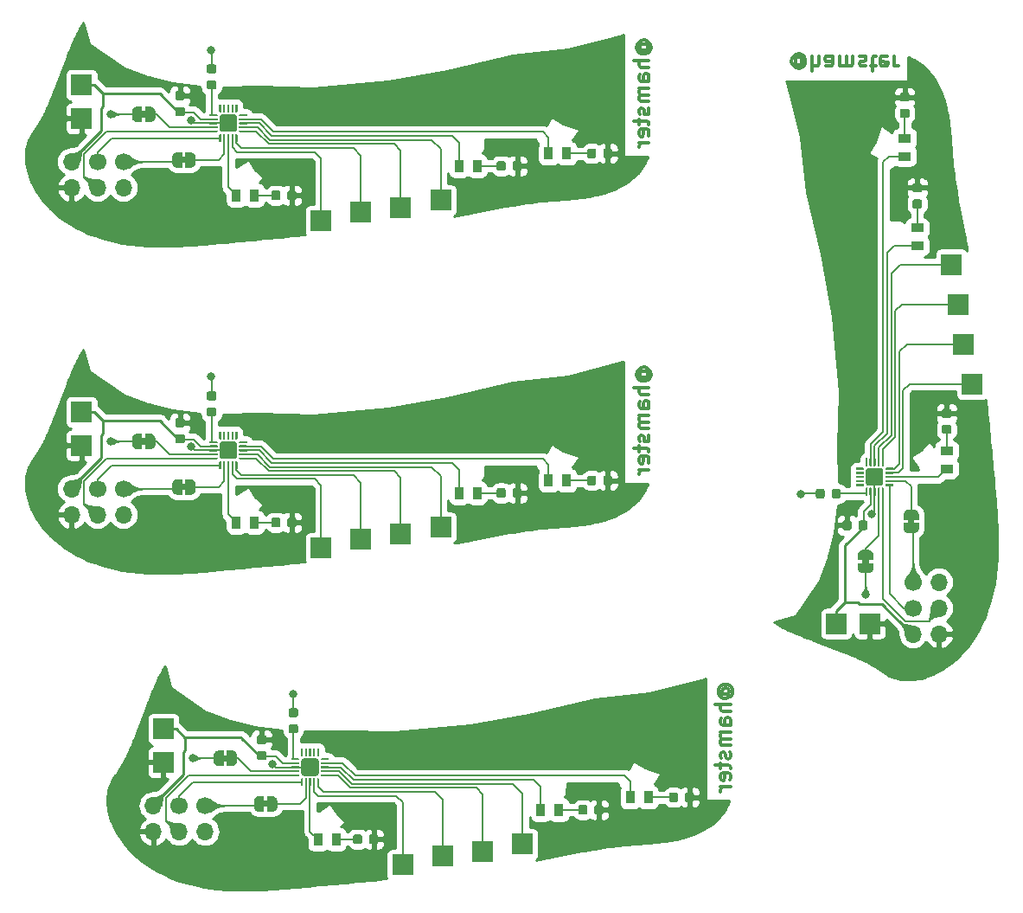
<source format=gbl>
%MOIN*%
%OFA0B0*%
%FSLAX46Y46*%
%IPPOS*%
%LPD*%
%ADD10C,0.011811023622047244*%
%ADD11C,0.0039370078740157488*%
%ADD12C,0.034448818897637797*%
%ADD13R,0.035X0.05*%
%ADD14R,0.07874015748031496X0.07874015748031496*%
%ADD15C,0.066929133858267723*%
%ADD16O,0.066929133858267723X0.066929133858267723*%
%ADD17C,0.0056468897637795279*%
%ADD18C,0.0078740157480314977*%
%ADD19C,0.01968503937007874*%
%ADD20C,0.031496062992125991*%
%ADD21C,0.01*%
%ADD22C,0.007000000000000001*%
%ADD23C,0.001*%
%ADD34C,0.011811023622047244*%
%ADD35C,0.0039370078740157488*%
%ADD36C,0.034448818897637797*%
%ADD37R,0.035X0.05*%
%ADD38R,0.07874015748031496X0.07874015748031496*%
%ADD39C,0.066929133858267723*%
%ADD40O,0.066929133858267723X0.066929133858267723*%
%ADD41C,0.0056468897637795279*%
%ADD42C,0.0078740157480314977*%
%ADD43C,0.01968503937007874*%
%ADD44C,0.031496062992125991*%
%ADD45C,0.01*%
%ADD46C,0.007000000000000001*%
%ADD47C,0.001*%
%ADD48C,0.011811023622047244*%
%ADD49C,0.0039370078740157488*%
%ADD50C,0.034448818897637797*%
%ADD51R,0.035X0.05*%
%ADD52R,0.07874015748031496X0.07874015748031496*%
%ADD53C,0.066929133858267723*%
%ADD54O,0.066929133858267723X0.066929133858267723*%
%ADD55C,0.0056468897637795279*%
%ADD56C,0.0078740157480314977*%
%ADD57C,0.01968503937007874*%
%ADD58C,0.031496062992125991*%
%ADD59C,0.01*%
%ADD60C,0.007000000000000001*%
%ADD61C,0.001*%
%ADD62C,0.011811023622047244*%
%ADD63C,0.0039370078740157488*%
%ADD64C,0.034448818897637797*%
%ADD65R,0.05X0.035*%
%ADD66R,0.07874015748031496X0.07874015748031496*%
%ADD67C,0.066929133858267723*%
%ADD68O,0.066929133858267723X0.066929133858267723*%
%ADD69C,0.0056468897637795279*%
%ADD70C,0.0078740157480314977*%
%ADD71C,0.01968503937007874*%
%ADD72C,0.031496062992125991*%
%ADD73C,0.01*%
%ADD74C,0.007000000000000001*%
%ADD75C,0.001*%
D10*
X0002481664Y0003436557D02*
X0002478852Y0003439370D01*
X0002476040Y0003444994D01*
X0002476040Y0003450618D01*
X0002478852Y0003456242D01*
X0002481664Y0003459055D01*
X0002487289Y0003461867D01*
X0002492913Y0003461867D01*
X0002498537Y0003459055D01*
X0002501349Y0003456242D01*
X0002504161Y0003450618D01*
X0002504161Y0003444994D01*
X0002501349Y0003439370D01*
X0002498537Y0003436557D01*
X0002476040Y0003436557D02*
X0002498537Y0003436557D01*
X0002501349Y0003433745D01*
X0002501349Y0003430933D01*
X0002498537Y0003425309D01*
X0002492913Y0003422497D01*
X0002478852Y0003422497D01*
X0002470416Y0003428121D01*
X0002464791Y0003436557D01*
X0002461979Y0003447806D01*
X0002464791Y0003459055D01*
X0002470416Y0003467491D01*
X0002478852Y0003473115D01*
X0002490101Y0003475928D01*
X0002501349Y0003473115D01*
X0002509786Y0003467491D01*
X0002515410Y0003459055D01*
X0002518222Y0003447806D01*
X0002515410Y0003436557D01*
X0002509786Y0003428121D01*
X0002509786Y0003397187D02*
X0002450731Y0003397187D01*
X0002509786Y0003371878D02*
X0002478852Y0003371878D01*
X0002473228Y0003374690D01*
X0002470416Y0003380314D01*
X0002470416Y0003388751D01*
X0002473228Y0003394375D01*
X0002476040Y0003397187D01*
X0002509786Y0003318447D02*
X0002478852Y0003318447D01*
X0002473228Y0003321259D01*
X0002470416Y0003326884D01*
X0002470416Y0003338132D01*
X0002473228Y0003343757D01*
X0002506974Y0003318447D02*
X0002509786Y0003324072D01*
X0002509786Y0003338132D01*
X0002506974Y0003343757D01*
X0002501349Y0003346569D01*
X0002495725Y0003346569D01*
X0002490101Y0003343757D01*
X0002487289Y0003338132D01*
X0002487289Y0003324072D01*
X0002484476Y0003318447D01*
X0002509786Y0003290326D02*
X0002470416Y0003290326D01*
X0002476040Y0003290326D02*
X0002473228Y0003287514D01*
X0002470416Y0003281889D01*
X0002470416Y0003273453D01*
X0002473228Y0003267829D01*
X0002478852Y0003265016D01*
X0002509786Y0003265016D01*
X0002478852Y0003265016D02*
X0002473228Y0003262204D01*
X0002470416Y0003256580D01*
X0002470416Y0003248144D01*
X0002473228Y0003242519D01*
X0002478852Y0003239707D01*
X0002509786Y0003239707D01*
X0002506974Y0003214398D02*
X0002509786Y0003208773D01*
X0002509786Y0003197525D01*
X0002506974Y0003191901D01*
X0002501349Y0003189088D01*
X0002498537Y0003189088D01*
X0002492913Y0003191901D01*
X0002490101Y0003197525D01*
X0002490101Y0003205961D01*
X0002487289Y0003211586D01*
X0002481664Y0003214398D01*
X0002478852Y0003214398D01*
X0002473228Y0003211586D01*
X0002470416Y0003205961D01*
X0002470416Y0003197525D01*
X0002473228Y0003191901D01*
X0002470416Y0003172215D02*
X0002470416Y0003149718D01*
X0002450731Y0003163779D02*
X0002501349Y0003163779D01*
X0002506974Y0003160967D01*
X0002509786Y0003155343D01*
X0002509786Y0003149718D01*
X0002506974Y0003107536D02*
X0002509786Y0003113160D01*
X0002509786Y0003124409D01*
X0002506974Y0003130033D01*
X0002501349Y0003132845D01*
X0002478852Y0003132845D01*
X0002473228Y0003130033D01*
X0002470416Y0003124409D01*
X0002470416Y0003113160D01*
X0002473228Y0003107536D01*
X0002478852Y0003104724D01*
X0002484476Y0003104724D01*
X0002490101Y0003132845D01*
X0002509786Y0003079415D02*
X0002470416Y0003079415D01*
X0002481664Y0003079415D02*
X0002476040Y0003076602D01*
X0002473228Y0003073790D01*
X0002470416Y0003068166D01*
X0002470416Y0003062542D01*
D11*
G36*
X0000552362Y0003202362D02*
G01*
X0000572047Y0003202362D01*
X0000572047Y0003178740D01*
X0000552362Y0003178740D01*
X0000552362Y0003202362D01*
G37*
G36*
X0000726771Y0003002755D02*
G01*
X0000707086Y0003002755D01*
X0000707086Y0003026377D01*
X0000726771Y0003026377D01*
X0000726771Y0003002755D01*
G37*
G36*
X0000834554Y0003320824D02*
G01*
X0000835390Y0003320700D01*
X0000836210Y0003320495D01*
X0000837006Y0003320210D01*
X0000837770Y0003319849D01*
X0000838495Y0003319414D01*
X0000839174Y0003318911D01*
X0000839800Y0003318343D01*
X0000840367Y0003317717D01*
X0000840871Y0003317038D01*
X0000841305Y0003316313D01*
X0000841667Y0003315549D01*
X0000841952Y0003314753D01*
X0000842157Y0003313934D01*
X0000842281Y0003313098D01*
X0000842322Y0003312253D01*
X0000842322Y0003295029D01*
X0000842281Y0003294185D01*
X0000842157Y0003293349D01*
X0000841952Y0003292529D01*
X0000841667Y0003291733D01*
X0000841305Y0003290969D01*
X0000840871Y0003290244D01*
X0000840367Y0003289565D01*
X0000839800Y0003288939D01*
X0000839174Y0003288372D01*
X0000838495Y0003287868D01*
X0000837770Y0003287434D01*
X0000837006Y0003287072D01*
X0000836210Y0003286788D01*
X0000835390Y0003286582D01*
X0000834554Y0003286458D01*
X0000833710Y0003286417D01*
X0000813533Y0003286417D01*
X0000812689Y0003286458D01*
X0000811853Y0003286582D01*
X0000811033Y0003286788D01*
X0000810237Y0003287072D01*
X0000809473Y0003287434D01*
X0000808748Y0003287868D01*
X0000808069Y0003288372D01*
X0000807443Y0003288939D01*
X0000806876Y0003289565D01*
X0000806372Y0003290244D01*
X0000805938Y0003290969D01*
X0000805576Y0003291733D01*
X0000805292Y0003292529D01*
X0000805086Y0003293349D01*
X0000804962Y0003294185D01*
X0000804921Y0003295029D01*
X0000804921Y0003312253D01*
X0000804962Y0003313098D01*
X0000805086Y0003313934D01*
X0000805292Y0003314753D01*
X0000805576Y0003315549D01*
X0000805938Y0003316313D01*
X0000806372Y0003317038D01*
X0000806876Y0003317717D01*
X0000807443Y0003318343D01*
X0000808069Y0003318911D01*
X0000808748Y0003319414D01*
X0000809473Y0003319849D01*
X0000810237Y0003320210D01*
X0000811033Y0003320495D01*
X0000811853Y0003320700D01*
X0000812689Y0003320824D01*
X0000813533Y0003320866D01*
X0000833710Y0003320866D01*
X0000834554Y0003320824D01*
X0000834554Y0003320824D01*
G37*
D12*
X0000823622Y0003303641D03*
D11*
G36*
X0000834554Y0003382832D02*
G01*
X0000835390Y0003382708D01*
X0000836210Y0003382503D01*
X0000837006Y0003382218D01*
X0000837770Y0003381857D01*
X0000838495Y0003381422D01*
X0000839174Y0003380919D01*
X0000839800Y0003380351D01*
X0000840367Y0003379725D01*
X0000840871Y0003379046D01*
X0000841305Y0003378321D01*
X0000841667Y0003377557D01*
X0000841952Y0003376761D01*
X0000842157Y0003375941D01*
X0000842281Y0003375105D01*
X0000842322Y0003374261D01*
X0000842322Y0003357037D01*
X0000842281Y0003356193D01*
X0000842157Y0003355357D01*
X0000841952Y0003354537D01*
X0000841667Y0003353741D01*
X0000841305Y0003352977D01*
X0000840871Y0003352252D01*
X0000840367Y0003351573D01*
X0000839800Y0003350947D01*
X0000839174Y0003350380D01*
X0000838495Y0003349876D01*
X0000837770Y0003349442D01*
X0000837006Y0003349080D01*
X0000836210Y0003348796D01*
X0000835390Y0003348590D01*
X0000834554Y0003348466D01*
X0000833710Y0003348425D01*
X0000813533Y0003348425D01*
X0000812689Y0003348466D01*
X0000811853Y0003348590D01*
X0000811033Y0003348796D01*
X0000810237Y0003349080D01*
X0000809473Y0003349442D01*
X0000808748Y0003349876D01*
X0000808069Y0003350380D01*
X0000807443Y0003350947D01*
X0000806876Y0003351573D01*
X0000806372Y0003352252D01*
X0000805938Y0003352977D01*
X0000805576Y0003353741D01*
X0000805292Y0003354537D01*
X0000805086Y0003355357D01*
X0000804962Y0003356193D01*
X0000804921Y0003357037D01*
X0000804921Y0003374261D01*
X0000804962Y0003375105D01*
X0000805086Y0003375941D01*
X0000805292Y0003376761D01*
X0000805576Y0003377557D01*
X0000805938Y0003378321D01*
X0000806372Y0003379046D01*
X0000806876Y0003379725D01*
X0000807443Y0003380351D01*
X0000808069Y0003380919D01*
X0000808748Y0003381422D01*
X0000809473Y0003381857D01*
X0000810237Y0003382218D01*
X0000811033Y0003382503D01*
X0000811853Y0003382708D01*
X0000812689Y0003382832D01*
X0000813533Y0003382874D01*
X0000833710Y0003382874D01*
X0000834554Y0003382832D01*
X0000834554Y0003382832D01*
G37*
D12*
X0000823622Y0003365649D03*
D11*
G36*
X0001080814Y0002897005D02*
G01*
X0001081650Y0002896881D01*
X0001082470Y0002896676D01*
X0001083266Y0002896391D01*
X0001084030Y0002896030D01*
X0001084755Y0002895595D01*
X0001085434Y0002895092D01*
X0001086060Y0002894524D01*
X0001086627Y0002893898D01*
X0001087131Y0002893219D01*
X0001087565Y0002892494D01*
X0001087927Y0002891730D01*
X0001088211Y0002890935D01*
X0001088417Y0002890115D01*
X0001088541Y0002889279D01*
X0001088582Y0002888435D01*
X0001088582Y0002868257D01*
X0001088541Y0002867413D01*
X0001088417Y0002866577D01*
X0001088211Y0002865757D01*
X0001087927Y0002864962D01*
X0001087565Y0002864198D01*
X0001087131Y0002863473D01*
X0001086627Y0002862794D01*
X0001086060Y0002862168D01*
X0001085434Y0002861600D01*
X0001084755Y0002861097D01*
X0001084030Y0002860662D01*
X0001083266Y0002860301D01*
X0001082470Y0002860016D01*
X0001081650Y0002859811D01*
X0001080814Y0002859687D01*
X0001079970Y0002859645D01*
X0001062746Y0002859645D01*
X0001061901Y0002859687D01*
X0001061065Y0002859811D01*
X0001060246Y0002860016D01*
X0001059450Y0002860301D01*
X0001058686Y0002860662D01*
X0001057961Y0002861097D01*
X0001057282Y0002861600D01*
X0001056656Y0002862168D01*
X0001056088Y0002862794D01*
X0001055585Y0002863473D01*
X0001055150Y0002864198D01*
X0001054789Y0002864962D01*
X0001054504Y0002865757D01*
X0001054299Y0002866577D01*
X0001054175Y0002867413D01*
X0001054133Y0002868257D01*
X0001054133Y0002888435D01*
X0001054175Y0002889279D01*
X0001054299Y0002890115D01*
X0001054504Y0002890935D01*
X0001054789Y0002891730D01*
X0001055150Y0002892494D01*
X0001055585Y0002893219D01*
X0001056088Y0002893898D01*
X0001056656Y0002894524D01*
X0001057282Y0002895092D01*
X0001057961Y0002895595D01*
X0001058686Y0002896030D01*
X0001059450Y0002896391D01*
X0001060246Y0002896676D01*
X0001061065Y0002896881D01*
X0001061901Y0002897005D01*
X0001062746Y0002897047D01*
X0001079970Y0002897047D01*
X0001080814Y0002897005D01*
X0001080814Y0002897005D01*
G37*
D12*
X0001071358Y0002878346D03*
D11*
G36*
X0001142822Y0002897005D02*
G01*
X0001143658Y0002896881D01*
X0001144478Y0002896676D01*
X0001145274Y0002896391D01*
X0001146038Y0002896030D01*
X0001146763Y0002895595D01*
X0001147441Y0002895092D01*
X0001148068Y0002894524D01*
X0001148635Y0002893898D01*
X0001149139Y0002893219D01*
X0001149573Y0002892494D01*
X0001149935Y0002891730D01*
X0001150219Y0002890935D01*
X0001150425Y0002890115D01*
X0001150549Y0002889279D01*
X0001150590Y0002888435D01*
X0001150590Y0002868257D01*
X0001150549Y0002867413D01*
X0001150425Y0002866577D01*
X0001150219Y0002865757D01*
X0001149935Y0002864962D01*
X0001149573Y0002864198D01*
X0001149139Y0002863473D01*
X0001148635Y0002862794D01*
X0001148068Y0002862168D01*
X0001147441Y0002861600D01*
X0001146763Y0002861097D01*
X0001146038Y0002860662D01*
X0001145274Y0002860301D01*
X0001144478Y0002860016D01*
X0001143658Y0002859811D01*
X0001142822Y0002859687D01*
X0001141978Y0002859645D01*
X0001124753Y0002859645D01*
X0001123909Y0002859687D01*
X0001123073Y0002859811D01*
X0001122253Y0002860016D01*
X0001121458Y0002860301D01*
X0001120694Y0002860662D01*
X0001119969Y0002861097D01*
X0001119290Y0002861600D01*
X0001118664Y0002862168D01*
X0001118096Y0002862794D01*
X0001117593Y0002863473D01*
X0001117158Y0002864198D01*
X0001116797Y0002864962D01*
X0001116512Y0002865757D01*
X0001116307Y0002866577D01*
X0001116183Y0002867413D01*
X0001116141Y0002868257D01*
X0001116141Y0002888435D01*
X0001116183Y0002889279D01*
X0001116307Y0002890115D01*
X0001116512Y0002890935D01*
X0001116797Y0002891730D01*
X0001117158Y0002892494D01*
X0001117593Y0002893219D01*
X0001118096Y0002893898D01*
X0001118664Y0002894524D01*
X0001119290Y0002895092D01*
X0001119969Y0002895595D01*
X0001120694Y0002896030D01*
X0001121458Y0002896391D01*
X0001122253Y0002896676D01*
X0001123073Y0002896881D01*
X0001123909Y0002897005D01*
X0001124753Y0002897047D01*
X0001141978Y0002897047D01*
X0001142822Y0002897005D01*
X0001142822Y0002897005D01*
G37*
D12*
X0001133366Y0002878346D03*
D13*
X0001777598Y0002991732D03*
X0001847598Y0002991732D03*
D14*
X0001706692Y0002859448D03*
X0001552930Y0002832283D03*
X0001399168Y0002813779D03*
X0001245406Y0002779527D03*
X0000322834Y0003174803D03*
X0000322834Y0003303149D03*
D13*
X0000918937Y0002878346D03*
X0000988937Y0002878346D03*
X0002122480Y0003040157D03*
X0002192480Y0003040157D03*
D15*
X0000483464Y0003007874D03*
D16*
X0000483464Y0002907874D03*
D15*
X0000383464Y0003007874D03*
D16*
X0000383464Y0002907874D03*
X0000283464Y0003007874D03*
X0000283464Y0002907874D03*
D17*
X0000856692Y0003098818D03*
D11*
G36*
X0000859045Y0003114529D02*
G01*
X0000859414Y0003114417D01*
X0000859755Y0003114235D01*
X0000860053Y0003113990D01*
X0000860298Y0003113692D01*
X0000860480Y0003113351D01*
X0000860592Y0003112982D01*
X0000860629Y0003112598D01*
X0000860629Y0003085039D01*
X0000860592Y0003084655D01*
X0000860480Y0003084286D01*
X0000860298Y0003083945D01*
X0000860053Y0003083647D01*
X0000859755Y0003083402D01*
X0000859414Y0003083220D01*
X0000859045Y0003083108D01*
X0000858661Y0003083070D01*
X0000854724Y0003083070D01*
X0000854340Y0003083108D01*
X0000853971Y0003083220D01*
X0000853630Y0003083402D01*
X0000853332Y0003083647D01*
X0000853087Y0003083945D01*
X0000852905Y0003084286D01*
X0000852793Y0003084655D01*
X0000852755Y0003085039D01*
X0000852755Y0003110601D01*
X0000852793Y0003110985D01*
X0000852905Y0003111355D01*
X0000853087Y0003111695D01*
X0000853332Y0003111993D01*
X0000855328Y0003113990D01*
X0000855627Y0003114235D01*
X0000855967Y0003114417D01*
X0000856336Y0003114529D01*
X0000856720Y0003114566D01*
X0000858661Y0003114566D01*
X0000859045Y0003114529D01*
X0000859045Y0003114529D01*
G37*
G36*
X0000874602Y0003114557D02*
G01*
X0000874793Y0003114529D01*
X0000874980Y0003114482D01*
X0000875162Y0003114417D01*
X0000875337Y0003114334D01*
X0000875503Y0003114235D01*
X0000875658Y0003114120D01*
X0000875801Y0003113990D01*
X0000875931Y0003113847D01*
X0000876046Y0003113692D01*
X0000876145Y0003113526D01*
X0000876228Y0003113351D01*
X0000876293Y0003113169D01*
X0000876340Y0003112982D01*
X0000876368Y0003112791D01*
X0000876377Y0003112598D01*
X0000876377Y0003085039D01*
X0000876368Y0003084846D01*
X0000876340Y0003084655D01*
X0000876293Y0003084467D01*
X0000876228Y0003084286D01*
X0000876145Y0003084111D01*
X0000876046Y0003083945D01*
X0000875931Y0003083790D01*
X0000875801Y0003083647D01*
X0000875658Y0003083517D01*
X0000875503Y0003083402D01*
X0000875337Y0003083303D01*
X0000875162Y0003083220D01*
X0000874980Y0003083155D01*
X0000874793Y0003083108D01*
X0000874602Y0003083080D01*
X0000874409Y0003083070D01*
X0000870472Y0003083070D01*
X0000870279Y0003083080D01*
X0000870088Y0003083108D01*
X0000869901Y0003083155D01*
X0000869719Y0003083220D01*
X0000869544Y0003083303D01*
X0000869378Y0003083402D01*
X0000869223Y0003083517D01*
X0000869080Y0003083647D01*
X0000868950Y0003083790D01*
X0000868835Y0003083945D01*
X0000868736Y0003084111D01*
X0000868653Y0003084286D01*
X0000868588Y0003084467D01*
X0000868541Y0003084655D01*
X0000868513Y0003084846D01*
X0000868503Y0003085039D01*
X0000868503Y0003112598D01*
X0000868513Y0003112791D01*
X0000868541Y0003112982D01*
X0000868588Y0003113169D01*
X0000868653Y0003113351D01*
X0000868736Y0003113526D01*
X0000868835Y0003113692D01*
X0000868950Y0003113847D01*
X0000869080Y0003113990D01*
X0000869223Y0003114120D01*
X0000869378Y0003114235D01*
X0000869544Y0003114334D01*
X0000869719Y0003114417D01*
X0000869901Y0003114482D01*
X0000870088Y0003114529D01*
X0000870279Y0003114557D01*
X0000870472Y0003114566D01*
X0000874409Y0003114566D01*
X0000874602Y0003114557D01*
X0000874602Y0003114557D01*
G37*
D18*
X0000872440Y0003098818D03*
D11*
G36*
X0000890350Y0003114557D02*
G01*
X0000890541Y0003114529D01*
X0000890728Y0003114482D01*
X0000890910Y0003114417D01*
X0000891085Y0003114334D01*
X0000891251Y0003114235D01*
X0000891406Y0003114120D01*
X0000891549Y0003113990D01*
X0000891679Y0003113847D01*
X0000891794Y0003113692D01*
X0000891893Y0003113526D01*
X0000891976Y0003113351D01*
X0000892041Y0003113169D01*
X0000892088Y0003112982D01*
X0000892116Y0003112791D01*
X0000892125Y0003112598D01*
X0000892125Y0003085039D01*
X0000892116Y0003084846D01*
X0000892088Y0003084655D01*
X0000892041Y0003084467D01*
X0000891976Y0003084286D01*
X0000891893Y0003084111D01*
X0000891794Y0003083945D01*
X0000891679Y0003083790D01*
X0000891549Y0003083647D01*
X0000891406Y0003083517D01*
X0000891251Y0003083402D01*
X0000891085Y0003083303D01*
X0000890910Y0003083220D01*
X0000890728Y0003083155D01*
X0000890541Y0003083108D01*
X0000890350Y0003083080D01*
X0000890157Y0003083070D01*
X0000886220Y0003083070D01*
X0000886027Y0003083080D01*
X0000885836Y0003083108D01*
X0000885649Y0003083155D01*
X0000885467Y0003083220D01*
X0000885292Y0003083303D01*
X0000885126Y0003083402D01*
X0000884971Y0003083517D01*
X0000884828Y0003083647D01*
X0000884698Y0003083790D01*
X0000884583Y0003083945D01*
X0000884484Y0003084111D01*
X0000884401Y0003084286D01*
X0000884336Y0003084467D01*
X0000884289Y0003084655D01*
X0000884261Y0003084846D01*
X0000884251Y0003085039D01*
X0000884251Y0003112598D01*
X0000884261Y0003112791D01*
X0000884289Y0003112982D01*
X0000884336Y0003113169D01*
X0000884401Y0003113351D01*
X0000884484Y0003113526D01*
X0000884583Y0003113692D01*
X0000884698Y0003113847D01*
X0000884828Y0003113990D01*
X0000884971Y0003114120D01*
X0000885126Y0003114235D01*
X0000885292Y0003114334D01*
X0000885467Y0003114417D01*
X0000885649Y0003114482D01*
X0000885836Y0003114529D01*
X0000886027Y0003114557D01*
X0000886220Y0003114566D01*
X0000890157Y0003114566D01*
X0000890350Y0003114557D01*
X0000890350Y0003114557D01*
G37*
D18*
X0000888188Y0003098818D03*
D11*
G36*
X0000906098Y0003114557D02*
G01*
X0000906289Y0003114529D01*
X0000906476Y0003114482D01*
X0000906658Y0003114417D01*
X0000906833Y0003114334D01*
X0000906999Y0003114235D01*
X0000907154Y0003114120D01*
X0000907297Y0003113990D01*
X0000907427Y0003113847D01*
X0000907542Y0003113692D01*
X0000907641Y0003113526D01*
X0000907724Y0003113351D01*
X0000907789Y0003113169D01*
X0000907836Y0003112982D01*
X0000907864Y0003112791D01*
X0000907874Y0003112598D01*
X0000907874Y0003085039D01*
X0000907864Y0003084846D01*
X0000907836Y0003084655D01*
X0000907789Y0003084467D01*
X0000907724Y0003084286D01*
X0000907641Y0003084111D01*
X0000907542Y0003083945D01*
X0000907427Y0003083790D01*
X0000907297Y0003083647D01*
X0000907154Y0003083517D01*
X0000906999Y0003083402D01*
X0000906833Y0003083303D01*
X0000906658Y0003083220D01*
X0000906476Y0003083155D01*
X0000906289Y0003083108D01*
X0000906098Y0003083080D01*
X0000905905Y0003083070D01*
X0000901968Y0003083070D01*
X0000901775Y0003083080D01*
X0000901584Y0003083108D01*
X0000901397Y0003083155D01*
X0000901215Y0003083220D01*
X0000901040Y0003083303D01*
X0000900874Y0003083402D01*
X0000900719Y0003083517D01*
X0000900576Y0003083647D01*
X0000900446Y0003083790D01*
X0000900331Y0003083945D01*
X0000900232Y0003084111D01*
X0000900149Y0003084286D01*
X0000900084Y0003084467D01*
X0000900037Y0003084655D01*
X0000900009Y0003084846D01*
X0000900000Y0003085039D01*
X0000900000Y0003112598D01*
X0000900009Y0003112791D01*
X0000900037Y0003112982D01*
X0000900084Y0003113169D01*
X0000900149Y0003113351D01*
X0000900232Y0003113526D01*
X0000900331Y0003113692D01*
X0000900446Y0003113847D01*
X0000900576Y0003113990D01*
X0000900719Y0003114120D01*
X0000900874Y0003114235D01*
X0000901040Y0003114334D01*
X0000901215Y0003114417D01*
X0000901397Y0003114482D01*
X0000901584Y0003114529D01*
X0000901775Y0003114557D01*
X0000901968Y0003114566D01*
X0000905905Y0003114566D01*
X0000906098Y0003114557D01*
X0000906098Y0003114557D01*
G37*
D18*
X0000903937Y0003098818D03*
D17*
X0000919685Y0003098818D03*
D11*
G36*
X0000920041Y0003114529D02*
G01*
X0000920410Y0003114417D01*
X0000920750Y0003114235D01*
X0000921048Y0003113990D01*
X0000923045Y0003111993D01*
X0000923290Y0003111695D01*
X0000923472Y0003111355D01*
X0000923584Y0003110985D01*
X0000923622Y0003110601D01*
X0000923622Y0003085039D01*
X0000923584Y0003084655D01*
X0000923472Y0003084286D01*
X0000923290Y0003083945D01*
X0000923045Y0003083647D01*
X0000922747Y0003083402D01*
X0000922406Y0003083220D01*
X0000922037Y0003083108D01*
X0000921653Y0003083070D01*
X0000917716Y0003083070D01*
X0000917332Y0003083108D01*
X0000916963Y0003083220D01*
X0000916622Y0003083402D01*
X0000916324Y0003083647D01*
X0000916079Y0003083945D01*
X0000915897Y0003084286D01*
X0000915785Y0003084655D01*
X0000915747Y0003085039D01*
X0000915747Y0003112598D01*
X0000915785Y0003112982D01*
X0000915897Y0003113351D01*
X0000916079Y0003113692D01*
X0000916324Y0003113990D01*
X0000916622Y0003114235D01*
X0000916963Y0003114417D01*
X0000917332Y0003114529D01*
X0000917716Y0003114566D01*
X0000919657Y0003114566D01*
X0000920041Y0003114529D01*
X0000920041Y0003114529D01*
G37*
D17*
X0000945275Y0003124409D03*
D11*
G36*
X0000959439Y0003128308D02*
G01*
X0000959808Y0003128196D01*
X0000960148Y0003128014D01*
X0000960447Y0003127769D01*
X0000960691Y0003127471D01*
X0000960873Y0003127131D01*
X0000960985Y0003126762D01*
X0000961023Y0003126377D01*
X0000961023Y0003122440D01*
X0000960985Y0003122056D01*
X0000960873Y0003121687D01*
X0000960691Y0003121347D01*
X0000960447Y0003121049D01*
X0000960148Y0003120804D01*
X0000959808Y0003120622D01*
X0000959439Y0003120510D01*
X0000959055Y0003120472D01*
X0000933492Y0003120472D01*
X0000933108Y0003120510D01*
X0000932739Y0003120622D01*
X0000932398Y0003120804D01*
X0000932100Y0003121049D01*
X0000930104Y0003123045D01*
X0000929859Y0003123343D01*
X0000929677Y0003123684D01*
X0000929565Y0003124053D01*
X0000929527Y0003124437D01*
X0000929527Y0003126377D01*
X0000929565Y0003126762D01*
X0000929677Y0003127131D01*
X0000929859Y0003127471D01*
X0000930104Y0003127769D01*
X0000930402Y0003128014D01*
X0000930742Y0003128196D01*
X0000931112Y0003128308D01*
X0000931496Y0003128346D01*
X0000959055Y0003128346D01*
X0000959439Y0003128308D01*
X0000959439Y0003128308D01*
G37*
G36*
X0000959248Y0003144085D02*
G01*
X0000959439Y0003144056D01*
X0000959626Y0003144009D01*
X0000959808Y0003143944D01*
X0000959983Y0003143862D01*
X0000960148Y0003143762D01*
X0000960303Y0003143647D01*
X0000960447Y0003143517D01*
X0000960576Y0003143374D01*
X0000960691Y0003143219D01*
X0000960791Y0003143053D01*
X0000960873Y0003142879D01*
X0000960938Y0003142697D01*
X0000960985Y0003142510D01*
X0000961014Y0003142318D01*
X0000961023Y0003142125D01*
X0000961023Y0003138188D01*
X0000961014Y0003137996D01*
X0000960985Y0003137804D01*
X0000960938Y0003137617D01*
X0000960873Y0003137435D01*
X0000960791Y0003137261D01*
X0000960691Y0003137095D01*
X0000960576Y0003136940D01*
X0000960447Y0003136797D01*
X0000960303Y0003136667D01*
X0000960148Y0003136552D01*
X0000959983Y0003136452D01*
X0000959808Y0003136370D01*
X0000959626Y0003136305D01*
X0000959439Y0003136258D01*
X0000959248Y0003136229D01*
X0000959055Y0003136220D01*
X0000931496Y0003136220D01*
X0000931303Y0003136229D01*
X0000931112Y0003136258D01*
X0000930924Y0003136305D01*
X0000930742Y0003136370D01*
X0000930568Y0003136452D01*
X0000930402Y0003136552D01*
X0000930247Y0003136667D01*
X0000930104Y0003136797D01*
X0000929974Y0003136940D01*
X0000929859Y0003137095D01*
X0000929760Y0003137261D01*
X0000929677Y0003137435D01*
X0000929612Y0003137617D01*
X0000929565Y0003137804D01*
X0000929537Y0003137996D01*
X0000929527Y0003138188D01*
X0000929527Y0003142125D01*
X0000929537Y0003142318D01*
X0000929565Y0003142510D01*
X0000929612Y0003142697D01*
X0000929677Y0003142879D01*
X0000929760Y0003143053D01*
X0000929859Y0003143219D01*
X0000929974Y0003143374D01*
X0000930104Y0003143517D01*
X0000930247Y0003143647D01*
X0000930402Y0003143762D01*
X0000930568Y0003143862D01*
X0000930742Y0003143944D01*
X0000930924Y0003144009D01*
X0000931112Y0003144056D01*
X0000931303Y0003144085D01*
X0000931496Y0003144094D01*
X0000959055Y0003144094D01*
X0000959248Y0003144085D01*
X0000959248Y0003144085D01*
G37*
D18*
X0000945275Y0003140157D03*
D11*
G36*
X0000959248Y0003159833D02*
G01*
X0000959439Y0003159804D01*
X0000959626Y0003159757D01*
X0000959808Y0003159692D01*
X0000959983Y0003159610D01*
X0000960148Y0003159510D01*
X0000960303Y0003159395D01*
X0000960447Y0003159265D01*
X0000960576Y0003159122D01*
X0000960691Y0003158967D01*
X0000960791Y0003158801D01*
X0000960873Y0003158627D01*
X0000960938Y0003158445D01*
X0000960985Y0003158258D01*
X0000961014Y0003158066D01*
X0000961023Y0003157874D01*
X0000961023Y0003153937D01*
X0000961014Y0003153744D01*
X0000960985Y0003153552D01*
X0000960938Y0003153365D01*
X0000960873Y0003153183D01*
X0000960791Y0003153009D01*
X0000960691Y0003152843D01*
X0000960576Y0003152688D01*
X0000960447Y0003152545D01*
X0000960303Y0003152415D01*
X0000960148Y0003152300D01*
X0000959983Y0003152200D01*
X0000959808Y0003152118D01*
X0000959626Y0003152053D01*
X0000959439Y0003152006D01*
X0000959248Y0003151977D01*
X0000959055Y0003151968D01*
X0000931496Y0003151968D01*
X0000931303Y0003151977D01*
X0000931112Y0003152006D01*
X0000930924Y0003152053D01*
X0000930742Y0003152118D01*
X0000930568Y0003152200D01*
X0000930402Y0003152300D01*
X0000930247Y0003152415D01*
X0000930104Y0003152545D01*
X0000929974Y0003152688D01*
X0000929859Y0003152843D01*
X0000929760Y0003153009D01*
X0000929677Y0003153183D01*
X0000929612Y0003153365D01*
X0000929565Y0003153552D01*
X0000929537Y0003153744D01*
X0000929527Y0003153937D01*
X0000929527Y0003157874D01*
X0000929537Y0003158066D01*
X0000929565Y0003158258D01*
X0000929612Y0003158445D01*
X0000929677Y0003158627D01*
X0000929760Y0003158801D01*
X0000929859Y0003158967D01*
X0000929974Y0003159122D01*
X0000930104Y0003159265D01*
X0000930247Y0003159395D01*
X0000930402Y0003159510D01*
X0000930568Y0003159610D01*
X0000930742Y0003159692D01*
X0000930924Y0003159757D01*
X0000931112Y0003159804D01*
X0000931303Y0003159833D01*
X0000931496Y0003159842D01*
X0000959055Y0003159842D01*
X0000959248Y0003159833D01*
X0000959248Y0003159833D01*
G37*
D18*
X0000945275Y0003155905D03*
D11*
G36*
X0000959248Y0003175581D02*
G01*
X0000959439Y0003175552D01*
X0000959626Y0003175505D01*
X0000959808Y0003175440D01*
X0000959983Y0003175358D01*
X0000960148Y0003175258D01*
X0000960303Y0003175143D01*
X0000960447Y0003175013D01*
X0000960576Y0003174870D01*
X0000960691Y0003174715D01*
X0000960791Y0003174550D01*
X0000960873Y0003174375D01*
X0000960938Y0003174193D01*
X0000960985Y0003174006D01*
X0000961014Y0003173815D01*
X0000961023Y0003173622D01*
X0000961023Y0003169685D01*
X0000961014Y0003169492D01*
X0000960985Y0003169300D01*
X0000960938Y0003169113D01*
X0000960873Y0003168931D01*
X0000960791Y0003168757D01*
X0000960691Y0003168591D01*
X0000960576Y0003168436D01*
X0000960447Y0003168293D01*
X0000960303Y0003168163D01*
X0000960148Y0003168048D01*
X0000959983Y0003167948D01*
X0000959808Y0003167866D01*
X0000959626Y0003167801D01*
X0000959439Y0003167754D01*
X0000959248Y0003167726D01*
X0000959055Y0003167716D01*
X0000931496Y0003167716D01*
X0000931303Y0003167726D01*
X0000931112Y0003167754D01*
X0000930924Y0003167801D01*
X0000930742Y0003167866D01*
X0000930568Y0003167948D01*
X0000930402Y0003168048D01*
X0000930247Y0003168163D01*
X0000930104Y0003168293D01*
X0000929974Y0003168436D01*
X0000929859Y0003168591D01*
X0000929760Y0003168757D01*
X0000929677Y0003168931D01*
X0000929612Y0003169113D01*
X0000929565Y0003169300D01*
X0000929537Y0003169492D01*
X0000929527Y0003169685D01*
X0000929527Y0003173622D01*
X0000929537Y0003173815D01*
X0000929565Y0003174006D01*
X0000929612Y0003174193D01*
X0000929677Y0003174375D01*
X0000929760Y0003174550D01*
X0000929859Y0003174715D01*
X0000929974Y0003174870D01*
X0000930104Y0003175013D01*
X0000930247Y0003175143D01*
X0000930402Y0003175258D01*
X0000930568Y0003175358D01*
X0000930742Y0003175440D01*
X0000930924Y0003175505D01*
X0000931112Y0003175552D01*
X0000931303Y0003175581D01*
X0000931496Y0003175590D01*
X0000959055Y0003175590D01*
X0000959248Y0003175581D01*
X0000959248Y0003175581D01*
G37*
D18*
X0000945275Y0003171653D03*
D17*
X0000945275Y0003187401D03*
D11*
G36*
X0000959439Y0003191300D02*
G01*
X0000959808Y0003191188D01*
X0000960148Y0003191006D01*
X0000960447Y0003190762D01*
X0000960691Y0003190463D01*
X0000960873Y0003190123D01*
X0000960985Y0003189754D01*
X0000961023Y0003189370D01*
X0000961023Y0003185433D01*
X0000960985Y0003185049D01*
X0000960873Y0003184679D01*
X0000960691Y0003184339D01*
X0000960447Y0003184041D01*
X0000960148Y0003183796D01*
X0000959808Y0003183614D01*
X0000959439Y0003183502D01*
X0000959055Y0003183464D01*
X0000931496Y0003183464D01*
X0000931112Y0003183502D01*
X0000930742Y0003183614D01*
X0000930402Y0003183796D01*
X0000930104Y0003184041D01*
X0000929859Y0003184339D01*
X0000929677Y0003184679D01*
X0000929565Y0003185049D01*
X0000929527Y0003185433D01*
X0000929527Y0003187373D01*
X0000929565Y0003187757D01*
X0000929677Y0003188126D01*
X0000929859Y0003188467D01*
X0000930104Y0003188765D01*
X0000932100Y0003190762D01*
X0000932398Y0003191006D01*
X0000932739Y0003191188D01*
X0000933108Y0003191300D01*
X0000933492Y0003191338D01*
X0000959055Y0003191338D01*
X0000959439Y0003191300D01*
X0000959439Y0003191300D01*
G37*
D17*
X0000919685Y0003212992D03*
D11*
G36*
X0000922037Y0003228702D02*
G01*
X0000922406Y0003228590D01*
X0000922747Y0003228408D01*
X0000923045Y0003228163D01*
X0000923290Y0003227865D01*
X0000923472Y0003227524D01*
X0000923584Y0003227155D01*
X0000923622Y0003226771D01*
X0000923622Y0003201209D01*
X0000923584Y0003200825D01*
X0000923472Y0003200455D01*
X0000923290Y0003200115D01*
X0000923045Y0003199817D01*
X0000921048Y0003197820D01*
X0000920750Y0003197575D01*
X0000920410Y0003197393D01*
X0000920041Y0003197281D01*
X0000919657Y0003197244D01*
X0000917716Y0003197244D01*
X0000917332Y0003197281D01*
X0000916963Y0003197393D01*
X0000916622Y0003197575D01*
X0000916324Y0003197820D01*
X0000916079Y0003198118D01*
X0000915897Y0003198459D01*
X0000915785Y0003198828D01*
X0000915747Y0003199212D01*
X0000915747Y0003226771D01*
X0000915785Y0003227155D01*
X0000915897Y0003227524D01*
X0000916079Y0003227865D01*
X0000916324Y0003228163D01*
X0000916622Y0003228408D01*
X0000916963Y0003228590D01*
X0000917332Y0003228702D01*
X0000917716Y0003228740D01*
X0000921653Y0003228740D01*
X0000922037Y0003228702D01*
X0000922037Y0003228702D01*
G37*
G36*
X0000906098Y0003228730D02*
G01*
X0000906289Y0003228702D01*
X0000906476Y0003228655D01*
X0000906658Y0003228590D01*
X0000906833Y0003228507D01*
X0000906999Y0003228408D01*
X0000907154Y0003228293D01*
X0000907297Y0003228163D01*
X0000907427Y0003228020D01*
X0000907542Y0003227865D01*
X0000907641Y0003227699D01*
X0000907724Y0003227524D01*
X0000907789Y0003227343D01*
X0000907836Y0003227155D01*
X0000907864Y0003226964D01*
X0000907874Y0003226771D01*
X0000907874Y0003199212D01*
X0000907864Y0003199019D01*
X0000907836Y0003198828D01*
X0000907789Y0003198641D01*
X0000907724Y0003198459D01*
X0000907641Y0003198284D01*
X0000907542Y0003198118D01*
X0000907427Y0003197963D01*
X0000907297Y0003197820D01*
X0000907154Y0003197690D01*
X0000906999Y0003197575D01*
X0000906833Y0003197476D01*
X0000906658Y0003197393D01*
X0000906476Y0003197328D01*
X0000906289Y0003197281D01*
X0000906098Y0003197253D01*
X0000905905Y0003197244D01*
X0000901968Y0003197244D01*
X0000901775Y0003197253D01*
X0000901584Y0003197281D01*
X0000901397Y0003197328D01*
X0000901215Y0003197393D01*
X0000901040Y0003197476D01*
X0000900874Y0003197575D01*
X0000900719Y0003197690D01*
X0000900576Y0003197820D01*
X0000900446Y0003197963D01*
X0000900331Y0003198118D01*
X0000900232Y0003198284D01*
X0000900149Y0003198459D01*
X0000900084Y0003198641D01*
X0000900037Y0003198828D01*
X0000900009Y0003199019D01*
X0000900000Y0003199212D01*
X0000900000Y0003226771D01*
X0000900009Y0003226964D01*
X0000900037Y0003227155D01*
X0000900084Y0003227343D01*
X0000900149Y0003227524D01*
X0000900232Y0003227699D01*
X0000900331Y0003227865D01*
X0000900446Y0003228020D01*
X0000900576Y0003228163D01*
X0000900719Y0003228293D01*
X0000900874Y0003228408D01*
X0000901040Y0003228507D01*
X0000901215Y0003228590D01*
X0000901397Y0003228655D01*
X0000901584Y0003228702D01*
X0000901775Y0003228730D01*
X0000901968Y0003228740D01*
X0000905905Y0003228740D01*
X0000906098Y0003228730D01*
X0000906098Y0003228730D01*
G37*
D18*
X0000903937Y0003212992D03*
D11*
G36*
X0000890350Y0003228730D02*
G01*
X0000890541Y0003228702D01*
X0000890728Y0003228655D01*
X0000890910Y0003228590D01*
X0000891085Y0003228507D01*
X0000891251Y0003228408D01*
X0000891406Y0003228293D01*
X0000891549Y0003228163D01*
X0000891679Y0003228020D01*
X0000891794Y0003227865D01*
X0000891893Y0003227699D01*
X0000891976Y0003227524D01*
X0000892041Y0003227343D01*
X0000892088Y0003227155D01*
X0000892116Y0003226964D01*
X0000892125Y0003226771D01*
X0000892125Y0003199212D01*
X0000892116Y0003199019D01*
X0000892088Y0003198828D01*
X0000892041Y0003198641D01*
X0000891976Y0003198459D01*
X0000891893Y0003198284D01*
X0000891794Y0003198118D01*
X0000891679Y0003197963D01*
X0000891549Y0003197820D01*
X0000891406Y0003197690D01*
X0000891251Y0003197575D01*
X0000891085Y0003197476D01*
X0000890910Y0003197393D01*
X0000890728Y0003197328D01*
X0000890541Y0003197281D01*
X0000890350Y0003197253D01*
X0000890157Y0003197244D01*
X0000886220Y0003197244D01*
X0000886027Y0003197253D01*
X0000885836Y0003197281D01*
X0000885649Y0003197328D01*
X0000885467Y0003197393D01*
X0000885292Y0003197476D01*
X0000885126Y0003197575D01*
X0000884971Y0003197690D01*
X0000884828Y0003197820D01*
X0000884698Y0003197963D01*
X0000884583Y0003198118D01*
X0000884484Y0003198284D01*
X0000884401Y0003198459D01*
X0000884336Y0003198641D01*
X0000884289Y0003198828D01*
X0000884261Y0003199019D01*
X0000884251Y0003199212D01*
X0000884251Y0003226771D01*
X0000884261Y0003226964D01*
X0000884289Y0003227155D01*
X0000884336Y0003227343D01*
X0000884401Y0003227524D01*
X0000884484Y0003227699D01*
X0000884583Y0003227865D01*
X0000884698Y0003228020D01*
X0000884828Y0003228163D01*
X0000884971Y0003228293D01*
X0000885126Y0003228408D01*
X0000885292Y0003228507D01*
X0000885467Y0003228590D01*
X0000885649Y0003228655D01*
X0000885836Y0003228702D01*
X0000886027Y0003228730D01*
X0000886220Y0003228740D01*
X0000890157Y0003228740D01*
X0000890350Y0003228730D01*
X0000890350Y0003228730D01*
G37*
D18*
X0000888188Y0003212992D03*
D11*
G36*
X0000874602Y0003228730D02*
G01*
X0000874793Y0003228702D01*
X0000874980Y0003228655D01*
X0000875162Y0003228590D01*
X0000875337Y0003228507D01*
X0000875503Y0003228408D01*
X0000875658Y0003228293D01*
X0000875801Y0003228163D01*
X0000875931Y0003228020D01*
X0000876046Y0003227865D01*
X0000876145Y0003227699D01*
X0000876228Y0003227524D01*
X0000876293Y0003227343D01*
X0000876340Y0003227155D01*
X0000876368Y0003226964D01*
X0000876377Y0003226771D01*
X0000876377Y0003199212D01*
X0000876368Y0003199019D01*
X0000876340Y0003198828D01*
X0000876293Y0003198641D01*
X0000876228Y0003198459D01*
X0000876145Y0003198284D01*
X0000876046Y0003198118D01*
X0000875931Y0003197963D01*
X0000875801Y0003197820D01*
X0000875658Y0003197690D01*
X0000875503Y0003197575D01*
X0000875337Y0003197476D01*
X0000875162Y0003197393D01*
X0000874980Y0003197328D01*
X0000874793Y0003197281D01*
X0000874602Y0003197253D01*
X0000874409Y0003197244D01*
X0000870472Y0003197244D01*
X0000870279Y0003197253D01*
X0000870088Y0003197281D01*
X0000869901Y0003197328D01*
X0000869719Y0003197393D01*
X0000869544Y0003197476D01*
X0000869378Y0003197575D01*
X0000869223Y0003197690D01*
X0000869080Y0003197820D01*
X0000868950Y0003197963D01*
X0000868835Y0003198118D01*
X0000868736Y0003198284D01*
X0000868653Y0003198459D01*
X0000868588Y0003198641D01*
X0000868541Y0003198828D01*
X0000868513Y0003199019D01*
X0000868503Y0003199212D01*
X0000868503Y0003226771D01*
X0000868513Y0003226964D01*
X0000868541Y0003227155D01*
X0000868588Y0003227343D01*
X0000868653Y0003227524D01*
X0000868736Y0003227699D01*
X0000868835Y0003227865D01*
X0000868950Y0003228020D01*
X0000869080Y0003228163D01*
X0000869223Y0003228293D01*
X0000869378Y0003228408D01*
X0000869544Y0003228507D01*
X0000869719Y0003228590D01*
X0000869901Y0003228655D01*
X0000870088Y0003228702D01*
X0000870279Y0003228730D01*
X0000870472Y0003228740D01*
X0000874409Y0003228740D01*
X0000874602Y0003228730D01*
X0000874602Y0003228730D01*
G37*
D18*
X0000872440Y0003212992D03*
D17*
X0000856692Y0003212992D03*
D11*
G36*
X0000859045Y0003228702D02*
G01*
X0000859414Y0003228590D01*
X0000859755Y0003228408D01*
X0000860053Y0003228163D01*
X0000860298Y0003227865D01*
X0000860480Y0003227524D01*
X0000860592Y0003227155D01*
X0000860629Y0003226771D01*
X0000860629Y0003199212D01*
X0000860592Y0003198828D01*
X0000860480Y0003198459D01*
X0000860298Y0003198118D01*
X0000860053Y0003197820D01*
X0000859755Y0003197575D01*
X0000859414Y0003197393D01*
X0000859045Y0003197281D01*
X0000858661Y0003197244D01*
X0000856720Y0003197244D01*
X0000856336Y0003197281D01*
X0000855967Y0003197393D01*
X0000855627Y0003197575D01*
X0000855328Y0003197820D01*
X0000853332Y0003199817D01*
X0000853087Y0003200115D01*
X0000852905Y0003200455D01*
X0000852793Y0003200825D01*
X0000852755Y0003201209D01*
X0000852755Y0003226771D01*
X0000852793Y0003227155D01*
X0000852905Y0003227524D01*
X0000853087Y0003227865D01*
X0000853332Y0003228163D01*
X0000853630Y0003228408D01*
X0000853971Y0003228590D01*
X0000854340Y0003228702D01*
X0000854724Y0003228740D01*
X0000858661Y0003228740D01*
X0000859045Y0003228702D01*
X0000859045Y0003228702D01*
G37*
D17*
X0000831102Y0003187401D03*
D11*
G36*
X0000843269Y0003191300D02*
G01*
X0000843638Y0003191188D01*
X0000843979Y0003191006D01*
X0000844277Y0003190762D01*
X0000846273Y0003188765D01*
X0000846518Y0003188467D01*
X0000846700Y0003188126D01*
X0000846812Y0003187757D01*
X0000846850Y0003187373D01*
X0000846850Y0003185433D01*
X0000846812Y0003185049D01*
X0000846700Y0003184679D01*
X0000846518Y0003184339D01*
X0000846273Y0003184041D01*
X0000845975Y0003183796D01*
X0000845635Y0003183614D01*
X0000845265Y0003183502D01*
X0000844881Y0003183464D01*
X0000817322Y0003183464D01*
X0000816938Y0003183502D01*
X0000816569Y0003183614D01*
X0000816229Y0003183796D01*
X0000815930Y0003184041D01*
X0000815686Y0003184339D01*
X0000815504Y0003184679D01*
X0000815392Y0003185049D01*
X0000815354Y0003185433D01*
X0000815354Y0003189370D01*
X0000815392Y0003189754D01*
X0000815504Y0003190123D01*
X0000815686Y0003190463D01*
X0000815930Y0003190762D01*
X0000816229Y0003191006D01*
X0000816569Y0003191188D01*
X0000816938Y0003191300D01*
X0000817322Y0003191338D01*
X0000842885Y0003191338D01*
X0000843269Y0003191300D01*
X0000843269Y0003191300D01*
G37*
G36*
X0000845074Y0003175581D02*
G01*
X0000845265Y0003175552D01*
X0000845453Y0003175505D01*
X0000845635Y0003175440D01*
X0000845809Y0003175358D01*
X0000845975Y0003175258D01*
X0000846130Y0003175143D01*
X0000846273Y0003175013D01*
X0000846403Y0003174870D01*
X0000846518Y0003174715D01*
X0000846617Y0003174550D01*
X0000846700Y0003174375D01*
X0000846765Y0003174193D01*
X0000846812Y0003174006D01*
X0000846840Y0003173815D01*
X0000846850Y0003173622D01*
X0000846850Y0003169685D01*
X0000846840Y0003169492D01*
X0000846812Y0003169300D01*
X0000846765Y0003169113D01*
X0000846700Y0003168931D01*
X0000846617Y0003168757D01*
X0000846518Y0003168591D01*
X0000846403Y0003168436D01*
X0000846273Y0003168293D01*
X0000846130Y0003168163D01*
X0000845975Y0003168048D01*
X0000845809Y0003167948D01*
X0000845635Y0003167866D01*
X0000845453Y0003167801D01*
X0000845265Y0003167754D01*
X0000845074Y0003167726D01*
X0000844881Y0003167716D01*
X0000817322Y0003167716D01*
X0000817129Y0003167726D01*
X0000816938Y0003167754D01*
X0000816751Y0003167801D01*
X0000816569Y0003167866D01*
X0000816394Y0003167948D01*
X0000816229Y0003168048D01*
X0000816073Y0003168163D01*
X0000815930Y0003168293D01*
X0000815801Y0003168436D01*
X0000815686Y0003168591D01*
X0000815586Y0003168757D01*
X0000815504Y0003168931D01*
X0000815439Y0003169113D01*
X0000815392Y0003169300D01*
X0000815363Y0003169492D01*
X0000815354Y0003169685D01*
X0000815354Y0003173622D01*
X0000815363Y0003173815D01*
X0000815392Y0003174006D01*
X0000815439Y0003174193D01*
X0000815504Y0003174375D01*
X0000815586Y0003174550D01*
X0000815686Y0003174715D01*
X0000815801Y0003174870D01*
X0000815930Y0003175013D01*
X0000816073Y0003175143D01*
X0000816229Y0003175258D01*
X0000816394Y0003175358D01*
X0000816569Y0003175440D01*
X0000816751Y0003175505D01*
X0000816938Y0003175552D01*
X0000817129Y0003175581D01*
X0000817322Y0003175590D01*
X0000844881Y0003175590D01*
X0000845074Y0003175581D01*
X0000845074Y0003175581D01*
G37*
D18*
X0000831102Y0003171653D03*
D11*
G36*
X0000845074Y0003159833D02*
G01*
X0000845265Y0003159804D01*
X0000845453Y0003159757D01*
X0000845635Y0003159692D01*
X0000845809Y0003159610D01*
X0000845975Y0003159510D01*
X0000846130Y0003159395D01*
X0000846273Y0003159265D01*
X0000846403Y0003159122D01*
X0000846518Y0003158967D01*
X0000846617Y0003158801D01*
X0000846700Y0003158627D01*
X0000846765Y0003158445D01*
X0000846812Y0003158258D01*
X0000846840Y0003158066D01*
X0000846850Y0003157874D01*
X0000846850Y0003153937D01*
X0000846840Y0003153744D01*
X0000846812Y0003153552D01*
X0000846765Y0003153365D01*
X0000846700Y0003153183D01*
X0000846617Y0003153009D01*
X0000846518Y0003152843D01*
X0000846403Y0003152688D01*
X0000846273Y0003152545D01*
X0000846130Y0003152415D01*
X0000845975Y0003152300D01*
X0000845809Y0003152200D01*
X0000845635Y0003152118D01*
X0000845453Y0003152053D01*
X0000845265Y0003152006D01*
X0000845074Y0003151977D01*
X0000844881Y0003151968D01*
X0000817322Y0003151968D01*
X0000817129Y0003151977D01*
X0000816938Y0003152006D01*
X0000816751Y0003152053D01*
X0000816569Y0003152118D01*
X0000816394Y0003152200D01*
X0000816229Y0003152300D01*
X0000816073Y0003152415D01*
X0000815930Y0003152545D01*
X0000815801Y0003152688D01*
X0000815686Y0003152843D01*
X0000815586Y0003153009D01*
X0000815504Y0003153183D01*
X0000815439Y0003153365D01*
X0000815392Y0003153552D01*
X0000815363Y0003153744D01*
X0000815354Y0003153937D01*
X0000815354Y0003157874D01*
X0000815363Y0003158066D01*
X0000815392Y0003158258D01*
X0000815439Y0003158445D01*
X0000815504Y0003158627D01*
X0000815586Y0003158801D01*
X0000815686Y0003158967D01*
X0000815801Y0003159122D01*
X0000815930Y0003159265D01*
X0000816073Y0003159395D01*
X0000816229Y0003159510D01*
X0000816394Y0003159610D01*
X0000816569Y0003159692D01*
X0000816751Y0003159757D01*
X0000816938Y0003159804D01*
X0000817129Y0003159833D01*
X0000817322Y0003159842D01*
X0000844881Y0003159842D01*
X0000845074Y0003159833D01*
X0000845074Y0003159833D01*
G37*
D18*
X0000831102Y0003155905D03*
D11*
G36*
X0000845074Y0003144085D02*
G01*
X0000845265Y0003144056D01*
X0000845453Y0003144009D01*
X0000845635Y0003143944D01*
X0000845809Y0003143862D01*
X0000845975Y0003143762D01*
X0000846130Y0003143647D01*
X0000846273Y0003143517D01*
X0000846403Y0003143374D01*
X0000846518Y0003143219D01*
X0000846617Y0003143053D01*
X0000846700Y0003142879D01*
X0000846765Y0003142697D01*
X0000846812Y0003142510D01*
X0000846840Y0003142318D01*
X0000846850Y0003142125D01*
X0000846850Y0003138188D01*
X0000846840Y0003137996D01*
X0000846812Y0003137804D01*
X0000846765Y0003137617D01*
X0000846700Y0003137435D01*
X0000846617Y0003137261D01*
X0000846518Y0003137095D01*
X0000846403Y0003136940D01*
X0000846273Y0003136797D01*
X0000846130Y0003136667D01*
X0000845975Y0003136552D01*
X0000845809Y0003136452D01*
X0000845635Y0003136370D01*
X0000845453Y0003136305D01*
X0000845265Y0003136258D01*
X0000845074Y0003136229D01*
X0000844881Y0003136220D01*
X0000817322Y0003136220D01*
X0000817129Y0003136229D01*
X0000816938Y0003136258D01*
X0000816751Y0003136305D01*
X0000816569Y0003136370D01*
X0000816394Y0003136452D01*
X0000816229Y0003136552D01*
X0000816073Y0003136667D01*
X0000815930Y0003136797D01*
X0000815801Y0003136940D01*
X0000815686Y0003137095D01*
X0000815586Y0003137261D01*
X0000815504Y0003137435D01*
X0000815439Y0003137617D01*
X0000815392Y0003137804D01*
X0000815363Y0003137996D01*
X0000815354Y0003138188D01*
X0000815354Y0003142125D01*
X0000815363Y0003142318D01*
X0000815392Y0003142510D01*
X0000815439Y0003142697D01*
X0000815504Y0003142879D01*
X0000815586Y0003143053D01*
X0000815686Y0003143219D01*
X0000815801Y0003143374D01*
X0000815930Y0003143517D01*
X0000816073Y0003143647D01*
X0000816229Y0003143762D01*
X0000816394Y0003143862D01*
X0000816569Y0003143944D01*
X0000816751Y0003144009D01*
X0000816938Y0003144056D01*
X0000817129Y0003144085D01*
X0000817322Y0003144094D01*
X0000844881Y0003144094D01*
X0000845074Y0003144085D01*
X0000845074Y0003144085D01*
G37*
D18*
X0000831102Y0003140157D03*
D17*
X0000831102Y0003124409D03*
D11*
G36*
X0000845265Y0003128308D02*
G01*
X0000845635Y0003128196D01*
X0000845975Y0003128014D01*
X0000846273Y0003127769D01*
X0000846518Y0003127471D01*
X0000846700Y0003127131D01*
X0000846812Y0003126762D01*
X0000846850Y0003126377D01*
X0000846850Y0003124437D01*
X0000846812Y0003124053D01*
X0000846700Y0003123684D01*
X0000846518Y0003123343D01*
X0000846273Y0003123045D01*
X0000844277Y0003121049D01*
X0000843979Y0003120804D01*
X0000843638Y0003120622D01*
X0000843269Y0003120510D01*
X0000842885Y0003120472D01*
X0000817322Y0003120472D01*
X0000816938Y0003120510D01*
X0000816569Y0003120622D01*
X0000816229Y0003120804D01*
X0000815930Y0003121049D01*
X0000815686Y0003121347D01*
X0000815504Y0003121687D01*
X0000815392Y0003122056D01*
X0000815354Y0003122440D01*
X0000815354Y0003126377D01*
X0000815392Y0003126762D01*
X0000815504Y0003127131D01*
X0000815686Y0003127471D01*
X0000815930Y0003127769D01*
X0000816229Y0003128014D01*
X0000816569Y0003128196D01*
X0000816938Y0003128308D01*
X0000817322Y0003128346D01*
X0000844881Y0003128346D01*
X0000845265Y0003128308D01*
X0000845265Y0003128308D01*
G37*
G36*
X0000912775Y0003189322D02*
G01*
X0000913731Y0003189180D01*
X0000914668Y0003188946D01*
X0000915577Y0003188620D01*
X0000916450Y0003188207D01*
X0000917279Y0003187711D01*
X0000918055Y0003187135D01*
X0000918770Y0003186487D01*
X0000919419Y0003185771D01*
X0000919994Y0003184995D01*
X0000920491Y0003184167D01*
X0000920904Y0003183294D01*
X0000921229Y0003182384D01*
X0000921464Y0003181447D01*
X0000921606Y0003180492D01*
X0000921653Y0003179527D01*
X0000921653Y0003132283D01*
X0000921606Y0003131318D01*
X0000921464Y0003130363D01*
X0000921229Y0003129426D01*
X0000920904Y0003128516D01*
X0000920491Y0003127643D01*
X0000919994Y0003126815D01*
X0000919419Y0003126039D01*
X0000918770Y0003125323D01*
X0000918055Y0003124675D01*
X0000917279Y0003124099D01*
X0000916450Y0003123603D01*
X0000915577Y0003123190D01*
X0000914668Y0003122864D01*
X0000913731Y0003122630D01*
X0000912775Y0003122488D01*
X0000911811Y0003122440D01*
X0000864566Y0003122440D01*
X0000863602Y0003122488D01*
X0000862646Y0003122630D01*
X0000861709Y0003122864D01*
X0000860800Y0003123190D01*
X0000859927Y0003123603D01*
X0000859098Y0003124099D01*
X0000858322Y0003124675D01*
X0000857607Y0003125323D01*
X0000856958Y0003126039D01*
X0000856383Y0003126815D01*
X0000855886Y0003127643D01*
X0000855473Y0003128516D01*
X0000855148Y0003129426D01*
X0000854913Y0003130363D01*
X0000854771Y0003131318D01*
X0000854724Y0003132283D01*
X0000854724Y0003179527D01*
X0000854771Y0003180492D01*
X0000854913Y0003181447D01*
X0000855148Y0003182384D01*
X0000855473Y0003183294D01*
X0000855886Y0003184167D01*
X0000856383Y0003184995D01*
X0000856958Y0003185771D01*
X0000857607Y0003186487D01*
X0000858322Y0003187135D01*
X0000859098Y0003187711D01*
X0000859927Y0003188207D01*
X0000860800Y0003188620D01*
X0000861709Y0003188946D01*
X0000862646Y0003189180D01*
X0000863602Y0003189322D01*
X0000864566Y0003189370D01*
X0000911811Y0003189370D01*
X0000912775Y0003189322D01*
X0000912775Y0003189322D01*
G37*
D15*
X0000888188Y0003155905D03*
D11*
G36*
X0001949318Y0003010391D02*
G01*
X0001950154Y0003010267D01*
X0001950974Y0003010062D01*
X0001951770Y0003009777D01*
X0001952534Y0003009416D01*
X0001953259Y0003008981D01*
X0001953937Y0003008478D01*
X0001954564Y0003007910D01*
X0001955131Y0003007284D01*
X0001955635Y0003006605D01*
X0001956069Y0003005880D01*
X0001956431Y0003005116D01*
X0001956715Y0003004320D01*
X0001956921Y0003003501D01*
X0001957045Y0003002665D01*
X0001957086Y0003001820D01*
X0001957086Y0002981643D01*
X0001957045Y0002980799D01*
X0001956921Y0002979963D01*
X0001956715Y0002979143D01*
X0001956431Y0002978347D01*
X0001956069Y0002977583D01*
X0001955635Y0002976859D01*
X0001955131Y0002976180D01*
X0001954564Y0002975553D01*
X0001953937Y0002974986D01*
X0001953259Y0002974482D01*
X0001952534Y0002974048D01*
X0001951770Y0002973687D01*
X0001950974Y0002973402D01*
X0001950154Y0002973196D01*
X0001949318Y0002973072D01*
X0001948474Y0002973031D01*
X0001931250Y0002973031D01*
X0001930405Y0002973072D01*
X0001929569Y0002973196D01*
X0001928750Y0002973402D01*
X0001927954Y0002973687D01*
X0001927190Y0002974048D01*
X0001926465Y0002974482D01*
X0001925786Y0002974986D01*
X0001925160Y0002975553D01*
X0001924592Y0002976180D01*
X0001924089Y0002976859D01*
X0001923654Y0002977583D01*
X0001923293Y0002978347D01*
X0001923008Y0002979143D01*
X0001922803Y0002979963D01*
X0001922679Y0002980799D01*
X0001922637Y0002981643D01*
X0001922637Y0003001820D01*
X0001922679Y0003002665D01*
X0001922803Y0003003501D01*
X0001923008Y0003004320D01*
X0001923293Y0003005116D01*
X0001923654Y0003005880D01*
X0001924089Y0003006605D01*
X0001924592Y0003007284D01*
X0001925160Y0003007910D01*
X0001925786Y0003008478D01*
X0001926465Y0003008981D01*
X0001927190Y0003009416D01*
X0001927954Y0003009777D01*
X0001928750Y0003010062D01*
X0001929569Y0003010267D01*
X0001930405Y0003010391D01*
X0001931250Y0003010433D01*
X0001948474Y0003010433D01*
X0001949318Y0003010391D01*
X0001949318Y0003010391D01*
G37*
D12*
X0001939862Y0002991732D03*
D11*
G36*
X0002011326Y0003010391D02*
G01*
X0002012162Y0003010267D01*
X0002012982Y0003010062D01*
X0002013778Y0003009777D01*
X0002014542Y0003009416D01*
X0002015266Y0003008981D01*
X0002015945Y0003008478D01*
X0002016572Y0003007910D01*
X0002017139Y0003007284D01*
X0002017643Y0003006605D01*
X0002018077Y0003005880D01*
X0002018438Y0003005116D01*
X0002018723Y0003004320D01*
X0002018929Y0003003501D01*
X0002019053Y0003002665D01*
X0002019094Y0003001820D01*
X0002019094Y0002981643D01*
X0002019053Y0002980799D01*
X0002018929Y0002979963D01*
X0002018723Y0002979143D01*
X0002018438Y0002978347D01*
X0002018077Y0002977583D01*
X0002017643Y0002976859D01*
X0002017139Y0002976180D01*
X0002016572Y0002975553D01*
X0002015945Y0002974986D01*
X0002015266Y0002974482D01*
X0002014542Y0002974048D01*
X0002013778Y0002973687D01*
X0002012982Y0002973402D01*
X0002012162Y0002973196D01*
X0002011326Y0002973072D01*
X0002010482Y0002973031D01*
X0001993257Y0002973031D01*
X0001992413Y0002973072D01*
X0001991577Y0002973196D01*
X0001990757Y0002973402D01*
X0001989962Y0002973687D01*
X0001989198Y0002974048D01*
X0001988473Y0002974482D01*
X0001987794Y0002974986D01*
X0001987168Y0002975553D01*
X0001986600Y0002976180D01*
X0001986097Y0002976859D01*
X0001985662Y0002977583D01*
X0001985301Y0002978347D01*
X0001985016Y0002979143D01*
X0001984811Y0002979963D01*
X0001984687Y0002980799D01*
X0001984645Y0002981643D01*
X0001984645Y0003001820D01*
X0001984687Y0003002665D01*
X0001984811Y0003003501D01*
X0001985016Y0003004320D01*
X0001985301Y0003005116D01*
X0001985662Y0003005880D01*
X0001986097Y0003006605D01*
X0001986600Y0003007284D01*
X0001987168Y0003007910D01*
X0001987794Y0003008478D01*
X0001988473Y0003008981D01*
X0001989198Y0003009416D01*
X0001989962Y0003009777D01*
X0001990757Y0003010062D01*
X0001991577Y0003010267D01*
X0001992413Y0003010391D01*
X0001993257Y0003010433D01*
X0002010482Y0003010433D01*
X0002011326Y0003010391D01*
X0002011326Y0003010391D01*
G37*
D12*
X0002001870Y0002991732D03*
D11*
G36*
X0002298531Y0003058816D02*
G01*
X0002299367Y0003058692D01*
X0002300187Y0003058487D01*
X0002300982Y0003058202D01*
X0002301746Y0003057841D01*
X0002302471Y0003057406D01*
X0002303150Y0003056903D01*
X0002303776Y0003056335D01*
X0002304344Y0003055709D01*
X0002304847Y0003055030D01*
X0002305282Y0003054305D01*
X0002305643Y0003053541D01*
X0002305928Y0003052746D01*
X0002306133Y0003051926D01*
X0002306257Y0003051090D01*
X0002306299Y0003050246D01*
X0002306299Y0003030068D01*
X0002306257Y0003029224D01*
X0002306133Y0003028388D01*
X0002305928Y0003027568D01*
X0002305643Y0003026773D01*
X0002305282Y0003026009D01*
X0002304847Y0003025284D01*
X0002304344Y0003024605D01*
X0002303776Y0003023979D01*
X0002303150Y0003023411D01*
X0002302471Y0003022908D01*
X0002301746Y0003022473D01*
X0002300982Y0003022112D01*
X0002300187Y0003021827D01*
X0002299367Y0003021622D01*
X0002298531Y0003021498D01*
X0002297687Y0003021456D01*
X0002280462Y0003021456D01*
X0002279618Y0003021498D01*
X0002278782Y0003021622D01*
X0002277962Y0003021827D01*
X0002277166Y0003022112D01*
X0002276402Y0003022473D01*
X0002275677Y0003022908D01*
X0002274999Y0003023411D01*
X0002274372Y0003023979D01*
X0002273805Y0003024605D01*
X0002273301Y0003025284D01*
X0002272867Y0003026009D01*
X0002272505Y0003026773D01*
X0002272221Y0003027568D01*
X0002272015Y0003028388D01*
X0002271891Y0003029224D01*
X0002271850Y0003030068D01*
X0002271850Y0003050246D01*
X0002271891Y0003051090D01*
X0002272015Y0003051926D01*
X0002272221Y0003052746D01*
X0002272505Y0003053541D01*
X0002272867Y0003054305D01*
X0002273301Y0003055030D01*
X0002273805Y0003055709D01*
X0002274372Y0003056335D01*
X0002274999Y0003056903D01*
X0002275677Y0003057406D01*
X0002276402Y0003057841D01*
X0002277166Y0003058202D01*
X0002277962Y0003058487D01*
X0002278782Y0003058692D01*
X0002279618Y0003058816D01*
X0002280462Y0003058858D01*
X0002297687Y0003058858D01*
X0002298531Y0003058816D01*
X0002298531Y0003058816D01*
G37*
D12*
X0002289074Y0003040157D03*
D11*
G36*
X0002360539Y0003058816D02*
G01*
X0002361375Y0003058692D01*
X0002362194Y0003058487D01*
X0002362990Y0003058202D01*
X0002363754Y0003057841D01*
X0002364479Y0003057406D01*
X0002365158Y0003056903D01*
X0002365784Y0003056335D01*
X0002366352Y0003055709D01*
X0002366855Y0003055030D01*
X0002367290Y0003054305D01*
X0002367651Y0003053541D01*
X0002367936Y0003052746D01*
X0002368141Y0003051926D01*
X0002368265Y0003051090D01*
X0002368307Y0003050246D01*
X0002368307Y0003030068D01*
X0002368265Y0003029224D01*
X0002368141Y0003028388D01*
X0002367936Y0003027568D01*
X0002367651Y0003026773D01*
X0002367290Y0003026009D01*
X0002366855Y0003025284D01*
X0002366352Y0003024605D01*
X0002365784Y0003023979D01*
X0002365158Y0003023411D01*
X0002364479Y0003022908D01*
X0002363754Y0003022473D01*
X0002362990Y0003022112D01*
X0002362194Y0003021827D01*
X0002361375Y0003021622D01*
X0002360539Y0003021498D01*
X0002359694Y0003021456D01*
X0002342470Y0003021456D01*
X0002341626Y0003021498D01*
X0002340790Y0003021622D01*
X0002339970Y0003021827D01*
X0002339174Y0003022112D01*
X0002338410Y0003022473D01*
X0002337685Y0003022908D01*
X0002337006Y0003023411D01*
X0002336380Y0003023979D01*
X0002335813Y0003024605D01*
X0002335309Y0003025284D01*
X0002334875Y0003026009D01*
X0002334513Y0003026773D01*
X0002334229Y0003027568D01*
X0002334023Y0003028388D01*
X0002333899Y0003029224D01*
X0002333858Y0003030068D01*
X0002333858Y0003050246D01*
X0002333899Y0003051090D01*
X0002334023Y0003051926D01*
X0002334229Y0003052746D01*
X0002334513Y0003053541D01*
X0002334875Y0003054305D01*
X0002335309Y0003055030D01*
X0002335813Y0003055709D01*
X0002336380Y0003056335D01*
X0002337006Y0003056903D01*
X0002337685Y0003057406D01*
X0002338410Y0003057841D01*
X0002339174Y0003058202D01*
X0002339970Y0003058487D01*
X0002340790Y0003058692D01*
X0002341626Y0003058816D01*
X0002342470Y0003058858D01*
X0002359694Y0003058858D01*
X0002360539Y0003058816D01*
X0002360539Y0003058816D01*
G37*
D12*
X0002351082Y0003040157D03*
D19*
X0000587795Y0003190551D03*
D11*
G36*
X0000568110Y0003220078D02*
G01*
X0000587795Y0003220078D01*
X0000587795Y0003220055D01*
X0000588761Y0003220055D01*
X0000590683Y0003219865D01*
X0000592578Y0003219488D01*
X0000594426Y0003218928D01*
X0000596211Y0003218188D01*
X0000597915Y0003217278D01*
X0000599521Y0003216204D01*
X0000601014Y0003214979D01*
X0000602380Y0003213613D01*
X0000603606Y0003212120D01*
X0000604679Y0003210513D01*
X0000605590Y0003208810D01*
X0000606329Y0003207025D01*
X0000606890Y0003205176D01*
X0000607267Y0003203282D01*
X0000607456Y0003201359D01*
X0000607456Y0003200393D01*
X0000607480Y0003200393D01*
X0000607480Y0003180708D01*
X0000607456Y0003180708D01*
X0000607456Y0003179742D01*
X0000607267Y0003177820D01*
X0000606890Y0003175925D01*
X0000606329Y0003174076D01*
X0000605590Y0003172292D01*
X0000604679Y0003170588D01*
X0000603606Y0003168982D01*
X0000602380Y0003167489D01*
X0000601014Y0003166122D01*
X0000599521Y0003164897D01*
X0000597915Y0003163824D01*
X0000596211Y0003162913D01*
X0000594426Y0003162174D01*
X0000592578Y0003161613D01*
X0000590683Y0003161236D01*
X0000588761Y0003161047D01*
X0000587795Y0003161047D01*
X0000587795Y0003161023D01*
X0000568110Y0003161023D01*
X0000568110Y0003220078D01*
X0000568110Y0003220078D01*
G37*
D19*
X0000536614Y0003190551D03*
D11*
G36*
X0000536614Y0003161047D02*
G01*
X0000535648Y0003161047D01*
X0000533725Y0003161236D01*
X0000531831Y0003161613D01*
X0000529982Y0003162174D01*
X0000528197Y0003162913D01*
X0000526494Y0003163824D01*
X0000524887Y0003164897D01*
X0000523394Y0003166122D01*
X0000522028Y0003167489D01*
X0000520802Y0003168982D01*
X0000519729Y0003170588D01*
X0000518819Y0003172292D01*
X0000518079Y0003174076D01*
X0000517519Y0003175925D01*
X0000517142Y0003177820D01*
X0000516952Y0003179742D01*
X0000516952Y0003180708D01*
X0000516929Y0003180708D01*
X0000516929Y0003200393D01*
X0000516952Y0003200393D01*
X0000516952Y0003201359D01*
X0000517142Y0003203282D01*
X0000517519Y0003205176D01*
X0000518079Y0003207025D01*
X0000518819Y0003208810D01*
X0000519729Y0003210513D01*
X0000520802Y0003212120D01*
X0000522028Y0003213613D01*
X0000523394Y0003214979D01*
X0000524887Y0003216204D01*
X0000526494Y0003217278D01*
X0000528197Y0003218188D01*
X0000529982Y0003218928D01*
X0000531831Y0003219488D01*
X0000533725Y0003219865D01*
X0000535648Y0003220055D01*
X0000536614Y0003220055D01*
X0000536614Y0003220078D01*
X0000556299Y0003220078D01*
X0000556299Y0003161023D01*
X0000536614Y0003161023D01*
X0000536614Y0003161047D01*
X0000536614Y0003161047D01*
G37*
D19*
X0000691338Y0003014566D03*
D11*
G36*
X0000711023Y0002985039D02*
G01*
X0000691338Y0002985039D01*
X0000691338Y0002985063D01*
X0000690372Y0002985063D01*
X0000688450Y0002985252D01*
X0000686555Y0002985629D01*
X0000684706Y0002986190D01*
X0000682922Y0002986929D01*
X0000681218Y0002987840D01*
X0000679612Y0002988913D01*
X0000678118Y0002990138D01*
X0000676752Y0002991504D01*
X0000675527Y0002992998D01*
X0000674454Y0002994604D01*
X0000673543Y0002996307D01*
X0000672804Y0002998092D01*
X0000672243Y0002999941D01*
X0000671866Y0003001836D01*
X0000671677Y0003003758D01*
X0000671677Y0003004724D01*
X0000671653Y0003004724D01*
X0000671653Y0003024409D01*
X0000671677Y0003024409D01*
X0000671677Y0003025375D01*
X0000671866Y0003027297D01*
X0000672243Y0003029192D01*
X0000672804Y0003031041D01*
X0000673543Y0003032825D01*
X0000674454Y0003034529D01*
X0000675527Y0003036135D01*
X0000676752Y0003037629D01*
X0000678118Y0003038995D01*
X0000679612Y0003040220D01*
X0000681218Y0003041293D01*
X0000682922Y0003042204D01*
X0000684706Y0003042943D01*
X0000686555Y0003043504D01*
X0000688450Y0003043881D01*
X0000690372Y0003044070D01*
X0000691338Y0003044070D01*
X0000691338Y0003044094D01*
X0000711023Y0003044094D01*
X0000711023Y0002985039D01*
X0000711023Y0002985039D01*
G37*
D19*
X0000742519Y0003014566D03*
D11*
G36*
X0000742519Y0003044070D02*
G01*
X0000743485Y0003044070D01*
X0000745408Y0003043881D01*
X0000747302Y0003043504D01*
X0000749151Y0003042943D01*
X0000750936Y0003042204D01*
X0000752639Y0003041293D01*
X0000754246Y0003040220D01*
X0000755739Y0003038995D01*
X0000757105Y0003037629D01*
X0000758330Y0003036135D01*
X0000759404Y0003034529D01*
X0000760314Y0003032825D01*
X0000761054Y0003031041D01*
X0000761614Y0003029192D01*
X0000761991Y0003027297D01*
X0000762181Y0003025375D01*
X0000762181Y0003024409D01*
X0000762204Y0003024409D01*
X0000762204Y0003004724D01*
X0000762181Y0003004724D01*
X0000762181Y0003003758D01*
X0000761991Y0003001836D01*
X0000761614Y0002999941D01*
X0000761054Y0002998092D01*
X0000760314Y0002996307D01*
X0000759404Y0002994604D01*
X0000758330Y0002992998D01*
X0000757105Y0002991504D01*
X0000755739Y0002990138D01*
X0000754246Y0002988913D01*
X0000752639Y0002987840D01*
X0000750936Y0002986929D01*
X0000749151Y0002986190D01*
X0000747302Y0002985629D01*
X0000745408Y0002985252D01*
X0000743485Y0002985063D01*
X0000742519Y0002985063D01*
X0000742519Y0002985039D01*
X0000722834Y0002985039D01*
X0000722834Y0003044094D01*
X0000742519Y0003044094D01*
X0000742519Y0003044070D01*
X0000742519Y0003044070D01*
G37*
G36*
X0000712901Y0003279682D02*
G01*
X0000713737Y0003279558D01*
X0000714557Y0003279353D01*
X0000715352Y0003279068D01*
X0000716116Y0003278707D01*
X0000716841Y0003278272D01*
X0000717520Y0003277769D01*
X0000718146Y0003277201D01*
X0000718714Y0003276575D01*
X0000719217Y0003275896D01*
X0000719652Y0003275171D01*
X0000720013Y0003274407D01*
X0000720298Y0003273612D01*
X0000720503Y0003272792D01*
X0000720627Y0003271956D01*
X0000720669Y0003271112D01*
X0000720669Y0003253887D01*
X0000720627Y0003253043D01*
X0000720503Y0003252207D01*
X0000720298Y0003251387D01*
X0000720013Y0003250592D01*
X0000719652Y0003249828D01*
X0000719217Y0003249103D01*
X0000718714Y0003248424D01*
X0000718146Y0003247798D01*
X0000717520Y0003247230D01*
X0000716841Y0003246727D01*
X0000716116Y0003246292D01*
X0000715352Y0003245931D01*
X0000714557Y0003245646D01*
X0000713737Y0003245441D01*
X0000712901Y0003245317D01*
X0000712057Y0003245275D01*
X0000691879Y0003245275D01*
X0000691035Y0003245317D01*
X0000690199Y0003245441D01*
X0000689379Y0003245646D01*
X0000688584Y0003245931D01*
X0000687820Y0003246292D01*
X0000687095Y0003246727D01*
X0000686416Y0003247230D01*
X0000685790Y0003247798D01*
X0000685222Y0003248424D01*
X0000684719Y0003249103D01*
X0000684284Y0003249828D01*
X0000683923Y0003250592D01*
X0000683638Y0003251387D01*
X0000683433Y0003252207D01*
X0000683309Y0003253043D01*
X0000683267Y0003253887D01*
X0000683267Y0003271112D01*
X0000683309Y0003271956D01*
X0000683433Y0003272792D01*
X0000683638Y0003273612D01*
X0000683923Y0003274407D01*
X0000684284Y0003275171D01*
X0000684719Y0003275896D01*
X0000685222Y0003276575D01*
X0000685790Y0003277201D01*
X0000686416Y0003277769D01*
X0000687095Y0003278272D01*
X0000687820Y0003278707D01*
X0000688584Y0003279068D01*
X0000689379Y0003279353D01*
X0000690199Y0003279558D01*
X0000691035Y0003279682D01*
X0000691879Y0003279724D01*
X0000712057Y0003279724D01*
X0000712901Y0003279682D01*
X0000712901Y0003279682D01*
G37*
D12*
X0000701968Y0003262500D03*
D11*
G36*
X0000712901Y0003217675D02*
G01*
X0000713737Y0003217551D01*
X0000714557Y0003217345D01*
X0000715352Y0003217060D01*
X0000716116Y0003216699D01*
X0000716841Y0003216265D01*
X0000717520Y0003215761D01*
X0000718146Y0003215194D01*
X0000718714Y0003214567D01*
X0000719217Y0003213889D01*
X0000719652Y0003213164D01*
X0000720013Y0003212400D01*
X0000720298Y0003211604D01*
X0000720503Y0003210784D01*
X0000720627Y0003209948D01*
X0000720669Y0003209104D01*
X0000720669Y0003191879D01*
X0000720627Y0003191035D01*
X0000720503Y0003190199D01*
X0000720298Y0003189379D01*
X0000720013Y0003188584D01*
X0000719652Y0003187820D01*
X0000719217Y0003187095D01*
X0000718714Y0003186416D01*
X0000718146Y0003185790D01*
X0000717520Y0003185222D01*
X0000716841Y0003184719D01*
X0000716116Y0003184284D01*
X0000715352Y0003183923D01*
X0000714557Y0003183638D01*
X0000713737Y0003183433D01*
X0000712901Y0003183309D01*
X0000712057Y0003183267D01*
X0000691879Y0003183267D01*
X0000691035Y0003183309D01*
X0000690199Y0003183433D01*
X0000689379Y0003183638D01*
X0000688584Y0003183923D01*
X0000687820Y0003184284D01*
X0000687095Y0003184719D01*
X0000686416Y0003185222D01*
X0000685790Y0003185790D01*
X0000685222Y0003186416D01*
X0000684719Y0003187095D01*
X0000684284Y0003187820D01*
X0000683923Y0003188584D01*
X0000683638Y0003189379D01*
X0000683433Y0003190199D01*
X0000683309Y0003191035D01*
X0000683267Y0003191879D01*
X0000683267Y0003209104D01*
X0000683309Y0003209948D01*
X0000683433Y0003210784D01*
X0000683638Y0003211604D01*
X0000683923Y0003212400D01*
X0000684284Y0003213164D01*
X0000684719Y0003213889D01*
X0000685222Y0003214567D01*
X0000685790Y0003215194D01*
X0000686416Y0003215761D01*
X0000687095Y0003216265D01*
X0000687820Y0003216699D01*
X0000688584Y0003217060D01*
X0000689379Y0003217345D01*
X0000690199Y0003217551D01*
X0000691035Y0003217675D01*
X0000691879Y0003217716D01*
X0000712057Y0003217716D01*
X0000712901Y0003217675D01*
X0000712901Y0003217675D01*
G37*
D12*
X0000701968Y0003200492D03*
D20*
X0000744881Y0003168897D03*
X0000768897Y0003262204D03*
X0000893307Y0003268503D03*
X0000435039Y0003191338D03*
X0000822834Y0003438976D03*
D21*
X0000624311Y0003269291D02*
X0000695275Y0003198326D01*
X0000406003Y0003270472D02*
X0000624015Y0003270472D01*
D22*
X0000831102Y0003171653D02*
X0000783070Y0003171653D01*
X0000756397Y0003198326D02*
X0000695275Y0003198326D01*
X0000783070Y0003171653D02*
X0000756397Y0003198326D01*
D21*
X0000372440Y0003303149D02*
X0000406299Y0003269291D01*
X0000322834Y0003303149D02*
X0000372440Y0003303149D01*
X0000283464Y0003012598D02*
X0000283464Y0003007874D01*
X0000399606Y0003128740D02*
X0000283464Y0003012598D01*
X0000399606Y0003214173D02*
X0000399606Y0003128740D01*
X0000406299Y0003269291D02*
X0000406299Y0003220866D01*
X0000406299Y0003220866D02*
X0000399606Y0003214173D01*
D22*
X0000831102Y0003155905D02*
X0000888188Y0003155905D01*
X0000831102Y0003155905D02*
X0000757874Y0003155905D01*
X0000757874Y0003155905D02*
X0000744881Y0003168897D01*
X0002192480Y0003040157D02*
X0002289074Y0003040157D01*
X0001847598Y0002991732D02*
X0001939862Y0002991732D01*
X0000988937Y0002878346D02*
X0001071358Y0002878346D01*
X0000872440Y0003098818D02*
X0000872440Y0003036614D01*
X0000850393Y0003014566D02*
X0000742519Y0003014566D01*
X0000872440Y0003036614D02*
X0000850393Y0003014566D01*
X0000383464Y0003007874D02*
X0000383464Y0003044881D01*
X0000437401Y0003098818D02*
X0000856692Y0003098818D01*
X0000383464Y0003044881D02*
X0000437401Y0003098818D01*
X0000383464Y0002907874D02*
X0000372834Y0002907874D01*
X0000372834Y0002907874D02*
X0000332283Y0002948425D01*
X0000332283Y0002948425D02*
X0000332283Y0003037007D01*
X0000332283Y0003037007D02*
X0000332283Y0003037401D01*
X0000419685Y0003124409D02*
X0000831102Y0003124409D01*
X0000332283Y0003037007D02*
X0000419685Y0003124409D01*
X0000661417Y0003140157D02*
X0000831102Y0003140157D01*
X0000587795Y0003190551D02*
X0000611023Y0003190551D01*
X0000611023Y0003190551D02*
X0000661417Y0003140157D01*
X0000831102Y0003187401D02*
X0000824015Y0003187401D01*
X0000823622Y0003187795D02*
X0000823622Y0003303641D01*
X0000824015Y0003187401D02*
X0000823622Y0003187795D01*
X0000945275Y0003140157D02*
X0001001181Y0003140157D01*
X0001001181Y0003140157D02*
X0001049212Y0003092125D01*
X0001049212Y0003092125D02*
X0001670472Y0003092125D01*
X0001706692Y0003055905D02*
X0001706692Y0002859448D01*
X0001670472Y0003092125D02*
X0001706692Y0003055905D01*
X0000945275Y0003155905D02*
X0001007480Y0003155905D01*
X0001007480Y0003155905D02*
X0001055511Y0003107874D01*
X0001055511Y0003107874D02*
X0001750393Y0003107874D01*
X0001777598Y0003080669D02*
X0001777598Y0002991732D01*
X0001750393Y0003107874D02*
X0001777598Y0003080669D01*
X0000945275Y0003171653D02*
X0001013779Y0003171653D01*
X0001013779Y0003171653D02*
X0001061811Y0003123622D01*
X0001061811Y0003123622D02*
X0002100787Y0003123622D01*
X0002122480Y0003101929D02*
X0002122480Y0003040157D01*
X0002100787Y0003123622D02*
X0002122480Y0003101929D01*
X0000945275Y0003124409D02*
X0000995275Y0003124409D01*
X0000995275Y0003124409D02*
X0001043307Y0003076377D01*
X0001043307Y0003076377D02*
X0001528346Y0003076377D01*
X0001552930Y0003051793D02*
X0001552930Y0002832283D01*
X0001528346Y0003076377D02*
X0001552930Y0003051793D01*
X0000919685Y0003098818D02*
X0000919685Y0003080708D01*
X0000919685Y0003080708D02*
X0000939763Y0003060629D01*
X0000939763Y0003060629D02*
X0001370472Y0003060629D01*
X0001399168Y0003031933D02*
X0001399168Y0002813779D01*
X0001370472Y0003060629D02*
X0001399168Y0003031933D01*
X0000903937Y0003098818D02*
X0000903937Y0003062598D01*
X0000903937Y0003062598D02*
X0000920866Y0003045669D01*
X0000920866Y0003045669D02*
X0001220866Y0003045669D01*
X0001245406Y0003021128D02*
X0001245406Y0002779527D01*
X0001220866Y0003045669D02*
X0001245406Y0003021128D01*
X0000888188Y0002909094D02*
X0000918937Y0002878346D01*
X0000888188Y0003098818D02*
X0000888188Y0002909094D01*
X0000684645Y0003007874D02*
X0000691338Y0003014566D01*
X0000483464Y0003007874D02*
X0000684645Y0003007874D01*
X0000435826Y0003190551D02*
X0000435039Y0003191338D01*
X0000536614Y0003190551D02*
X0000435826Y0003190551D01*
X0000823622Y0003438188D02*
X0000822834Y0003438976D01*
X0000823622Y0003365649D02*
X0000823622Y0003438188D01*
D21*
G36*
X0000351074Y0003462886D02*
G01*
X0000351271Y0003462295D01*
X0000351727Y0003461427D01*
X0000352343Y0003460664D01*
X0000353095Y0003460037D01*
X0000488135Y0003368304D01*
X0000489247Y0003367737D01*
X0000579798Y0003335060D01*
X0000580201Y0003334934D01*
X0000672721Y0003310131D01*
X0000673477Y0003309989D01*
X0000724087Y0003304508D01*
X0000720669Y0003304845D01*
X0000713218Y0003304724D01*
X0000706968Y0003298474D01*
X0000706968Y0003267500D01*
X0000739419Y0003267500D01*
X0000745669Y0003273750D01*
X0000745790Y0003279724D01*
X0000745307Y0003284625D01*
X0000743878Y0003289337D01*
X0000741556Y0003293680D01*
X0000738432Y0003297487D01*
X0000734625Y0003300611D01*
X0000730282Y0003302933D01*
X0000725644Y0003304340D01*
X0000779800Y0003298475D01*
X0000779800Y0003295029D01*
X0000780448Y0003288448D01*
X0000782368Y0003282120D01*
X0000785485Y0003276288D01*
X0000789680Y0003271176D01*
X0000794792Y0003266981D01*
X0000795122Y0003266805D01*
X0000795122Y0003204686D01*
X0000793531Y0003202305D01*
X0000793349Y0003201965D01*
X0000793265Y0003201763D01*
X0000777540Y0003217489D01*
X0000776647Y0003218576D01*
X0000772307Y0003222138D01*
X0000767356Y0003224784D01*
X0000761984Y0003226414D01*
X0000757797Y0003226826D01*
X0000756397Y0003226964D01*
X0000754997Y0003226826D01*
X0000740649Y0003226826D01*
X0000740105Y0003227845D01*
X0000739405Y0003228698D01*
X0000741556Y0003231319D01*
X0000743878Y0003235662D01*
X0000745307Y0003240374D01*
X0000745790Y0003245275D01*
X0000745669Y0003251250D01*
X0000739419Y0003257500D01*
X0000706968Y0003257500D01*
X0000706968Y0003256712D01*
X0000696968Y0003256712D01*
X0000696968Y0003257500D01*
X0000696181Y0003257500D01*
X0000696181Y0003267500D01*
X0000696968Y0003267500D01*
X0000696968Y0003298474D01*
X0000690718Y0003304724D01*
X0000683267Y0003304845D01*
X0000678366Y0003304362D01*
X0000673654Y0003302933D01*
X0000669311Y0003300611D01*
X0000665504Y0003297487D01*
X0000662380Y0003293680D01*
X0000660058Y0003289337D01*
X0000658629Y0003284625D01*
X0000658146Y0003279724D01*
X0000658184Y0003277843D01*
X0000649392Y0003286635D01*
X0000649080Y0003287220D01*
X0000645331Y0003291788D01*
X0000640763Y0003295537D01*
X0000635551Y0003298322D01*
X0000629896Y0003300038D01*
X0000625489Y0003300472D01*
X0000417544Y0003300472D01*
X0000394696Y0003323320D01*
X0000393756Y0003324465D01*
X0000389188Y0003328214D01*
X0000387325Y0003329210D01*
X0000387325Y0003342519D01*
X0000386842Y0003347420D01*
X0000385413Y0003352133D01*
X0000383092Y0003356476D01*
X0000379967Y0003360282D01*
X0000376161Y0003363406D01*
X0000371818Y0003365728D01*
X0000367105Y0003367157D01*
X0000362204Y0003367640D01*
X0000283464Y0003367640D01*
X0000278563Y0003367157D01*
X0000273851Y0003365728D01*
X0000269508Y0003363406D01*
X0000265701Y0003360282D01*
X0000262577Y0003356476D01*
X0000260255Y0003352133D01*
X0000258826Y0003347420D01*
X0000258343Y0003342519D01*
X0000258343Y0003263779D01*
X0000258826Y0003258878D01*
X0000260255Y0003254166D01*
X0000262577Y0003249823D01*
X0000265701Y0003246016D01*
X0000269508Y0003242892D01*
X0000273851Y0003240570D01*
X0000278563Y0003239141D01*
X0000280237Y0003238976D01*
X0000278563Y0003238811D01*
X0000273851Y0003237381D01*
X0000269508Y0003235060D01*
X0000265701Y0003231936D01*
X0000262577Y0003228129D01*
X0000260255Y0003223786D01*
X0000258826Y0003219074D01*
X0000258343Y0003214173D01*
X0000258464Y0003186053D01*
X0000264714Y0003179803D01*
X0000317834Y0003179803D01*
X0000317834Y0003180590D01*
X0000327834Y0003180590D01*
X0000327834Y0003179803D01*
X0000328622Y0003179803D01*
X0000328622Y0003169803D01*
X0000327834Y0003169803D01*
X0000327834Y0003116683D01*
X0000334084Y0003110433D01*
X0000338852Y0003110412D01*
X0000299868Y0003071428D01*
X0000298659Y0003070602D01*
X0000297466Y0003069866D01*
X0000296292Y0003069216D01*
X0000295131Y0003068644D01*
X0000293978Y0003068145D01*
X0000292826Y0003067713D01*
X0000291666Y0003067343D01*
X0000290490Y0003067033D01*
X0000289288Y0003066779D01*
X0000288052Y0003066582D01*
X0000286771Y0003066441D01*
X0000285437Y0003066360D01*
X0000283761Y0003066338D01*
X0000280592Y0003066338D01*
X0000272003Y0003065492D01*
X0000260982Y0003062149D01*
X0000250826Y0003056720D01*
X0000241923Y0003049414D01*
X0000234617Y0003040512D01*
X0000229189Y0003030355D01*
X0000225845Y0003019335D01*
X0000224717Y0003007874D01*
X0000225845Y0002996412D01*
X0000229189Y0002985392D01*
X0000234617Y0002975235D01*
X0000241923Y0002966333D01*
X0000250826Y0002959027D01*
X0000253367Y0002957669D01*
X0000248765Y0002954928D01*
X0000240252Y0002947254D01*
X0000233399Y0002938067D01*
X0000228471Y0002927720D01*
X0000226713Y0002921924D01*
X0000231489Y0002912874D01*
X0000278464Y0002912874D01*
X0000278464Y0002913661D01*
X0000288464Y0002913661D01*
X0000288464Y0002912874D01*
X0000289251Y0002912874D01*
X0000289251Y0002902874D01*
X0000288464Y0002902874D01*
X0000288464Y0002855873D01*
X0000297515Y0002851122D01*
X0000308316Y0002854954D01*
X0000318163Y0002860819D01*
X0000326676Y0002868493D01*
X0000333402Y0002877510D01*
X0000334617Y0002875235D01*
X0000341923Y0002866333D01*
X0000350826Y0002859027D01*
X0000360982Y0002853598D01*
X0000372003Y0002850255D01*
X0000380592Y0002849409D01*
X0000386336Y0002849409D01*
X0000394925Y0002850255D01*
X0000405946Y0002853598D01*
X0000416102Y0002859027D01*
X0000425005Y0002866333D01*
X0000432311Y0002875235D01*
X0000433464Y0002877393D01*
X0000434617Y0002875235D01*
X0000441923Y0002866333D01*
X0000450826Y0002859027D01*
X0000460982Y0002853598D01*
X0000472003Y0002850255D01*
X0000480592Y0002849409D01*
X0000486336Y0002849409D01*
X0000494925Y0002850255D01*
X0000505946Y0002853598D01*
X0000516102Y0002859027D01*
X0000525005Y0002866333D01*
X0000532311Y0002875235D01*
X0000537740Y0002885392D01*
X0000541083Y0002896412D01*
X0000542212Y0002907874D01*
X0000541083Y0002919335D01*
X0000537740Y0002930355D01*
X0000532311Y0002940512D01*
X0000525005Y0002949414D01*
X0000516102Y0002956720D01*
X0000513902Y0002957897D01*
X0000520733Y0002962461D01*
X0000525104Y0002966832D01*
X0000526525Y0002968229D01*
X0000527837Y0002969424D01*
X0000529157Y0002970535D01*
X0000530482Y0002971565D01*
X0000531817Y0002972517D01*
X0000533165Y0002973397D01*
X0000534527Y0002974209D01*
X0000535910Y0002974956D01*
X0000537316Y0002975641D01*
X0000538751Y0002976267D01*
X0000540220Y0002976835D01*
X0000541729Y0002977348D01*
X0000543283Y0002977805D01*
X0000544887Y0002978207D01*
X0000546547Y0002978552D01*
X0000548264Y0002978840D01*
X0000550046Y0002979067D01*
X0000551896Y0002979234D01*
X0000553815Y0002979335D01*
X0000556021Y0002979374D01*
X0000654503Y0002979374D01*
X0000655234Y0002978279D01*
X0000658358Y0002974473D01*
X0000661087Y0002971744D01*
X0000664894Y0002968620D01*
X0000668102Y0002966476D01*
X0000672445Y0002964154D01*
X0000676011Y0002962678D01*
X0000680723Y0002961248D01*
X0000684508Y0002960495D01*
X0000689409Y0002960013D01*
X0000690375Y0002960013D01*
X0000691338Y0002959918D01*
X0000711023Y0002959918D01*
X0000715924Y0002960401D01*
X0000716929Y0002960705D01*
X0000717933Y0002960401D01*
X0000722834Y0002959918D01*
X0000742519Y0002959918D01*
X0000743482Y0002960013D01*
X0000744449Y0002960013D01*
X0000749350Y0002960495D01*
X0000753134Y0002961248D01*
X0000757847Y0002962678D01*
X0000761412Y0002964154D01*
X0000765755Y0002966476D01*
X0000768964Y0002968620D01*
X0000772770Y0002971744D01*
X0000775499Y0002974473D01*
X0000778623Y0002978279D01*
X0000780767Y0002981488D01*
X0000783089Y0002985831D01*
X0000783186Y0002986066D01*
X0000848993Y0002986066D01*
X0000850393Y0002985929D01*
X0000855980Y0002986479D01*
X0000856812Y0002986731D01*
X0000859689Y0002987604D01*
X0000859689Y0002910494D01*
X0000859551Y0002909094D01*
X0000860101Y0002903507D01*
X0000861731Y0002898135D01*
X0000862651Y0002896412D01*
X0000864377Y0002893184D01*
X0000867938Y0002888844D01*
X0000869026Y0002887952D01*
X0000876316Y0002880662D01*
X0000876316Y0002853346D01*
X0000876798Y0002848445D01*
X0000878228Y0002843733D01*
X0000880549Y0002839390D01*
X0000883673Y0002835583D01*
X0000887480Y0002832459D01*
X0000891823Y0002830137D01*
X0000896536Y0002828708D01*
X0000901437Y0002828225D01*
X0000936437Y0002828225D01*
X0000941337Y0002828708D01*
X0000946050Y0002830137D01*
X0000950393Y0002832459D01*
X0000953937Y0002835367D01*
X0000957480Y0002832459D01*
X0000961823Y0002830137D01*
X0000966536Y0002828708D01*
X0000971437Y0002828225D01*
X0001006436Y0002828225D01*
X0001011337Y0002828708D01*
X0001016050Y0002830137D01*
X0001020393Y0002832459D01*
X0001024200Y0002835583D01*
X0001027324Y0002839390D01*
X0001029645Y0002843733D01*
X0001031075Y0002848445D01*
X0001031213Y0002849846D01*
X0001034521Y0002849846D01*
X0001034697Y0002849516D01*
X0001038893Y0002844404D01*
X0001044004Y0002840209D01*
X0001049836Y0002837092D01*
X0001056165Y0002835172D01*
X0001062746Y0002834524D01*
X0001079970Y0002834524D01*
X0001086551Y0002835172D01*
X0001092879Y0002837092D01*
X0001098711Y0002840209D01*
X0001099564Y0002840909D01*
X0001102185Y0002838758D01*
X0001106528Y0002836436D01*
X0001111240Y0002835007D01*
X0001116141Y0002834524D01*
X0001122116Y0002834645D01*
X0001128366Y0002840895D01*
X0001128366Y0002873346D01*
X0001138366Y0002873346D01*
X0001138366Y0002840895D01*
X0001144616Y0002834645D01*
X0001150590Y0002834524D01*
X0001155491Y0002835007D01*
X0001160203Y0002836436D01*
X0001164547Y0002838758D01*
X0001168353Y0002841882D01*
X0001171477Y0002845689D01*
X0001173799Y0002850032D01*
X0001175228Y0002854744D01*
X0001175711Y0002859645D01*
X0001175590Y0002867096D01*
X0001169340Y0002873346D01*
X0001138366Y0002873346D01*
X0001128366Y0002873346D01*
X0001127578Y0002873346D01*
X0001127578Y0002883346D01*
X0001128366Y0002883346D01*
X0001128366Y0002915797D01*
X0001138366Y0002915797D01*
X0001138366Y0002883346D01*
X0001169340Y0002883346D01*
X0001175590Y0002889596D01*
X0001175711Y0002897047D01*
X0001175228Y0002901948D01*
X0001173799Y0002906660D01*
X0001171477Y0002911003D01*
X0001168353Y0002914810D01*
X0001164547Y0002917934D01*
X0001160203Y0002920255D01*
X0001155491Y0002921685D01*
X0001150590Y0002922168D01*
X0001144616Y0002922047D01*
X0001138366Y0002915797D01*
X0001128366Y0002915797D01*
X0001122116Y0002922047D01*
X0001116141Y0002922168D01*
X0001111240Y0002921685D01*
X0001106528Y0002920255D01*
X0001102185Y0002917934D01*
X0001099564Y0002915783D01*
X0001098711Y0002916483D01*
X0001092879Y0002919600D01*
X0001086551Y0002921520D01*
X0001079970Y0002922168D01*
X0001062746Y0002922168D01*
X0001056165Y0002921520D01*
X0001049836Y0002919600D01*
X0001044004Y0002916483D01*
X0001038893Y0002912287D01*
X0001034697Y0002907176D01*
X0001034521Y0002906846D01*
X0001031213Y0002906846D01*
X0001031075Y0002908247D01*
X0001029645Y0002912959D01*
X0001027324Y0002917302D01*
X0001024200Y0002921109D01*
X0001020393Y0002924233D01*
X0001016050Y0002926555D01*
X0001011337Y0002927984D01*
X0001006599Y0002928451D01*
X0001022164Y0002941884D01*
X0001022549Y0002942254D01*
X0001023145Y0002943032D01*
X0001023578Y0002943911D01*
X0001023831Y0002944858D01*
X0001023894Y0002945836D01*
X0001023766Y0002946808D01*
X0001023450Y0002947736D01*
X0001022959Y0002948585D01*
X0001022312Y0002949321D01*
X0000992380Y0002977309D01*
X0000967090Y0003013494D01*
X0000966426Y0003014263D01*
X0000965651Y0003014863D01*
X0000964774Y0003015301D01*
X0000963829Y0003015559D01*
X0000962851Y0003015627D01*
X0000961879Y0003015504D01*
X0000960949Y0003015193D01*
X0000960098Y0003014707D01*
X0000923965Y0002989064D01*
X0000916688Y0002986140D01*
X0000916688Y0003017442D01*
X0000920866Y0003017031D01*
X0000922265Y0003017169D01*
X0001209061Y0003017169D01*
X0001216906Y0003009323D01*
X0001216906Y0002844018D01*
X0001206036Y0002844018D01*
X0001201135Y0002843535D01*
X0001196423Y0002842106D01*
X0001192080Y0002839784D01*
X0001188273Y0002836660D01*
X0001185149Y0002832854D01*
X0001182827Y0002828511D01*
X0001181398Y0002823798D01*
X0001180915Y0002818897D01*
X0001180915Y0002740157D01*
X0001181398Y0002735256D01*
X0001182827Y0002730544D01*
X0001184619Y0002727192D01*
X0001175913Y0002726386D01*
X0001175912Y0002726386D01*
X0001152191Y0002724190D01*
X0001133880Y0002722495D01*
X0001133880Y0002722495D01*
X0001110032Y0002720288D01*
X0001091847Y0002718604D01*
X0001091847Y0002718604D01*
X0001070830Y0002716659D01*
X0001070830Y0002716659D01*
X0001048196Y0002714564D01*
X0001025967Y0002712506D01*
X0001025966Y0002712506D01*
X0001005079Y0002710572D01*
X0000986765Y0002708877D01*
X0000986764Y0002708877D01*
X0000965748Y0002706931D01*
X0000965748Y0002706931D01*
X0000943113Y0002704836D01*
X0000920884Y0002702778D01*
X0000920884Y0002702778D01*
X0000901286Y0002700964D01*
X0000878852Y0002698887D01*
X0000878851Y0002698887D01*
X0000859303Y0002697078D01*
X0000845120Y0002695771D01*
X0000830939Y0002694475D01*
X0000816777Y0002693202D01*
X0000802608Y0002691959D01*
X0000788420Y0002690755D01*
X0000774238Y0002689603D01*
X0000760050Y0002688512D01*
X0000745858Y0002687493D01*
X0000731674Y0002686556D01*
X0000717490Y0002685711D01*
X0000703317Y0002684968D01*
X0000689152Y0002684338D01*
X0000674998Y0002683831D01*
X0000660857Y0002683457D01*
X0000646730Y0002683224D01*
X0000632604Y0002683145D01*
X0000621382Y0002683197D01*
X0000610159Y0002683358D01*
X0000598950Y0002683632D01*
X0000587756Y0002684025D01*
X0000576579Y0002684540D01*
X0000565414Y0002685184D01*
X0000554269Y0002685960D01*
X0000543144Y0002686874D01*
X0000532035Y0002687930D01*
X0000520946Y0002689134D01*
X0000509878Y0002690490D01*
X0000498832Y0002692003D01*
X0000487806Y0002693678D01*
X0000476805Y0002695520D01*
X0000465827Y0002697532D01*
X0000455080Y0002699680D01*
X0000427199Y0002706162D01*
X0000400344Y0002713736D01*
X0000374360Y0002722411D01*
X0000349290Y0002732153D01*
X0000325178Y0002742925D01*
X0000302071Y0002754690D01*
X0000280009Y0002767411D01*
X0000259035Y0002781050D01*
X0000239190Y0002795571D01*
X0000220513Y0002810937D01*
X0000203044Y0002827111D01*
X0000186817Y0002844059D01*
X0000171869Y0002861746D01*
X0000158235Y0002880140D01*
X0000149418Y0002893823D01*
X0000226713Y0002893823D01*
X0000228471Y0002888027D01*
X0000233399Y0002877680D01*
X0000240252Y0002868493D01*
X0000248765Y0002860819D01*
X0000258612Y0002854954D01*
X0000269413Y0002851122D01*
X0000278464Y0002855873D01*
X0000278464Y0002902874D01*
X0000231489Y0002902874D01*
X0000226713Y0002893823D01*
X0000149418Y0002893823D01*
X0000145945Y0002899212D01*
X0000134935Y0002919112D01*
X0000129855Y0002929607D01*
X0000125068Y0002940792D01*
X0000120701Y0002952474D01*
X0000116825Y0002964565D01*
X0000113510Y0002976977D01*
X0000110822Y0002989622D01*
X0000108820Y0003002414D01*
X0000107562Y0003015268D01*
X0000107098Y0003028104D01*
X0000107477Y0003040842D01*
X0000108742Y0003053415D01*
X0000110934Y0003065759D01*
X0000114093Y0003077825D01*
X0000118266Y0003089576D01*
X0000123506Y0003100987D01*
X0000130247Y0003112676D01*
X0000130458Y0003113006D01*
X0000137540Y0003122880D01*
X0000137747Y0003123126D01*
X0000138368Y0003124035D01*
X0000139010Y0003124929D01*
X0000139171Y0003125207D01*
X0000145516Y0003134478D01*
X0000145724Y0003134739D01*
X0000146176Y0003135433D01*
X0000258343Y0003135433D01*
X0000258826Y0003130532D01*
X0000260255Y0003125819D01*
X0000262577Y0003121476D01*
X0000265701Y0003117669D01*
X0000269508Y0003114545D01*
X0000273851Y0003112224D01*
X0000278563Y0003110794D01*
X0000283464Y0003110312D01*
X0000311584Y0003110433D01*
X0000317834Y0003116683D01*
X0000317834Y0003169803D01*
X0000264714Y0003169803D01*
X0000258464Y0003163553D01*
X0000258343Y0003135433D01*
X0000146176Y0003135433D01*
X0000146317Y0003135650D01*
X0000146932Y0003136548D01*
X0000147093Y0003136842D01*
X0000152933Y0003145813D01*
X0000153142Y0003146087D01*
X0000153709Y0003147004D01*
X0000154296Y0003147907D01*
X0000154455Y0003148212D01*
X0000159838Y0003156927D01*
X0000160043Y0003157209D01*
X0000160585Y0003158136D01*
X0000161149Y0003159050D01*
X0000161302Y0003159363D01*
X0000166274Y0003167862D01*
X0000166470Y0003168147D01*
X0000166991Y0003169088D01*
X0000167534Y0003170016D01*
X0000167679Y0003170331D01*
X0000172284Y0003178654D01*
X0000172470Y0003178937D01*
X0000172972Y0003179897D01*
X0000173497Y0003180846D01*
X0000173631Y0003181157D01*
X0000177914Y0003189342D01*
X0000178085Y0003189616D01*
X0000178573Y0003190602D01*
X0000179083Y0003191576D01*
X0000179203Y0003191874D01*
X0000183209Y0003199963D01*
X0000183362Y0003200220D01*
X0000183839Y0003201236D01*
X0000184338Y0003202242D01*
X0000184444Y0003202522D01*
X0000188216Y0003210552D01*
X0000188350Y0003210787D01*
X0000188819Y0003211836D01*
X0000189309Y0003212879D01*
X0000189400Y0003213135D01*
X0000192982Y0003221147D01*
X0000193096Y0003221354D01*
X0000193563Y0003222445D01*
X0000194046Y0003223526D01*
X0000194121Y0003223750D01*
X0000197559Y0003231789D01*
X0000197652Y0003231964D01*
X0000198117Y0003233094D01*
X0000198599Y0003234220D01*
X0000198659Y0003234409D01*
X0000201997Y0003242520D01*
X0000202070Y0003242660D01*
X0000202537Y0003243832D01*
X0000203019Y0003245003D01*
X0000203065Y0003245154D01*
X0000206349Y0003253385D01*
X0000206401Y0003253489D01*
X0000206875Y0003254705D01*
X0000207359Y0003255917D01*
X0000207391Y0003256029D01*
X0000210666Y0003264434D01*
X0000210700Y0003264501D01*
X0000211181Y0003265755D01*
X0000211671Y0003267012D01*
X0000211692Y0003267085D01*
X0000215003Y0003275717D01*
X0000215020Y0003275749D01*
X0000215514Y0003277048D01*
X0000216009Y0003278337D01*
X0000216018Y0003278372D01*
X0000219417Y0003287295D01*
X0000219420Y0003287301D01*
X0000219919Y0003288615D01*
X0000220426Y0003289945D01*
X0000220428Y0003289952D01*
X0000221126Y0003291788D01*
X0000222292Y0003294854D01*
X0000223514Y0003298062D01*
X0000224742Y0003301281D01*
X0000225950Y0003304443D01*
X0000227198Y0003307701D01*
X0000228442Y0003310938D01*
X0000229704Y0003314211D01*
X0000230992Y0003317543D01*
X0000232279Y0003320856D01*
X0000233595Y0003324230D01*
X0000234924Y0003327621D01*
X0000236284Y0003331074D01*
X0000237644Y0003334506D01*
X0000239040Y0003338012D01*
X0000239940Y0003340257D01*
X0000239945Y0003340268D01*
X0000240470Y0003341582D01*
X0000240992Y0003342886D01*
X0000240996Y0003342897D01*
X0000241222Y0003343462D01*
X0000241239Y0003343496D01*
X0000241747Y0003344777D01*
X0000242262Y0003346066D01*
X0000242273Y0003346103D01*
X0000242507Y0003346692D01*
X0000242523Y0003346724D01*
X0000243033Y0003348018D01*
X0000243542Y0003349302D01*
X0000243552Y0003349336D01*
X0000243783Y0003349922D01*
X0000243798Y0003349952D01*
X0000244302Y0003351242D01*
X0000244812Y0003352537D01*
X0000244821Y0003352569D01*
X0000245050Y0003353152D01*
X0000245063Y0003353179D01*
X0000245567Y0003354475D01*
X0000246074Y0003355771D01*
X0000246082Y0003355801D01*
X0000246308Y0003356381D01*
X0000246321Y0003356406D01*
X0000246829Y0003357721D01*
X0000247328Y0003359005D01*
X0000247335Y0003359032D01*
X0000247558Y0003359609D01*
X0000247570Y0003359632D01*
X0000248074Y0003360943D01*
X0000248574Y0003362237D01*
X0000248581Y0003362261D01*
X0000248802Y0003362835D01*
X0000248812Y0003362856D01*
X0000249311Y0003364160D01*
X0000249814Y0003365468D01*
X0000249820Y0003365489D01*
X0000250038Y0003366060D01*
X0000250047Y0003366078D01*
X0000250543Y0003367380D01*
X0000251047Y0003368696D01*
X0000251053Y0003368715D01*
X0000251268Y0003369282D01*
X0000251276Y0003369298D01*
X0000251772Y0003370604D01*
X0000252275Y0003371922D01*
X0000252279Y0003371939D01*
X0000252493Y0003372502D01*
X0000252500Y0003372516D01*
X0000252999Y0003373835D01*
X0000253497Y0003375146D01*
X0000253501Y0003375160D01*
X0000253713Y0003375720D01*
X0000253718Y0003375731D01*
X0000254214Y0003377043D01*
X0000254714Y0003378367D01*
X0000254718Y0003378379D01*
X0000254927Y0003378934D01*
X0000254932Y0003378943D01*
X0000255441Y0003380294D01*
X0000255928Y0003381584D01*
X0000255930Y0003381594D01*
X0000256138Y0003382145D01*
X0000256141Y0003382152D01*
X0000256629Y0003383449D01*
X0000257138Y0003384798D01*
X0000257140Y0003384805D01*
X0000257345Y0003385352D01*
X0000257347Y0003385357D01*
X0000257848Y0003386689D01*
X0000258344Y0003388008D01*
X0000258346Y0003388013D01*
X0000258549Y0003388555D01*
X0000258550Y0003388558D01*
X0000259056Y0003389903D01*
X0000259548Y0003391214D01*
X0000259549Y0003391217D01*
X0000260250Y0003393082D01*
X0000264390Y0003404090D01*
X0000268558Y0003415103D01*
X0000272757Y0003426059D01*
X0000277017Y0003436972D01*
X0000281356Y0003447820D01*
X0000285789Y0003458582D01*
X0000290339Y0003469253D01*
X0000295023Y0003479815D01*
X0000299862Y0003490256D01*
X0000304870Y0003500559D01*
X0000310068Y0003510717D01*
X0000315473Y0003520714D01*
X0000321103Y0003530538D01*
X0000326974Y0003540178D01*
X0000329462Y0003544011D01*
X0000351074Y0003462886D01*
X0000351074Y0003462886D01*
G37*
X0000351074Y0003462886D02*
X0000351271Y0003462295D01*
X0000351727Y0003461427D01*
X0000352343Y0003460664D01*
X0000353095Y0003460037D01*
X0000488135Y0003368304D01*
X0000489247Y0003367737D01*
X0000579798Y0003335060D01*
X0000580201Y0003334934D01*
X0000672721Y0003310131D01*
X0000673477Y0003309989D01*
X0000724087Y0003304508D01*
X0000720669Y0003304845D01*
X0000713218Y0003304724D01*
X0000706968Y0003298474D01*
X0000706968Y0003267500D01*
X0000739419Y0003267500D01*
X0000745669Y0003273750D01*
X0000745790Y0003279724D01*
X0000745307Y0003284625D01*
X0000743878Y0003289337D01*
X0000741556Y0003293680D01*
X0000738432Y0003297487D01*
X0000734625Y0003300611D01*
X0000730282Y0003302933D01*
X0000725644Y0003304340D01*
X0000779800Y0003298475D01*
X0000779800Y0003295029D01*
X0000780448Y0003288448D01*
X0000782368Y0003282120D01*
X0000785485Y0003276288D01*
X0000789680Y0003271176D01*
X0000794792Y0003266981D01*
X0000795122Y0003266805D01*
X0000795122Y0003204686D01*
X0000793531Y0003202305D01*
X0000793349Y0003201965D01*
X0000793265Y0003201763D01*
X0000777540Y0003217489D01*
X0000776647Y0003218576D01*
X0000772307Y0003222138D01*
X0000767356Y0003224784D01*
X0000761984Y0003226414D01*
X0000757797Y0003226826D01*
X0000756397Y0003226964D01*
X0000754997Y0003226826D01*
X0000740649Y0003226826D01*
X0000740105Y0003227845D01*
X0000739405Y0003228698D01*
X0000741556Y0003231319D01*
X0000743878Y0003235662D01*
X0000745307Y0003240374D01*
X0000745790Y0003245275D01*
X0000745669Y0003251250D01*
X0000739419Y0003257500D01*
X0000706968Y0003257500D01*
X0000706968Y0003256712D01*
X0000696968Y0003256712D01*
X0000696968Y0003257500D01*
X0000696181Y0003257500D01*
X0000696181Y0003267500D01*
X0000696968Y0003267500D01*
X0000696968Y0003298474D01*
X0000690718Y0003304724D01*
X0000683267Y0003304845D01*
X0000678366Y0003304362D01*
X0000673654Y0003302933D01*
X0000669311Y0003300611D01*
X0000665504Y0003297487D01*
X0000662380Y0003293680D01*
X0000660058Y0003289337D01*
X0000658629Y0003284625D01*
X0000658146Y0003279724D01*
X0000658184Y0003277843D01*
X0000649392Y0003286635D01*
X0000649080Y0003287220D01*
X0000645331Y0003291788D01*
X0000640763Y0003295537D01*
X0000635551Y0003298322D01*
X0000629896Y0003300038D01*
X0000625489Y0003300472D01*
X0000417544Y0003300472D01*
X0000394696Y0003323320D01*
X0000393756Y0003324465D01*
X0000389188Y0003328214D01*
X0000387325Y0003329210D01*
X0000387325Y0003342519D01*
X0000386842Y0003347420D01*
X0000385413Y0003352133D01*
X0000383092Y0003356476D01*
X0000379967Y0003360282D01*
X0000376161Y0003363406D01*
X0000371818Y0003365728D01*
X0000367105Y0003367157D01*
X0000362204Y0003367640D01*
X0000283464Y0003367640D01*
X0000278563Y0003367157D01*
X0000273851Y0003365728D01*
X0000269508Y0003363406D01*
X0000265701Y0003360282D01*
X0000262577Y0003356476D01*
X0000260255Y0003352133D01*
X0000258826Y0003347420D01*
X0000258343Y0003342519D01*
X0000258343Y0003263779D01*
X0000258826Y0003258878D01*
X0000260255Y0003254166D01*
X0000262577Y0003249823D01*
X0000265701Y0003246016D01*
X0000269508Y0003242892D01*
X0000273851Y0003240570D01*
X0000278563Y0003239141D01*
X0000280237Y0003238976D01*
X0000278563Y0003238811D01*
X0000273851Y0003237381D01*
X0000269508Y0003235060D01*
X0000265701Y0003231936D01*
X0000262577Y0003228129D01*
X0000260255Y0003223786D01*
X0000258826Y0003219074D01*
X0000258343Y0003214173D01*
X0000258464Y0003186053D01*
X0000264714Y0003179803D01*
X0000317834Y0003179803D01*
X0000317834Y0003180590D01*
X0000327834Y0003180590D01*
X0000327834Y0003179803D01*
X0000328622Y0003179803D01*
X0000328622Y0003169803D01*
X0000327834Y0003169803D01*
X0000327834Y0003116683D01*
X0000334084Y0003110433D01*
X0000338852Y0003110412D01*
X0000299868Y0003071428D01*
X0000298659Y0003070602D01*
X0000297466Y0003069866D01*
X0000296292Y0003069216D01*
X0000295131Y0003068644D01*
X0000293978Y0003068145D01*
X0000292826Y0003067713D01*
X0000291666Y0003067343D01*
X0000290490Y0003067033D01*
X0000289288Y0003066779D01*
X0000288052Y0003066582D01*
X0000286771Y0003066441D01*
X0000285437Y0003066360D01*
X0000283761Y0003066338D01*
X0000280592Y0003066338D01*
X0000272003Y0003065492D01*
X0000260982Y0003062149D01*
X0000250826Y0003056720D01*
X0000241923Y0003049414D01*
X0000234617Y0003040512D01*
X0000229189Y0003030355D01*
X0000225845Y0003019335D01*
X0000224717Y0003007874D01*
X0000225845Y0002996412D01*
X0000229189Y0002985392D01*
X0000234617Y0002975235D01*
X0000241923Y0002966333D01*
X0000250826Y0002959027D01*
X0000253367Y0002957669D01*
X0000248765Y0002954928D01*
X0000240252Y0002947254D01*
X0000233399Y0002938067D01*
X0000228471Y0002927720D01*
X0000226713Y0002921924D01*
X0000231489Y0002912874D01*
X0000278464Y0002912874D01*
X0000278464Y0002913661D01*
X0000288464Y0002913661D01*
X0000288464Y0002912874D01*
X0000289251Y0002912874D01*
X0000289251Y0002902874D01*
X0000288464Y0002902874D01*
X0000288464Y0002855873D01*
X0000297515Y0002851122D01*
X0000308316Y0002854954D01*
X0000318163Y0002860819D01*
X0000326676Y0002868493D01*
X0000333402Y0002877510D01*
X0000334617Y0002875235D01*
X0000341923Y0002866333D01*
X0000350826Y0002859027D01*
X0000360982Y0002853598D01*
X0000372003Y0002850255D01*
X0000380592Y0002849409D01*
X0000386336Y0002849409D01*
X0000394925Y0002850255D01*
X0000405946Y0002853598D01*
X0000416102Y0002859027D01*
X0000425005Y0002866333D01*
X0000432311Y0002875235D01*
X0000433464Y0002877393D01*
X0000434617Y0002875235D01*
X0000441923Y0002866333D01*
X0000450826Y0002859027D01*
X0000460982Y0002853598D01*
X0000472003Y0002850255D01*
X0000480592Y0002849409D01*
X0000486336Y0002849409D01*
X0000494925Y0002850255D01*
X0000505946Y0002853598D01*
X0000516102Y0002859027D01*
X0000525005Y0002866333D01*
X0000532311Y0002875235D01*
X0000537740Y0002885392D01*
X0000541083Y0002896412D01*
X0000542212Y0002907874D01*
X0000541083Y0002919335D01*
X0000537740Y0002930355D01*
X0000532311Y0002940512D01*
X0000525005Y0002949414D01*
X0000516102Y0002956720D01*
X0000513902Y0002957897D01*
X0000520733Y0002962461D01*
X0000525104Y0002966832D01*
X0000526525Y0002968229D01*
X0000527837Y0002969424D01*
X0000529157Y0002970535D01*
X0000530482Y0002971565D01*
X0000531817Y0002972517D01*
X0000533165Y0002973397D01*
X0000534527Y0002974209D01*
X0000535910Y0002974956D01*
X0000537316Y0002975641D01*
X0000538751Y0002976267D01*
X0000540220Y0002976835D01*
X0000541729Y0002977348D01*
X0000543283Y0002977805D01*
X0000544887Y0002978207D01*
X0000546547Y0002978552D01*
X0000548264Y0002978840D01*
X0000550046Y0002979067D01*
X0000551896Y0002979234D01*
X0000553815Y0002979335D01*
X0000556021Y0002979374D01*
X0000654503Y0002979374D01*
X0000655234Y0002978279D01*
X0000658358Y0002974473D01*
X0000661087Y0002971744D01*
X0000664894Y0002968620D01*
X0000668102Y0002966476D01*
X0000672445Y0002964154D01*
X0000676011Y0002962678D01*
X0000680723Y0002961248D01*
X0000684508Y0002960495D01*
X0000689409Y0002960013D01*
X0000690375Y0002960013D01*
X0000691338Y0002959918D01*
X0000711023Y0002959918D01*
X0000715924Y0002960401D01*
X0000716929Y0002960705D01*
X0000717933Y0002960401D01*
X0000722834Y0002959918D01*
X0000742519Y0002959918D01*
X0000743482Y0002960013D01*
X0000744449Y0002960013D01*
X0000749350Y0002960495D01*
X0000753134Y0002961248D01*
X0000757847Y0002962678D01*
X0000761412Y0002964154D01*
X0000765755Y0002966476D01*
X0000768964Y0002968620D01*
X0000772770Y0002971744D01*
X0000775499Y0002974473D01*
X0000778623Y0002978279D01*
X0000780767Y0002981488D01*
X0000783089Y0002985831D01*
X0000783186Y0002986066D01*
X0000848993Y0002986066D01*
X0000850393Y0002985929D01*
X0000855980Y0002986479D01*
X0000856812Y0002986731D01*
X0000859689Y0002987604D01*
X0000859689Y0002910494D01*
X0000859551Y0002909094D01*
X0000860101Y0002903507D01*
X0000861731Y0002898135D01*
X0000862651Y0002896412D01*
X0000864377Y0002893184D01*
X0000867938Y0002888844D01*
X0000869026Y0002887952D01*
X0000876316Y0002880662D01*
X0000876316Y0002853346D01*
X0000876798Y0002848445D01*
X0000878228Y0002843733D01*
X0000880549Y0002839390D01*
X0000883673Y0002835583D01*
X0000887480Y0002832459D01*
X0000891823Y0002830137D01*
X0000896536Y0002828708D01*
X0000901437Y0002828225D01*
X0000936437Y0002828225D01*
X0000941337Y0002828708D01*
X0000946050Y0002830137D01*
X0000950393Y0002832459D01*
X0000953937Y0002835367D01*
X0000957480Y0002832459D01*
X0000961823Y0002830137D01*
X0000966536Y0002828708D01*
X0000971437Y0002828225D01*
X0001006436Y0002828225D01*
X0001011337Y0002828708D01*
X0001016050Y0002830137D01*
X0001020393Y0002832459D01*
X0001024200Y0002835583D01*
X0001027324Y0002839390D01*
X0001029645Y0002843733D01*
X0001031075Y0002848445D01*
X0001031213Y0002849846D01*
X0001034521Y0002849846D01*
X0001034697Y0002849516D01*
X0001038893Y0002844404D01*
X0001044004Y0002840209D01*
X0001049836Y0002837092D01*
X0001056165Y0002835172D01*
X0001062746Y0002834524D01*
X0001079970Y0002834524D01*
X0001086551Y0002835172D01*
X0001092879Y0002837092D01*
X0001098711Y0002840209D01*
X0001099564Y0002840909D01*
X0001102185Y0002838758D01*
X0001106528Y0002836436D01*
X0001111240Y0002835007D01*
X0001116141Y0002834524D01*
X0001122116Y0002834645D01*
X0001128366Y0002840895D01*
X0001128366Y0002873346D01*
X0001138366Y0002873346D01*
X0001138366Y0002840895D01*
X0001144616Y0002834645D01*
X0001150590Y0002834524D01*
X0001155491Y0002835007D01*
X0001160203Y0002836436D01*
X0001164547Y0002838758D01*
X0001168353Y0002841882D01*
X0001171477Y0002845689D01*
X0001173799Y0002850032D01*
X0001175228Y0002854744D01*
X0001175711Y0002859645D01*
X0001175590Y0002867096D01*
X0001169340Y0002873346D01*
X0001138366Y0002873346D01*
X0001128366Y0002873346D01*
X0001127578Y0002873346D01*
X0001127578Y0002883346D01*
X0001128366Y0002883346D01*
X0001128366Y0002915797D01*
X0001138366Y0002915797D01*
X0001138366Y0002883346D01*
X0001169340Y0002883346D01*
X0001175590Y0002889596D01*
X0001175711Y0002897047D01*
X0001175228Y0002901948D01*
X0001173799Y0002906660D01*
X0001171477Y0002911003D01*
X0001168353Y0002914810D01*
X0001164547Y0002917934D01*
X0001160203Y0002920255D01*
X0001155491Y0002921685D01*
X0001150590Y0002922168D01*
X0001144616Y0002922047D01*
X0001138366Y0002915797D01*
X0001128366Y0002915797D01*
X0001122116Y0002922047D01*
X0001116141Y0002922168D01*
X0001111240Y0002921685D01*
X0001106528Y0002920255D01*
X0001102185Y0002917934D01*
X0001099564Y0002915783D01*
X0001098711Y0002916483D01*
X0001092879Y0002919600D01*
X0001086551Y0002921520D01*
X0001079970Y0002922168D01*
X0001062746Y0002922168D01*
X0001056165Y0002921520D01*
X0001049836Y0002919600D01*
X0001044004Y0002916483D01*
X0001038893Y0002912287D01*
X0001034697Y0002907176D01*
X0001034521Y0002906846D01*
X0001031213Y0002906846D01*
X0001031075Y0002908247D01*
X0001029645Y0002912959D01*
X0001027324Y0002917302D01*
X0001024200Y0002921109D01*
X0001020393Y0002924233D01*
X0001016050Y0002926555D01*
X0001011337Y0002927984D01*
X0001006599Y0002928451D01*
X0001022164Y0002941884D01*
X0001022549Y0002942254D01*
X0001023145Y0002943032D01*
X0001023578Y0002943911D01*
X0001023831Y0002944858D01*
X0001023894Y0002945836D01*
X0001023766Y0002946808D01*
X0001023450Y0002947736D01*
X0001022959Y0002948585D01*
X0001022312Y0002949321D01*
X0000992380Y0002977309D01*
X0000967090Y0003013494D01*
X0000966426Y0003014263D01*
X0000965651Y0003014863D01*
X0000964774Y0003015301D01*
X0000963829Y0003015559D01*
X0000962851Y0003015627D01*
X0000961879Y0003015504D01*
X0000960949Y0003015193D01*
X0000960098Y0003014707D01*
X0000923965Y0002989064D01*
X0000916688Y0002986140D01*
X0000916688Y0003017442D01*
X0000920866Y0003017031D01*
X0000922265Y0003017169D01*
X0001209061Y0003017169D01*
X0001216906Y0003009323D01*
X0001216906Y0002844018D01*
X0001206036Y0002844018D01*
X0001201135Y0002843535D01*
X0001196423Y0002842106D01*
X0001192080Y0002839784D01*
X0001188273Y0002836660D01*
X0001185149Y0002832854D01*
X0001182827Y0002828511D01*
X0001181398Y0002823798D01*
X0001180915Y0002818897D01*
X0001180915Y0002740157D01*
X0001181398Y0002735256D01*
X0001182827Y0002730544D01*
X0001184619Y0002727192D01*
X0001175913Y0002726386D01*
X0001175912Y0002726386D01*
X0001152191Y0002724190D01*
X0001133880Y0002722495D01*
X0001133880Y0002722495D01*
X0001110032Y0002720288D01*
X0001091847Y0002718604D01*
X0001091847Y0002718604D01*
X0001070830Y0002716659D01*
X0001070830Y0002716659D01*
X0001048196Y0002714564D01*
X0001025967Y0002712506D01*
X0001025966Y0002712506D01*
X0001005079Y0002710572D01*
X0000986765Y0002708877D01*
X0000986764Y0002708877D01*
X0000965748Y0002706931D01*
X0000965748Y0002706931D01*
X0000943113Y0002704836D01*
X0000920884Y0002702778D01*
X0000920884Y0002702778D01*
X0000901286Y0002700964D01*
X0000878852Y0002698887D01*
X0000878851Y0002698887D01*
X0000859303Y0002697078D01*
X0000845120Y0002695771D01*
X0000830939Y0002694475D01*
X0000816777Y0002693202D01*
X0000802608Y0002691959D01*
X0000788420Y0002690755D01*
X0000774238Y0002689603D01*
X0000760050Y0002688512D01*
X0000745858Y0002687493D01*
X0000731674Y0002686556D01*
X0000717490Y0002685711D01*
X0000703317Y0002684968D01*
X0000689152Y0002684338D01*
X0000674998Y0002683831D01*
X0000660857Y0002683457D01*
X0000646730Y0002683224D01*
X0000632604Y0002683145D01*
X0000621382Y0002683197D01*
X0000610159Y0002683358D01*
X0000598950Y0002683632D01*
X0000587756Y0002684025D01*
X0000576579Y0002684540D01*
X0000565414Y0002685184D01*
X0000554269Y0002685960D01*
X0000543144Y0002686874D01*
X0000532035Y0002687930D01*
X0000520946Y0002689134D01*
X0000509878Y0002690490D01*
X0000498832Y0002692003D01*
X0000487806Y0002693678D01*
X0000476805Y0002695520D01*
X0000465827Y0002697532D01*
X0000455080Y0002699680D01*
X0000427199Y0002706162D01*
X0000400344Y0002713736D01*
X0000374360Y0002722411D01*
X0000349290Y0002732153D01*
X0000325178Y0002742925D01*
X0000302071Y0002754690D01*
X0000280009Y0002767411D01*
X0000259035Y0002781050D01*
X0000239190Y0002795571D01*
X0000220513Y0002810937D01*
X0000203044Y0002827111D01*
X0000186817Y0002844059D01*
X0000171869Y0002861746D01*
X0000158235Y0002880140D01*
X0000149418Y0002893823D01*
X0000226713Y0002893823D01*
X0000228471Y0002888027D01*
X0000233399Y0002877680D01*
X0000240252Y0002868493D01*
X0000248765Y0002860819D01*
X0000258612Y0002854954D01*
X0000269413Y0002851122D01*
X0000278464Y0002855873D01*
X0000278464Y0002902874D01*
X0000231489Y0002902874D01*
X0000226713Y0002893823D01*
X0000149418Y0002893823D01*
X0000145945Y0002899212D01*
X0000134935Y0002919112D01*
X0000129855Y0002929607D01*
X0000125068Y0002940792D01*
X0000120701Y0002952474D01*
X0000116825Y0002964565D01*
X0000113510Y0002976977D01*
X0000110822Y0002989622D01*
X0000108820Y0003002414D01*
X0000107562Y0003015268D01*
X0000107098Y0003028104D01*
X0000107477Y0003040842D01*
X0000108742Y0003053415D01*
X0000110934Y0003065759D01*
X0000114093Y0003077825D01*
X0000118266Y0003089576D01*
X0000123506Y0003100987D01*
X0000130247Y0003112676D01*
X0000130458Y0003113006D01*
X0000137540Y0003122880D01*
X0000137747Y0003123126D01*
X0000138368Y0003124035D01*
X0000139010Y0003124929D01*
X0000139171Y0003125207D01*
X0000145516Y0003134478D01*
X0000145724Y0003134739D01*
X0000146176Y0003135433D01*
X0000258343Y0003135433D01*
X0000258826Y0003130532D01*
X0000260255Y0003125819D01*
X0000262577Y0003121476D01*
X0000265701Y0003117669D01*
X0000269508Y0003114545D01*
X0000273851Y0003112224D01*
X0000278563Y0003110794D01*
X0000283464Y0003110312D01*
X0000311584Y0003110433D01*
X0000317834Y0003116683D01*
X0000317834Y0003169803D01*
X0000264714Y0003169803D01*
X0000258464Y0003163553D01*
X0000258343Y0003135433D01*
X0000146176Y0003135433D01*
X0000146317Y0003135650D01*
X0000146932Y0003136548D01*
X0000147093Y0003136842D01*
X0000152933Y0003145813D01*
X0000153142Y0003146087D01*
X0000153709Y0003147004D01*
X0000154296Y0003147907D01*
X0000154455Y0003148212D01*
X0000159838Y0003156927D01*
X0000160043Y0003157209D01*
X0000160585Y0003158136D01*
X0000161149Y0003159050D01*
X0000161302Y0003159363D01*
X0000166274Y0003167862D01*
X0000166470Y0003168147D01*
X0000166991Y0003169088D01*
X0000167534Y0003170016D01*
X0000167679Y0003170331D01*
X0000172284Y0003178654D01*
X0000172470Y0003178937D01*
X0000172972Y0003179897D01*
X0000173497Y0003180846D01*
X0000173631Y0003181157D01*
X0000177914Y0003189342D01*
X0000178085Y0003189616D01*
X0000178573Y0003190602D01*
X0000179083Y0003191576D01*
X0000179203Y0003191874D01*
X0000183209Y0003199963D01*
X0000183362Y0003200220D01*
X0000183839Y0003201236D01*
X0000184338Y0003202242D01*
X0000184444Y0003202522D01*
X0000188216Y0003210552D01*
X0000188350Y0003210787D01*
X0000188819Y0003211836D01*
X0000189309Y0003212879D01*
X0000189400Y0003213135D01*
X0000192982Y0003221147D01*
X0000193096Y0003221354D01*
X0000193563Y0003222445D01*
X0000194046Y0003223526D01*
X0000194121Y0003223750D01*
X0000197559Y0003231789D01*
X0000197652Y0003231964D01*
X0000198117Y0003233094D01*
X0000198599Y0003234220D01*
X0000198659Y0003234409D01*
X0000201997Y0003242520D01*
X0000202070Y0003242660D01*
X0000202537Y0003243832D01*
X0000203019Y0003245003D01*
X0000203065Y0003245154D01*
X0000206349Y0003253385D01*
X0000206401Y0003253489D01*
X0000206875Y0003254705D01*
X0000207359Y0003255917D01*
X0000207391Y0003256029D01*
X0000210666Y0003264434D01*
X0000210700Y0003264501D01*
X0000211181Y0003265755D01*
X0000211671Y0003267012D01*
X0000211692Y0003267085D01*
X0000215003Y0003275717D01*
X0000215020Y0003275749D01*
X0000215514Y0003277048D01*
X0000216009Y0003278337D01*
X0000216018Y0003278372D01*
X0000219417Y0003287295D01*
X0000219420Y0003287301D01*
X0000219919Y0003288615D01*
X0000220426Y0003289945D01*
X0000220428Y0003289952D01*
X0000221126Y0003291788D01*
X0000222292Y0003294854D01*
X0000223514Y0003298062D01*
X0000224742Y0003301281D01*
X0000225950Y0003304443D01*
X0000227198Y0003307701D01*
X0000228442Y0003310938D01*
X0000229704Y0003314211D01*
X0000230992Y0003317543D01*
X0000232279Y0003320856D01*
X0000233595Y0003324230D01*
X0000234924Y0003327621D01*
X0000236284Y0003331074D01*
X0000237644Y0003334506D01*
X0000239040Y0003338012D01*
X0000239940Y0003340257D01*
X0000239945Y0003340268D01*
X0000240470Y0003341582D01*
X0000240992Y0003342886D01*
X0000240996Y0003342897D01*
X0000241222Y0003343462D01*
X0000241239Y0003343496D01*
X0000241747Y0003344777D01*
X0000242262Y0003346066D01*
X0000242273Y0003346103D01*
X0000242507Y0003346692D01*
X0000242523Y0003346724D01*
X0000243033Y0003348018D01*
X0000243542Y0003349302D01*
X0000243552Y0003349336D01*
X0000243783Y0003349922D01*
X0000243798Y0003349952D01*
X0000244302Y0003351242D01*
X0000244812Y0003352537D01*
X0000244821Y0003352569D01*
X0000245050Y0003353152D01*
X0000245063Y0003353179D01*
X0000245567Y0003354475D01*
X0000246074Y0003355771D01*
X0000246082Y0003355801D01*
X0000246308Y0003356381D01*
X0000246321Y0003356406D01*
X0000246829Y0003357721D01*
X0000247328Y0003359005D01*
X0000247335Y0003359032D01*
X0000247558Y0003359609D01*
X0000247570Y0003359632D01*
X0000248074Y0003360943D01*
X0000248574Y0003362237D01*
X0000248581Y0003362261D01*
X0000248802Y0003362835D01*
X0000248812Y0003362856D01*
X0000249311Y0003364160D01*
X0000249814Y0003365468D01*
X0000249820Y0003365489D01*
X0000250038Y0003366060D01*
X0000250047Y0003366078D01*
X0000250543Y0003367380D01*
X0000251047Y0003368696D01*
X0000251053Y0003368715D01*
X0000251268Y0003369282D01*
X0000251276Y0003369298D01*
X0000251772Y0003370604D01*
X0000252275Y0003371922D01*
X0000252279Y0003371939D01*
X0000252493Y0003372502D01*
X0000252500Y0003372516D01*
X0000252999Y0003373835D01*
X0000253497Y0003375146D01*
X0000253501Y0003375160D01*
X0000253713Y0003375720D01*
X0000253718Y0003375731D01*
X0000254214Y0003377043D01*
X0000254714Y0003378367D01*
X0000254718Y0003378379D01*
X0000254927Y0003378934D01*
X0000254932Y0003378943D01*
X0000255441Y0003380294D01*
X0000255928Y0003381584D01*
X0000255930Y0003381594D01*
X0000256138Y0003382145D01*
X0000256141Y0003382152D01*
X0000256629Y0003383449D01*
X0000257138Y0003384798D01*
X0000257140Y0003384805D01*
X0000257345Y0003385352D01*
X0000257347Y0003385357D01*
X0000257848Y0003386689D01*
X0000258344Y0003388008D01*
X0000258346Y0003388013D01*
X0000258549Y0003388555D01*
X0000258550Y0003388558D01*
X0000259056Y0003389903D01*
X0000259548Y0003391214D01*
X0000259549Y0003391217D01*
X0000260250Y0003393082D01*
X0000264390Y0003404090D01*
X0000268558Y0003415103D01*
X0000272757Y0003426059D01*
X0000277017Y0003436972D01*
X0000281356Y0003447820D01*
X0000285789Y0003458582D01*
X0000290339Y0003469253D01*
X0000295023Y0003479815D01*
X0000299862Y0003490256D01*
X0000304870Y0003500559D01*
X0000310068Y0003510717D01*
X0000315473Y0003520714D01*
X0000321103Y0003530538D01*
X0000326974Y0003540178D01*
X0000329462Y0003544011D01*
X0000351074Y0003462886D01*
G36*
X0002412598Y0003026012D02*
G01*
X0002504784Y0003026012D01*
X0002503582Y0003022840D01*
X0002499277Y0003013037D01*
X0002494425Y0003003448D01*
X0002488509Y0002993276D01*
X0002481946Y0002983464D01*
X0002474701Y0002973948D01*
X0002466778Y0002964740D01*
X0002458185Y0002955850D01*
X0002448928Y0002947293D01*
X0002439018Y0002939086D01*
X0002428462Y0002931244D01*
X0002417274Y0002923785D01*
X0002405465Y0002916727D01*
X0002393049Y0002910087D01*
X0002380042Y0002903885D01*
X0002366457Y0002898137D01*
X0002352313Y0002892862D01*
X0002337625Y0002888077D01*
X0002322293Y0002883765D01*
X0002312663Y0002881379D01*
X0002302839Y0002879164D01*
X0002292947Y0002877139D01*
X0002282988Y0002875291D01*
X0002272971Y0002873607D01*
X0002262898Y0002872075D01*
X0002252774Y0002870681D01*
X0002242609Y0002869413D01*
X0002232401Y0002868258D01*
X0002222162Y0002867202D01*
X0002211891Y0002866231D01*
X0002201595Y0002865331D01*
X0002191287Y0002864490D01*
X0002180969Y0002863693D01*
X0002170619Y0002862924D01*
X0002161715Y0002862275D01*
X0002161714Y0002862275D01*
X0002160244Y0002862168D01*
X0002158881Y0002862069D01*
X0002158880Y0002862069D01*
X0002158191Y0002862019D01*
X0002158189Y0002862019D01*
X0002156689Y0002861909D01*
X0002155357Y0002861812D01*
X0002155355Y0002861812D01*
X0002154664Y0002861761D01*
X0002154660Y0002861761D01*
X0002153224Y0002861656D01*
X0002151832Y0002861555D01*
X0002151828Y0002861554D01*
X0002151132Y0002861503D01*
X0002151126Y0002861503D01*
X0002149692Y0002861397D01*
X0002148303Y0002861296D01*
X0002148297Y0002861294D01*
X0002147596Y0002861243D01*
X0002147587Y0002861243D01*
X0002146138Y0002861135D01*
X0002144770Y0002861034D01*
X0002144761Y0002861033D01*
X0002144056Y0002860980D01*
X0002144044Y0002860981D01*
X0002142624Y0002860874D01*
X0002141232Y0002860771D01*
X0002141221Y0002860769D01*
X0002140510Y0002860715D01*
X0002140496Y0002860716D01*
X0002139074Y0002860607D01*
X0002137690Y0002860503D01*
X0002137676Y0002860501D01*
X0002136961Y0002860446D01*
X0002136944Y0002860447D01*
X0002135545Y0002860339D01*
X0002134143Y0002860232D01*
X0002134126Y0002860229D01*
X0002133407Y0002860174D01*
X0002133388Y0002860174D01*
X0002131999Y0002860065D01*
X0002130592Y0002859956D01*
X0002130573Y0002859953D01*
X0002129849Y0002859896D01*
X0002129827Y0002859896D01*
X0002128432Y0002859784D01*
X0002127036Y0002859675D01*
X0002127015Y0002859671D01*
X0002126286Y0002859613D01*
X0002126262Y0002859613D01*
X0002124868Y0002859499D01*
X0002123477Y0002859388D01*
X0002123453Y0002859383D01*
X0002122720Y0002859323D01*
X0002122693Y0002859324D01*
X0002121301Y0002859207D01*
X0002119913Y0002859094D01*
X0002119887Y0002859089D01*
X0002119149Y0002859027D01*
X0002119120Y0002859028D01*
X0002117725Y0002858908D01*
X0002116346Y0002858793D01*
X0002116317Y0002858788D01*
X0002115574Y0002858724D01*
X0002115542Y0002858724D01*
X0002114160Y0002858603D01*
X0002112774Y0002858484D01*
X0002112742Y0002858478D01*
X0002111996Y0002858413D01*
X0002111961Y0002858413D01*
X0002110573Y0002858287D01*
X0002109198Y0002858167D01*
X0002109164Y0002858160D01*
X0002108413Y0002858092D01*
X0002108376Y0002858093D01*
X0002107002Y0002857965D01*
X0002105619Y0002857840D01*
X0002105582Y0002857833D01*
X0002104761Y0002857757D01*
X0002104655Y0002857757D01*
X0002103345Y0002857626D01*
X0002102035Y0002857504D01*
X0002101931Y0002857484D01*
X0002087924Y0002856080D01*
X0002087747Y0002856077D01*
X0002086513Y0002855938D01*
X0002085272Y0002855814D01*
X0002085098Y0002855779D01*
X0002071017Y0002854194D01*
X0002070853Y0002854190D01*
X0002069605Y0002854035D01*
X0002068355Y0002853894D01*
X0002068195Y0002853860D01*
X0002054128Y0002852114D01*
X0002053976Y0002852109D01*
X0002052717Y0002851939D01*
X0002051457Y0002851783D01*
X0002051309Y0002851750D01*
X0002037261Y0002849857D01*
X0002037122Y0002849851D01*
X0002035853Y0002849667D01*
X0002034582Y0002849496D01*
X0002034446Y0002849464D01*
X0002020422Y0002847437D01*
X0002020295Y0002847430D01*
X0002019018Y0002847234D01*
X0002017735Y0002847049D01*
X0002017611Y0002847018D01*
X0002003617Y0002844870D01*
X0002003501Y0002844863D01*
X0002002210Y0002844654D01*
X0002000921Y0002844456D01*
X0002000809Y0002844427D01*
X0001986849Y0002842170D01*
X0001986745Y0002842163D01*
X0001985447Y0002841944D01*
X0001984145Y0002841733D01*
X0001984044Y0002841707D01*
X0001970124Y0002839354D01*
X0001970032Y0002839347D01*
X0001968724Y0002839117D01*
X0001967412Y0002838895D01*
X0001967323Y0002838871D01*
X0001953448Y0002836435D01*
X0001953367Y0002836429D01*
X0001952045Y0002836189D01*
X0001950727Y0002835957D01*
X0001950649Y0002835936D01*
X0001936824Y0002833430D01*
X0001936756Y0002833424D01*
X0001935429Y0002833177D01*
X0001934095Y0002832935D01*
X0001934029Y0002832916D01*
X0001920260Y0002830352D01*
X0001920203Y0002830347D01*
X0001918861Y0002830092D01*
X0001917522Y0002829842D01*
X0001917467Y0002829826D01*
X0001903760Y0002827217D01*
X0001903714Y0002827213D01*
X0001902366Y0002826952D01*
X0001901012Y0002826695D01*
X0001900968Y0002826681D01*
X0001887329Y0002824040D01*
X0001887294Y0002824037D01*
X0001885940Y0002823772D01*
X0001884572Y0002823507D01*
X0001884539Y0002823497D01*
X0001870973Y0002820836D01*
X0001870950Y0002820834D01*
X0001869579Y0002820563D01*
X0001868206Y0002820294D01*
X0001868184Y0002820287D01*
X0001854698Y0002817619D01*
X0001854686Y0002817618D01*
X0001853285Y0002817340D01*
X0001851920Y0002817070D01*
X0001851909Y0002817066D01*
X0001837438Y0002814192D01*
X0001830504Y0002812814D01*
X0001823718Y0002811467D01*
X0001817004Y0002810137D01*
X0001810258Y0002808802D01*
X0001803449Y0002807459D01*
X0001796666Y0002806126D01*
X0001789881Y0002804798D01*
X0001783066Y0002803471D01*
X0001776258Y0002802153D01*
X0001769464Y0002800846D01*
X0001762652Y0002799545D01*
X0001759599Y0002798966D01*
X0001760019Y0002799191D01*
X0001763826Y0002802315D01*
X0001766950Y0002806122D01*
X0001769271Y0002810465D01*
X0001770701Y0002815177D01*
X0001771183Y0002820078D01*
X0001771183Y0002898818D01*
X0001770701Y0002903719D01*
X0001769271Y0002908432D01*
X0001766950Y0002912775D01*
X0001763826Y0002916582D01*
X0001760019Y0002919706D01*
X0001755676Y0002922027D01*
X0001750963Y0002923457D01*
X0001746062Y0002923939D01*
X0001735192Y0002923939D01*
X0001735192Y0002964544D01*
X0001735460Y0002961831D01*
X0001736889Y0002957118D01*
X0001739211Y0002952775D01*
X0001742335Y0002948969D01*
X0001746141Y0002945845D01*
X0001750485Y0002943523D01*
X0001755197Y0002942094D01*
X0001760098Y0002941611D01*
X0001795098Y0002941611D01*
X0001799999Y0002942094D01*
X0001804711Y0002943523D01*
X0001809054Y0002945845D01*
X0001812598Y0002948753D01*
X0001816141Y0002945845D01*
X0001820485Y0002943523D01*
X0001825197Y0002942094D01*
X0001830098Y0002941611D01*
X0001865098Y0002941611D01*
X0001869999Y0002942094D01*
X0001874711Y0002943523D01*
X0001879054Y0002945845D01*
X0001882861Y0002948969D01*
X0001885985Y0002952775D01*
X0001888307Y0002957118D01*
X0001889736Y0002961831D01*
X0001889874Y0002963232D01*
X0001903025Y0002963232D01*
X0001903201Y0002962902D01*
X0001907397Y0002957790D01*
X0001912508Y0002953595D01*
X0001918340Y0002950478D01*
X0001924668Y0002948558D01*
X0001931250Y0002947910D01*
X0001948474Y0002947910D01*
X0001955055Y0002948558D01*
X0001961383Y0002950478D01*
X0001967215Y0002953595D01*
X0001968068Y0002954295D01*
X0001970689Y0002952144D01*
X0001975032Y0002949822D01*
X0001979744Y0002948393D01*
X0001984645Y0002947910D01*
X0001990620Y0002948031D01*
X0001996870Y0002954281D01*
X0001996870Y0002986732D01*
X0002006870Y0002986732D01*
X0002006870Y0002954281D01*
X0002013120Y0002948031D01*
X0002019094Y0002947910D01*
X0002023995Y0002948393D01*
X0002028707Y0002949822D01*
X0002033050Y0002952144D01*
X0002036857Y0002955268D01*
X0002039981Y0002959075D01*
X0002042303Y0002963418D01*
X0002043732Y0002968130D01*
X0002044215Y0002973031D01*
X0002044094Y0002980482D01*
X0002037844Y0002986732D01*
X0002006870Y0002986732D01*
X0001996870Y0002986732D01*
X0001996082Y0002986732D01*
X0001996082Y0002996732D01*
X0001996870Y0002996732D01*
X0001996870Y0003029183D01*
X0002006870Y0003029183D01*
X0002006870Y0002996732D01*
X0002037844Y0002996732D01*
X0002044094Y0003002982D01*
X0002044215Y0003010433D01*
X0002043732Y0003015333D01*
X0002042303Y0003020046D01*
X0002039981Y0003024389D01*
X0002036857Y0003028196D01*
X0002033050Y0003031320D01*
X0002028707Y0003033641D01*
X0002023995Y0003035071D01*
X0002019094Y0003035554D01*
X0002013120Y0003035433D01*
X0002006870Y0003029183D01*
X0001996870Y0003029183D01*
X0001990620Y0003035433D01*
X0001984645Y0003035554D01*
X0001979744Y0003035071D01*
X0001975032Y0003033641D01*
X0001970689Y0003031320D01*
X0001968068Y0003029169D01*
X0001967215Y0003029868D01*
X0001961383Y0003032986D01*
X0001955055Y0003034905D01*
X0001948474Y0003035554D01*
X0001931250Y0003035554D01*
X0001924668Y0003034905D01*
X0001918340Y0003032986D01*
X0001912508Y0003029868D01*
X0001907397Y0003025673D01*
X0001903201Y0003020562D01*
X0001903025Y0003020232D01*
X0001889874Y0003020232D01*
X0001889736Y0003021633D01*
X0001888307Y0003026345D01*
X0001885985Y0003030688D01*
X0001882861Y0003034495D01*
X0001879054Y0003037619D01*
X0001874711Y0003039941D01*
X0001869999Y0003041370D01*
X0001869286Y0003041440D01*
X0001876120Y0003051036D01*
X0001876578Y0003051823D01*
X0001876903Y0003052747D01*
X0001877042Y0003053717D01*
X0001878858Y0003095122D01*
X0002071905Y0003095122D01*
X0002080581Y0003078049D01*
X0002081419Y0003076866D01*
X0002082161Y0003076226D01*
X0002082459Y0003076057D01*
X0002081771Y0003074770D01*
X0002080342Y0003070058D01*
X0002079859Y0003065157D01*
X0002079859Y0003015157D01*
X0002080342Y0003010256D01*
X0002081771Y0003005544D01*
X0002084093Y0003001201D01*
X0002087217Y0002997394D01*
X0002091023Y0002994270D01*
X0002095366Y0002991948D01*
X0002100079Y0002990519D01*
X0002104980Y0002990036D01*
X0002139980Y0002990036D01*
X0002144881Y0002990519D01*
X0002149593Y0002991948D01*
X0002153936Y0002994270D01*
X0002157480Y0002997178D01*
X0002161023Y0002994270D01*
X0002165366Y0002991948D01*
X0002170079Y0002990519D01*
X0002174980Y0002990036D01*
X0002209980Y0002990036D01*
X0002214881Y0002990519D01*
X0002219593Y0002991948D01*
X0002223936Y0002994270D01*
X0002227743Y0002997394D01*
X0002230867Y0003001201D01*
X0002233189Y0003005544D01*
X0002234618Y0003010256D01*
X0002234756Y0003011657D01*
X0002252238Y0003011657D01*
X0002252414Y0003011327D01*
X0002256609Y0003006215D01*
X0002261721Y0003002020D01*
X0002267553Y0002998903D01*
X0002273881Y0002996983D01*
X0002280462Y0002996335D01*
X0002297687Y0002996335D01*
X0002304268Y0002996983D01*
X0002310596Y0002998903D01*
X0002316428Y0003002020D01*
X0002317280Y0003002720D01*
X0002319901Y0003000569D01*
X0002324244Y0002998247D01*
X0002328957Y0002996818D01*
X0002333858Y0002996335D01*
X0002339832Y0002996456D01*
X0002346082Y0003002706D01*
X0002346082Y0003035157D01*
X0002356082Y0003035157D01*
X0002356082Y0003002706D01*
X0002362332Y0002996456D01*
X0002368307Y0002996335D01*
X0002373207Y0002996818D01*
X0002377920Y0002998247D01*
X0002382263Y0003000569D01*
X0002386070Y0003003693D01*
X0002389194Y0003007500D01*
X0002391515Y0003011843D01*
X0002392945Y0003016555D01*
X0002393427Y0003021456D01*
X0002393307Y0003028907D01*
X0002387057Y0003035157D01*
X0002356082Y0003035157D01*
X0002346082Y0003035157D01*
X0002345295Y0003035157D01*
X0002345295Y0003045157D01*
X0002346082Y0003045157D01*
X0002346082Y0003077608D01*
X0002356082Y0003077608D01*
X0002356082Y0003045157D01*
X0002387057Y0003045157D01*
X0002393307Y0003051407D01*
X0002393427Y0003058858D01*
X0002392945Y0003063759D01*
X0002391515Y0003068471D01*
X0002389194Y0003072814D01*
X0002386070Y0003076621D01*
X0002382263Y0003079745D01*
X0002377920Y0003082067D01*
X0002373207Y0003083496D01*
X0002368307Y0003083979D01*
X0002362332Y0003083858D01*
X0002356082Y0003077608D01*
X0002346082Y0003077608D01*
X0002339832Y0003083858D01*
X0002333858Y0003083979D01*
X0002328957Y0003083496D01*
X0002324244Y0003082067D01*
X0002319901Y0003079745D01*
X0002317280Y0003077594D01*
X0002316428Y0003078294D01*
X0002310596Y0003081411D01*
X0002304268Y0003083331D01*
X0002297687Y0003083979D01*
X0002280462Y0003083979D01*
X0002273881Y0003083331D01*
X0002267553Y0003081411D01*
X0002261721Y0003078294D01*
X0002256609Y0003074099D01*
X0002252414Y0003068987D01*
X0002252238Y0003068657D01*
X0002234756Y0003068657D01*
X0002234618Y0003070058D01*
X0002233189Y0003074770D01*
X0002230867Y0003079113D01*
X0002227743Y0003082920D01*
X0002223936Y0003086044D01*
X0002219593Y0003088366D01*
X0002215210Y0003089695D01*
X0002240396Y0003127959D01*
X0002240985Y0003129193D01*
X0002241189Y0003130152D01*
X0002241202Y0003131132D01*
X0002241023Y0003132096D01*
X0002240660Y0003133007D01*
X0002240127Y0003133829D01*
X0002239443Y0003134531D01*
X0002238635Y0003135086D01*
X0002237735Y0003135473D01*
X0002178929Y0003154166D01*
X0002141306Y0003178602D01*
X0002140163Y0003179152D01*
X0002139208Y0003179370D01*
X0002138228Y0003179396D01*
X0002137262Y0003179231D01*
X0002136346Y0003178881D01*
X0002131622Y0003176519D01*
X0002130582Y0003175824D01*
X0002129908Y0003175112D01*
X0002129386Y0003174283D01*
X0002116116Y0003147744D01*
X0002111746Y0003150080D01*
X0002106374Y0003151709D01*
X0002102187Y0003152122D01*
X0002100787Y0003152259D01*
X0002099387Y0003152122D01*
X0001073616Y0003152122D01*
X0001034922Y0003190815D01*
X0001034029Y0003191903D01*
X0001029689Y0003195465D01*
X0001024738Y0003198111D01*
X0001019366Y0003199741D01*
X0001015179Y0003200153D01*
X0001013779Y0003200291D01*
X0001012379Y0003200153D01*
X0000983778Y0003200153D01*
X0000983028Y0003201965D01*
X0000982846Y0003202305D01*
X0000980109Y0003206401D01*
X0000979865Y0003206699D01*
X0000976384Y0003210180D01*
X0000976086Y0003210424D01*
X0000971991Y0003213161D01*
X0000971650Y0003213343D01*
X0000967100Y0003215228D01*
X0000966731Y0003215340D01*
X0000961902Y0003216300D01*
X0000961517Y0003216338D01*
X0000959055Y0003216459D01*
X0000948742Y0003216459D01*
X0000948742Y0003226771D01*
X0000948621Y0003229234D01*
X0000948584Y0003229618D01*
X0000947623Y0003234447D01*
X0000947511Y0003234816D01*
X0000945626Y0003239367D01*
X0000945444Y0003239707D01*
X0000942708Y0003243802D01*
X0000942463Y0003244100D01*
X0000938982Y0003247581D01*
X0000938684Y0003247826D01*
X0000934589Y0003250562D01*
X0000934249Y0003250744D01*
X0000929698Y0003252629D01*
X0000929329Y0003252741D01*
X0000924500Y0003253702D01*
X0000924116Y0003253740D01*
X0000921653Y0003253861D01*
X0000917716Y0003253861D01*
X0000915253Y0003253740D01*
X0000914869Y0003253702D01*
X0000911927Y0003253117D01*
X0000911190Y0003253340D01*
X0000905905Y0003253861D01*
X0000901968Y0003253861D01*
X0000896683Y0003253340D01*
X0000896062Y0003253152D01*
X0000895442Y0003253340D01*
X0000890157Y0003253861D01*
X0000886220Y0003253861D01*
X0000880935Y0003253340D01*
X0000880314Y0003253152D01*
X0000879694Y0003253340D01*
X0000874409Y0003253861D01*
X0000870472Y0003253861D01*
X0000865187Y0003253340D01*
X0000864450Y0003253117D01*
X0000861508Y0003253702D01*
X0000861124Y0003253740D01*
X0000858661Y0003253861D01*
X0000854724Y0003253861D01*
X0000852261Y0003253740D01*
X0000852122Y0003253726D01*
X0000852122Y0003266805D01*
X0000852451Y0003266981D01*
X0000857563Y0003271176D01*
X0000861758Y0003276288D01*
X0000864875Y0003282120D01*
X0000866795Y0003288448D01*
X0000867443Y0003295029D01*
X0000867443Y0003295071D01*
X0001009786Y0003295787D01*
X0001214038Y0003290277D01*
X0001214650Y0003290298D01*
X0001505989Y0003318251D01*
X0001506370Y0003318302D01*
X0001729992Y0003357278D01*
X0001730272Y0003357336D01*
X0001985898Y0003417113D01*
X0002196637Y0003441489D01*
X0002197301Y0003441612D01*
X0002408324Y0003495549D01*
X0002408352Y0003495556D01*
X0002412598Y0003496667D01*
X0002412598Y0003026012D01*
X0002412598Y0003026012D01*
G37*
X0002412598Y0003026012D02*
X0002504784Y0003026012D01*
X0002503582Y0003022840D01*
X0002499277Y0003013037D01*
X0002494425Y0003003448D01*
X0002488509Y0002993276D01*
X0002481946Y0002983464D01*
X0002474701Y0002973948D01*
X0002466778Y0002964740D01*
X0002458185Y0002955850D01*
X0002448928Y0002947293D01*
X0002439018Y0002939086D01*
X0002428462Y0002931244D01*
X0002417274Y0002923785D01*
X0002405465Y0002916727D01*
X0002393049Y0002910087D01*
X0002380042Y0002903885D01*
X0002366457Y0002898137D01*
X0002352313Y0002892862D01*
X0002337625Y0002888077D01*
X0002322293Y0002883765D01*
X0002312663Y0002881379D01*
X0002302839Y0002879164D01*
X0002292947Y0002877139D01*
X0002282988Y0002875291D01*
X0002272971Y0002873607D01*
X0002262898Y0002872075D01*
X0002252774Y0002870681D01*
X0002242609Y0002869413D01*
X0002232401Y0002868258D01*
X0002222162Y0002867202D01*
X0002211891Y0002866231D01*
X0002201595Y0002865331D01*
X0002191287Y0002864490D01*
X0002180969Y0002863693D01*
X0002170619Y0002862924D01*
X0002161715Y0002862275D01*
X0002161714Y0002862275D01*
X0002160244Y0002862168D01*
X0002158881Y0002862069D01*
X0002158880Y0002862069D01*
X0002158191Y0002862019D01*
X0002158189Y0002862019D01*
X0002156689Y0002861909D01*
X0002155357Y0002861812D01*
X0002155355Y0002861812D01*
X0002154664Y0002861761D01*
X0002154660Y0002861761D01*
X0002153224Y0002861656D01*
X0002151832Y0002861555D01*
X0002151828Y0002861554D01*
X0002151132Y0002861503D01*
X0002151126Y0002861503D01*
X0002149692Y0002861397D01*
X0002148303Y0002861296D01*
X0002148297Y0002861294D01*
X0002147596Y0002861243D01*
X0002147587Y0002861243D01*
X0002146138Y0002861135D01*
X0002144770Y0002861034D01*
X0002144761Y0002861033D01*
X0002144056Y0002860980D01*
X0002144044Y0002860981D01*
X0002142624Y0002860874D01*
X0002141232Y0002860771D01*
X0002141221Y0002860769D01*
X0002140510Y0002860715D01*
X0002140496Y0002860716D01*
X0002139074Y0002860607D01*
X0002137690Y0002860503D01*
X0002137676Y0002860501D01*
X0002136961Y0002860446D01*
X0002136944Y0002860447D01*
X0002135545Y0002860339D01*
X0002134143Y0002860232D01*
X0002134126Y0002860229D01*
X0002133407Y0002860174D01*
X0002133388Y0002860174D01*
X0002131999Y0002860065D01*
X0002130592Y0002859956D01*
X0002130573Y0002859953D01*
X0002129849Y0002859896D01*
X0002129827Y0002859896D01*
X0002128432Y0002859784D01*
X0002127036Y0002859675D01*
X0002127015Y0002859671D01*
X0002126286Y0002859613D01*
X0002126262Y0002859613D01*
X0002124868Y0002859499D01*
X0002123477Y0002859388D01*
X0002123453Y0002859383D01*
X0002122720Y0002859323D01*
X0002122693Y0002859324D01*
X0002121301Y0002859207D01*
X0002119913Y0002859094D01*
X0002119887Y0002859089D01*
X0002119149Y0002859027D01*
X0002119120Y0002859028D01*
X0002117725Y0002858908D01*
X0002116346Y0002858793D01*
X0002116317Y0002858788D01*
X0002115574Y0002858724D01*
X0002115542Y0002858724D01*
X0002114160Y0002858603D01*
X0002112774Y0002858484D01*
X0002112742Y0002858478D01*
X0002111996Y0002858413D01*
X0002111961Y0002858413D01*
X0002110573Y0002858287D01*
X0002109198Y0002858167D01*
X0002109164Y0002858160D01*
X0002108413Y0002858092D01*
X0002108376Y0002858093D01*
X0002107002Y0002857965D01*
X0002105619Y0002857840D01*
X0002105582Y0002857833D01*
X0002104761Y0002857757D01*
X0002104655Y0002857757D01*
X0002103345Y0002857626D01*
X0002102035Y0002857504D01*
X0002101931Y0002857484D01*
X0002087924Y0002856080D01*
X0002087747Y0002856077D01*
X0002086513Y0002855938D01*
X0002085272Y0002855814D01*
X0002085098Y0002855779D01*
X0002071017Y0002854194D01*
X0002070853Y0002854190D01*
X0002069605Y0002854035D01*
X0002068355Y0002853894D01*
X0002068195Y0002853860D01*
X0002054128Y0002852114D01*
X0002053976Y0002852109D01*
X0002052717Y0002851939D01*
X0002051457Y0002851783D01*
X0002051309Y0002851750D01*
X0002037261Y0002849857D01*
X0002037122Y0002849851D01*
X0002035853Y0002849667D01*
X0002034582Y0002849496D01*
X0002034446Y0002849464D01*
X0002020422Y0002847437D01*
X0002020295Y0002847430D01*
X0002019018Y0002847234D01*
X0002017735Y0002847049D01*
X0002017611Y0002847018D01*
X0002003617Y0002844870D01*
X0002003501Y0002844863D01*
X0002002210Y0002844654D01*
X0002000921Y0002844456D01*
X0002000809Y0002844427D01*
X0001986849Y0002842170D01*
X0001986745Y0002842163D01*
X0001985447Y0002841944D01*
X0001984145Y0002841733D01*
X0001984044Y0002841707D01*
X0001970124Y0002839354D01*
X0001970032Y0002839347D01*
X0001968724Y0002839117D01*
X0001967412Y0002838895D01*
X0001967323Y0002838871D01*
X0001953448Y0002836435D01*
X0001953367Y0002836429D01*
X0001952045Y0002836189D01*
X0001950727Y0002835957D01*
X0001950649Y0002835936D01*
X0001936824Y0002833430D01*
X0001936756Y0002833424D01*
X0001935429Y0002833177D01*
X0001934095Y0002832935D01*
X0001934029Y0002832916D01*
X0001920260Y0002830352D01*
X0001920203Y0002830347D01*
X0001918861Y0002830092D01*
X0001917522Y0002829842D01*
X0001917467Y0002829826D01*
X0001903760Y0002827217D01*
X0001903714Y0002827213D01*
X0001902366Y0002826952D01*
X0001901012Y0002826695D01*
X0001900968Y0002826681D01*
X0001887329Y0002824040D01*
X0001887294Y0002824037D01*
X0001885940Y0002823772D01*
X0001884572Y0002823507D01*
X0001884539Y0002823497D01*
X0001870973Y0002820836D01*
X0001870950Y0002820834D01*
X0001869579Y0002820563D01*
X0001868206Y0002820294D01*
X0001868184Y0002820287D01*
X0001854698Y0002817619D01*
X0001854686Y0002817618D01*
X0001853285Y0002817340D01*
X0001851920Y0002817070D01*
X0001851909Y0002817066D01*
X0001837438Y0002814192D01*
X0001830504Y0002812814D01*
X0001823718Y0002811467D01*
X0001817004Y0002810137D01*
X0001810258Y0002808802D01*
X0001803449Y0002807459D01*
X0001796666Y0002806126D01*
X0001789881Y0002804798D01*
X0001783066Y0002803471D01*
X0001776258Y0002802153D01*
X0001769464Y0002800846D01*
X0001762652Y0002799545D01*
X0001759599Y0002798966D01*
X0001760019Y0002799191D01*
X0001763826Y0002802315D01*
X0001766950Y0002806122D01*
X0001769271Y0002810465D01*
X0001770701Y0002815177D01*
X0001771183Y0002820078D01*
X0001771183Y0002898818D01*
X0001770701Y0002903719D01*
X0001769271Y0002908432D01*
X0001766950Y0002912775D01*
X0001763826Y0002916582D01*
X0001760019Y0002919706D01*
X0001755676Y0002922027D01*
X0001750963Y0002923457D01*
X0001746062Y0002923939D01*
X0001735192Y0002923939D01*
X0001735192Y0002964544D01*
X0001735460Y0002961831D01*
X0001736889Y0002957118D01*
X0001739211Y0002952775D01*
X0001742335Y0002948969D01*
X0001746141Y0002945845D01*
X0001750485Y0002943523D01*
X0001755197Y0002942094D01*
X0001760098Y0002941611D01*
X0001795098Y0002941611D01*
X0001799999Y0002942094D01*
X0001804711Y0002943523D01*
X0001809054Y0002945845D01*
X0001812598Y0002948753D01*
X0001816141Y0002945845D01*
X0001820485Y0002943523D01*
X0001825197Y0002942094D01*
X0001830098Y0002941611D01*
X0001865098Y0002941611D01*
X0001869999Y0002942094D01*
X0001874711Y0002943523D01*
X0001879054Y0002945845D01*
X0001882861Y0002948969D01*
X0001885985Y0002952775D01*
X0001888307Y0002957118D01*
X0001889736Y0002961831D01*
X0001889874Y0002963232D01*
X0001903025Y0002963232D01*
X0001903201Y0002962902D01*
X0001907397Y0002957790D01*
X0001912508Y0002953595D01*
X0001918340Y0002950478D01*
X0001924668Y0002948558D01*
X0001931250Y0002947910D01*
X0001948474Y0002947910D01*
X0001955055Y0002948558D01*
X0001961383Y0002950478D01*
X0001967215Y0002953595D01*
X0001968068Y0002954295D01*
X0001970689Y0002952144D01*
X0001975032Y0002949822D01*
X0001979744Y0002948393D01*
X0001984645Y0002947910D01*
X0001990620Y0002948031D01*
X0001996870Y0002954281D01*
X0001996870Y0002986732D01*
X0002006870Y0002986732D01*
X0002006870Y0002954281D01*
X0002013120Y0002948031D01*
X0002019094Y0002947910D01*
X0002023995Y0002948393D01*
X0002028707Y0002949822D01*
X0002033050Y0002952144D01*
X0002036857Y0002955268D01*
X0002039981Y0002959075D01*
X0002042303Y0002963418D01*
X0002043732Y0002968130D01*
X0002044215Y0002973031D01*
X0002044094Y0002980482D01*
X0002037844Y0002986732D01*
X0002006870Y0002986732D01*
X0001996870Y0002986732D01*
X0001996082Y0002986732D01*
X0001996082Y0002996732D01*
X0001996870Y0002996732D01*
X0001996870Y0003029183D01*
X0002006870Y0003029183D01*
X0002006870Y0002996732D01*
X0002037844Y0002996732D01*
X0002044094Y0003002982D01*
X0002044215Y0003010433D01*
X0002043732Y0003015333D01*
X0002042303Y0003020046D01*
X0002039981Y0003024389D01*
X0002036857Y0003028196D01*
X0002033050Y0003031320D01*
X0002028707Y0003033641D01*
X0002023995Y0003035071D01*
X0002019094Y0003035554D01*
X0002013120Y0003035433D01*
X0002006870Y0003029183D01*
X0001996870Y0003029183D01*
X0001990620Y0003035433D01*
X0001984645Y0003035554D01*
X0001979744Y0003035071D01*
X0001975032Y0003033641D01*
X0001970689Y0003031320D01*
X0001968068Y0003029169D01*
X0001967215Y0003029868D01*
X0001961383Y0003032986D01*
X0001955055Y0003034905D01*
X0001948474Y0003035554D01*
X0001931250Y0003035554D01*
X0001924668Y0003034905D01*
X0001918340Y0003032986D01*
X0001912508Y0003029868D01*
X0001907397Y0003025673D01*
X0001903201Y0003020562D01*
X0001903025Y0003020232D01*
X0001889874Y0003020232D01*
X0001889736Y0003021633D01*
X0001888307Y0003026345D01*
X0001885985Y0003030688D01*
X0001882861Y0003034495D01*
X0001879054Y0003037619D01*
X0001874711Y0003039941D01*
X0001869999Y0003041370D01*
X0001869286Y0003041440D01*
X0001876120Y0003051036D01*
X0001876578Y0003051823D01*
X0001876903Y0003052747D01*
X0001877042Y0003053717D01*
X0001878858Y0003095122D01*
X0002071905Y0003095122D01*
X0002080581Y0003078049D01*
X0002081419Y0003076866D01*
X0002082161Y0003076226D01*
X0002082459Y0003076057D01*
X0002081771Y0003074770D01*
X0002080342Y0003070058D01*
X0002079859Y0003065157D01*
X0002079859Y0003015157D01*
X0002080342Y0003010256D01*
X0002081771Y0003005544D01*
X0002084093Y0003001201D01*
X0002087217Y0002997394D01*
X0002091023Y0002994270D01*
X0002095366Y0002991948D01*
X0002100079Y0002990519D01*
X0002104980Y0002990036D01*
X0002139980Y0002990036D01*
X0002144881Y0002990519D01*
X0002149593Y0002991948D01*
X0002153936Y0002994270D01*
X0002157480Y0002997178D01*
X0002161023Y0002994270D01*
X0002165366Y0002991948D01*
X0002170079Y0002990519D01*
X0002174980Y0002990036D01*
X0002209980Y0002990036D01*
X0002214881Y0002990519D01*
X0002219593Y0002991948D01*
X0002223936Y0002994270D01*
X0002227743Y0002997394D01*
X0002230867Y0003001201D01*
X0002233189Y0003005544D01*
X0002234618Y0003010256D01*
X0002234756Y0003011657D01*
X0002252238Y0003011657D01*
X0002252414Y0003011327D01*
X0002256609Y0003006215D01*
X0002261721Y0003002020D01*
X0002267553Y0002998903D01*
X0002273881Y0002996983D01*
X0002280462Y0002996335D01*
X0002297687Y0002996335D01*
X0002304268Y0002996983D01*
X0002310596Y0002998903D01*
X0002316428Y0003002020D01*
X0002317280Y0003002720D01*
X0002319901Y0003000569D01*
X0002324244Y0002998247D01*
X0002328957Y0002996818D01*
X0002333858Y0002996335D01*
X0002339832Y0002996456D01*
X0002346082Y0003002706D01*
X0002346082Y0003035157D01*
X0002356082Y0003035157D01*
X0002356082Y0003002706D01*
X0002362332Y0002996456D01*
X0002368307Y0002996335D01*
X0002373207Y0002996818D01*
X0002377920Y0002998247D01*
X0002382263Y0003000569D01*
X0002386070Y0003003693D01*
X0002389194Y0003007500D01*
X0002391515Y0003011843D01*
X0002392945Y0003016555D01*
X0002393427Y0003021456D01*
X0002393307Y0003028907D01*
X0002387057Y0003035157D01*
X0002356082Y0003035157D01*
X0002346082Y0003035157D01*
X0002345295Y0003035157D01*
X0002345295Y0003045157D01*
X0002346082Y0003045157D01*
X0002346082Y0003077608D01*
X0002356082Y0003077608D01*
X0002356082Y0003045157D01*
X0002387057Y0003045157D01*
X0002393307Y0003051407D01*
X0002393427Y0003058858D01*
X0002392945Y0003063759D01*
X0002391515Y0003068471D01*
X0002389194Y0003072814D01*
X0002386070Y0003076621D01*
X0002382263Y0003079745D01*
X0002377920Y0003082067D01*
X0002373207Y0003083496D01*
X0002368307Y0003083979D01*
X0002362332Y0003083858D01*
X0002356082Y0003077608D01*
X0002346082Y0003077608D01*
X0002339832Y0003083858D01*
X0002333858Y0003083979D01*
X0002328957Y0003083496D01*
X0002324244Y0003082067D01*
X0002319901Y0003079745D01*
X0002317280Y0003077594D01*
X0002316428Y0003078294D01*
X0002310596Y0003081411D01*
X0002304268Y0003083331D01*
X0002297687Y0003083979D01*
X0002280462Y0003083979D01*
X0002273881Y0003083331D01*
X0002267553Y0003081411D01*
X0002261721Y0003078294D01*
X0002256609Y0003074099D01*
X0002252414Y0003068987D01*
X0002252238Y0003068657D01*
X0002234756Y0003068657D01*
X0002234618Y0003070058D01*
X0002233189Y0003074770D01*
X0002230867Y0003079113D01*
X0002227743Y0003082920D01*
X0002223936Y0003086044D01*
X0002219593Y0003088366D01*
X0002215210Y0003089695D01*
X0002240396Y0003127959D01*
X0002240985Y0003129193D01*
X0002241189Y0003130152D01*
X0002241202Y0003131132D01*
X0002241023Y0003132096D01*
X0002240660Y0003133007D01*
X0002240127Y0003133829D01*
X0002239443Y0003134531D01*
X0002238635Y0003135086D01*
X0002237735Y0003135473D01*
X0002178929Y0003154166D01*
X0002141306Y0003178602D01*
X0002140163Y0003179152D01*
X0002139208Y0003179370D01*
X0002138228Y0003179396D01*
X0002137262Y0003179231D01*
X0002136346Y0003178881D01*
X0002131622Y0003176519D01*
X0002130582Y0003175824D01*
X0002129908Y0003175112D01*
X0002129386Y0003174283D01*
X0002116116Y0003147744D01*
X0002111746Y0003150080D01*
X0002106374Y0003151709D01*
X0002102187Y0003152122D01*
X0002100787Y0003152259D01*
X0002099387Y0003152122D01*
X0001073616Y0003152122D01*
X0001034922Y0003190815D01*
X0001034029Y0003191903D01*
X0001029689Y0003195465D01*
X0001024738Y0003198111D01*
X0001019366Y0003199741D01*
X0001015179Y0003200153D01*
X0001013779Y0003200291D01*
X0001012379Y0003200153D01*
X0000983778Y0003200153D01*
X0000983028Y0003201965D01*
X0000982846Y0003202305D01*
X0000980109Y0003206401D01*
X0000979865Y0003206699D01*
X0000976384Y0003210180D01*
X0000976086Y0003210424D01*
X0000971991Y0003213161D01*
X0000971650Y0003213343D01*
X0000967100Y0003215228D01*
X0000966731Y0003215340D01*
X0000961902Y0003216300D01*
X0000961517Y0003216338D01*
X0000959055Y0003216459D01*
X0000948742Y0003216459D01*
X0000948742Y0003226771D01*
X0000948621Y0003229234D01*
X0000948584Y0003229618D01*
X0000947623Y0003234447D01*
X0000947511Y0003234816D01*
X0000945626Y0003239367D01*
X0000945444Y0003239707D01*
X0000942708Y0003243802D01*
X0000942463Y0003244100D01*
X0000938982Y0003247581D01*
X0000938684Y0003247826D01*
X0000934589Y0003250562D01*
X0000934249Y0003250744D01*
X0000929698Y0003252629D01*
X0000929329Y0003252741D01*
X0000924500Y0003253702D01*
X0000924116Y0003253740D01*
X0000921653Y0003253861D01*
X0000917716Y0003253861D01*
X0000915253Y0003253740D01*
X0000914869Y0003253702D01*
X0000911927Y0003253117D01*
X0000911190Y0003253340D01*
X0000905905Y0003253861D01*
X0000901968Y0003253861D01*
X0000896683Y0003253340D01*
X0000896062Y0003253152D01*
X0000895442Y0003253340D01*
X0000890157Y0003253861D01*
X0000886220Y0003253861D01*
X0000880935Y0003253340D01*
X0000880314Y0003253152D01*
X0000879694Y0003253340D01*
X0000874409Y0003253861D01*
X0000870472Y0003253861D01*
X0000865187Y0003253340D01*
X0000864450Y0003253117D01*
X0000861508Y0003253702D01*
X0000861124Y0003253740D01*
X0000858661Y0003253861D01*
X0000854724Y0003253861D01*
X0000852261Y0003253740D01*
X0000852122Y0003253726D01*
X0000852122Y0003266805D01*
X0000852451Y0003266981D01*
X0000857563Y0003271176D01*
X0000861758Y0003276288D01*
X0000864875Y0003282120D01*
X0000866795Y0003288448D01*
X0000867443Y0003295029D01*
X0000867443Y0003295071D01*
X0001009786Y0003295787D01*
X0001214038Y0003290277D01*
X0001214650Y0003290298D01*
X0001505989Y0003318251D01*
X0001506370Y0003318302D01*
X0001729992Y0003357278D01*
X0001730272Y0003357336D01*
X0001985898Y0003417113D01*
X0002196637Y0003441489D01*
X0002197301Y0003441612D01*
X0002408324Y0003495549D01*
X0002408352Y0003495556D01*
X0002412598Y0003496667D01*
X0002412598Y0003026012D01*
G36*
X0000893188Y0003160905D02*
G01*
X0000893976Y0003160905D01*
X0000893976Y0003150905D01*
X0000893188Y0003150905D01*
X0000893188Y0003150118D01*
X0000883188Y0003150118D01*
X0000883188Y0003150905D01*
X0000882401Y0003150905D01*
X0000882401Y0003160905D01*
X0000883188Y0003160905D01*
X0000883188Y0003161692D01*
X0000893188Y0003161692D01*
X0000893188Y0003160905D01*
X0000893188Y0003160905D01*
G37*
X0000893188Y0003160905D02*
X0000893976Y0003160905D01*
X0000893976Y0003150905D01*
X0000893188Y0003150905D01*
X0000893188Y0003150118D01*
X0000883188Y0003150118D01*
X0000883188Y0003150905D01*
X0000882401Y0003150905D01*
X0000882401Y0003160905D01*
X0000883188Y0003160905D01*
X0000883188Y0003161692D01*
X0000893188Y0003161692D01*
X0000893188Y0003160905D01*
G36*
X0000745761Y0003168657D02*
G01*
X0000736427Y0003168657D01*
X0000737387Y0003169826D01*
X0000744592Y0003169826D01*
X0000745761Y0003168657D01*
X0000745761Y0003168657D01*
G37*
X0000745761Y0003168657D02*
X0000736427Y0003168657D01*
X0000737387Y0003169826D01*
X0000744592Y0003169826D01*
X0000745761Y0003168657D01*
D23*
G36*
X0000334926Y0003057613D02*
G01*
X0000333352Y0003055591D01*
X0000333344Y0003055580D01*
X0000331596Y0003053199D01*
X0000331587Y0003053187D01*
X0000331401Y0003052918D01*
X0000325978Y0003047495D01*
X0000325654Y0003047322D01*
X0000323846Y0003045838D01*
X0000322362Y0003044030D01*
X0000321260Y0003041967D01*
X0000320581Y0003039729D01*
X0000320409Y0003037984D01*
X0000320409Y0003037590D01*
X0000320352Y0003037007D01*
X0000320409Y0003036425D01*
X0000320409Y0003036424D01*
X0000320409Y0003036424D01*
X0000320409Y0003032002D01*
X0000320108Y0003031160D01*
X0000320102Y0003031143D01*
X0000319313Y0003028654D01*
X0000319308Y0003028637D01*
X0000318614Y0003026138D01*
X0000318610Y0003026120D01*
X0000318012Y0003023610D01*
X0000318008Y0003023592D01*
X0000317506Y0003021071D01*
X0000317503Y0003021052D01*
X0000317097Y0003018521D01*
X0000317095Y0003018502D01*
X0000316785Y0003015960D01*
X0000316783Y0003015941D01*
X0000316569Y0003013388D01*
X0000316568Y0003013369D01*
X0000316450Y0003010806D01*
X0000316449Y0003010787D01*
X0000316430Y0003008592D01*
X0000272340Y0002996750D01*
X0000284183Y0003040841D01*
X0000286368Y0003040870D01*
X0000286392Y0003040871D01*
X0000288920Y0003041025D01*
X0000288944Y0003041027D01*
X0000291438Y0003041300D01*
X0000291462Y0003041303D01*
X0000293922Y0003041696D01*
X0000293947Y0003041700D01*
X0000296372Y0003042212D01*
X0000296396Y0003042218D01*
X0000298787Y0003042850D01*
X0000298811Y0003042857D01*
X0000301167Y0003043608D01*
X0000301191Y0003043616D01*
X0000303513Y0003044487D01*
X0000303536Y0003044496D01*
X0000305824Y0003045486D01*
X0000305846Y0003045496D01*
X0000308100Y0003046606D01*
X0000308121Y0003046617D01*
X0000310340Y0003047846D01*
X0000310360Y0003047858D01*
X0000312545Y0003049207D01*
X0000312564Y0003049220D01*
X0000314714Y0003050688D01*
X0000314732Y0003050701D01*
X0000316848Y0003052289D01*
X0000316865Y0003052302D01*
X0000318946Y0003054009D01*
X0000318962Y0003054023D01*
X0000321009Y0003055850D01*
X0000321024Y0003055863D01*
X0000323036Y0003057810D01*
X0000323050Y0003057823D01*
X0000325028Y0003059889D01*
X0000325041Y0003059903D01*
X0000326984Y0003062088D01*
X0000326996Y0003062101D01*
X0000328555Y0003063983D01*
X0000334926Y0003057613D01*
X0000334926Y0003057613D01*
G37*
X0000334926Y0003057613D02*
X0000333352Y0003055591D01*
X0000333344Y0003055580D01*
X0000331596Y0003053199D01*
X0000331587Y0003053187D01*
X0000331401Y0003052918D01*
X0000325978Y0003047495D01*
X0000325654Y0003047322D01*
X0000323846Y0003045838D01*
X0000322362Y0003044030D01*
X0000321260Y0003041967D01*
X0000320581Y0003039729D01*
X0000320409Y0003037984D01*
X0000320409Y0003037590D01*
X0000320352Y0003037007D01*
X0000320409Y0003036425D01*
X0000320409Y0003036424D01*
X0000320409Y0003036424D01*
X0000320409Y0003032002D01*
X0000320108Y0003031160D01*
X0000320102Y0003031143D01*
X0000319313Y0003028654D01*
X0000319308Y0003028637D01*
X0000318614Y0003026138D01*
X0000318610Y0003026120D01*
X0000318012Y0003023610D01*
X0000318008Y0003023592D01*
X0000317506Y0003021071D01*
X0000317503Y0003021052D01*
X0000317097Y0003018521D01*
X0000317095Y0003018502D01*
X0000316785Y0003015960D01*
X0000316783Y0003015941D01*
X0000316569Y0003013388D01*
X0000316568Y0003013369D01*
X0000316450Y0003010806D01*
X0000316449Y0003010787D01*
X0000316430Y0003008592D01*
X0000272340Y0002996750D01*
X0000284183Y0003040841D01*
X0000286368Y0003040870D01*
X0000286392Y0003040871D01*
X0000288920Y0003041025D01*
X0000288944Y0003041027D01*
X0000291438Y0003041300D01*
X0000291462Y0003041303D01*
X0000293922Y0003041696D01*
X0000293947Y0003041700D01*
X0000296372Y0003042212D01*
X0000296396Y0003042218D01*
X0000298787Y0003042850D01*
X0000298811Y0003042857D01*
X0000301167Y0003043608D01*
X0000301191Y0003043616D01*
X0000303513Y0003044487D01*
X0000303536Y0003044496D01*
X0000305824Y0003045486D01*
X0000305846Y0003045496D01*
X0000308100Y0003046606D01*
X0000308121Y0003046617D01*
X0000310340Y0003047846D01*
X0000310360Y0003047858D01*
X0000312545Y0003049207D01*
X0000312564Y0003049220D01*
X0000314714Y0003050688D01*
X0000314732Y0003050701D01*
X0000316848Y0003052289D01*
X0000316865Y0003052302D01*
X0000318946Y0003054009D01*
X0000318962Y0003054023D01*
X0000321009Y0003055850D01*
X0000321024Y0003055863D01*
X0000323036Y0003057810D01*
X0000323050Y0003057823D01*
X0000325028Y0003059889D01*
X0000325041Y0003059903D01*
X0000326984Y0003062088D01*
X0000326996Y0003062101D01*
X0000328555Y0003063983D01*
X0000334926Y0003057613D01*
G36*
X0000336613Y0002949487D02*
G01*
X0000336625Y0002949482D01*
X0000338728Y0002948573D01*
X0000338740Y0002948568D01*
X0000340881Y0002947711D01*
X0000340893Y0002947706D01*
X0000343070Y0002946899D01*
X0000343082Y0002946894D01*
X0000345296Y0002946138D01*
X0000345308Y0002946134D01*
X0000347560Y0002945428D01*
X0000347572Y0002945425D01*
X0000349861Y0002944769D01*
X0000349872Y0002944766D01*
X0000352198Y0002944161D01*
X0000352210Y0002944158D01*
X0000354573Y0002943604D01*
X0000354584Y0002943602D01*
X0000356984Y0002943098D01*
X0000356995Y0002943096D01*
X0000359433Y0002942643D01*
X0000359444Y0002942641D01*
X0000361918Y0002942239D01*
X0000361929Y0002942237D01*
X0000364440Y0002941886D01*
X0000364451Y0002941884D01*
X0000367000Y0002941583D01*
X0000367010Y0002941582D01*
X0000369596Y0002941332D01*
X0000369606Y0002941331D01*
X0000372229Y0002941131D01*
X0000372239Y0002941130D01*
X0000374899Y0002940981D01*
X0000374908Y0002940981D01*
X0000377606Y0002940882D01*
X0000377615Y0002940882D01*
X0000380349Y0002940834D01*
X0000380359Y0002940834D01*
X0000382746Y0002940836D01*
X0000394588Y0002896750D01*
X0000350498Y0002908592D01*
X0000350477Y0002910957D01*
X0000350477Y0002910977D01*
X0000350349Y0002913632D01*
X0000350347Y0002913652D01*
X0000350116Y0002916217D01*
X0000350113Y0002916239D01*
X0000349778Y0002918713D01*
X0000349774Y0002918736D01*
X0000349335Y0002921120D01*
X0000349330Y0002921145D01*
X0000348788Y0002923438D01*
X0000348781Y0002923463D01*
X0000348134Y0002925667D01*
X0000348126Y0002925693D01*
X0000347375Y0002927806D01*
X0000347365Y0002927833D01*
X0000346511Y0002929856D01*
X0000346498Y0002929883D01*
X0000345540Y0002931815D01*
X0000345526Y0002931843D01*
X0000344464Y0002933685D01*
X0000344447Y0002933712D01*
X0000343282Y0002935464D01*
X0000343263Y0002935490D01*
X0000341994Y0002937152D01*
X0000341973Y0002937177D01*
X0000340600Y0002938748D01*
X0000340578Y0002938772D01*
X0000339101Y0002940253D01*
X0000339077Y0002940276D01*
X0000337497Y0002941666D01*
X0000337472Y0002941686D01*
X0000335788Y0002942987D01*
X0000335763Y0002943005D01*
X0000333975Y0002944215D01*
X0000333950Y0002944231D01*
X0000332058Y0002945351D01*
X0000332033Y0002945365D01*
X0000330646Y0002946080D01*
X0000334864Y0002950299D01*
X0000336613Y0002949487D01*
X0000336613Y0002949487D01*
G37*
X0000336613Y0002949487D02*
X0000336625Y0002949482D01*
X0000338728Y0002948573D01*
X0000338740Y0002948568D01*
X0000340881Y0002947711D01*
X0000340893Y0002947706D01*
X0000343070Y0002946899D01*
X0000343082Y0002946894D01*
X0000345296Y0002946138D01*
X0000345308Y0002946134D01*
X0000347560Y0002945428D01*
X0000347572Y0002945425D01*
X0000349861Y0002944769D01*
X0000349872Y0002944766D01*
X0000352198Y0002944161D01*
X0000352210Y0002944158D01*
X0000354573Y0002943604D01*
X0000354584Y0002943602D01*
X0000356984Y0002943098D01*
X0000356995Y0002943096D01*
X0000359433Y0002942643D01*
X0000359444Y0002942641D01*
X0000361918Y0002942239D01*
X0000361929Y0002942237D01*
X0000364440Y0002941886D01*
X0000364451Y0002941884D01*
X0000367000Y0002941583D01*
X0000367010Y0002941582D01*
X0000369596Y0002941332D01*
X0000369606Y0002941331D01*
X0000372229Y0002941131D01*
X0000372239Y0002941130D01*
X0000374899Y0002940981D01*
X0000374908Y0002940981D01*
X0000377606Y0002940882D01*
X0000377615Y0002940882D01*
X0000380349Y0002940834D01*
X0000380359Y0002940834D01*
X0000382746Y0002940836D01*
X0000394588Y0002896750D01*
X0000350498Y0002908592D01*
X0000350477Y0002910957D01*
X0000350477Y0002910977D01*
X0000350349Y0002913632D01*
X0000350347Y0002913652D01*
X0000350116Y0002916217D01*
X0000350113Y0002916239D01*
X0000349778Y0002918713D01*
X0000349774Y0002918736D01*
X0000349335Y0002921120D01*
X0000349330Y0002921145D01*
X0000348788Y0002923438D01*
X0000348781Y0002923463D01*
X0000348134Y0002925667D01*
X0000348126Y0002925693D01*
X0000347375Y0002927806D01*
X0000347365Y0002927833D01*
X0000346511Y0002929856D01*
X0000346498Y0002929883D01*
X0000345540Y0002931815D01*
X0000345526Y0002931843D01*
X0000344464Y0002933685D01*
X0000344447Y0002933712D01*
X0000343282Y0002935464D01*
X0000343263Y0002935490D01*
X0000341994Y0002937152D01*
X0000341973Y0002937177D01*
X0000340600Y0002938748D01*
X0000340578Y0002938772D01*
X0000339101Y0002940253D01*
X0000339077Y0002940276D01*
X0000337497Y0002941666D01*
X0000337472Y0002941686D01*
X0000335788Y0002942987D01*
X0000335763Y0002943005D01*
X0000333975Y0002944215D01*
X0000333950Y0002944231D01*
X0000332058Y0002945351D01*
X0000332033Y0002945365D01*
X0000330646Y0002946080D01*
X0000334864Y0002950299D01*
X0000336613Y0002949487D01*
G36*
X0000508989Y0003028999D02*
G01*
X0000509002Y0003028986D01*
X0000511026Y0003027143D01*
X0000511040Y0003027130D01*
X0000513111Y0003025387D01*
X0000513126Y0003025375D01*
X0000515243Y0003023731D01*
X0000515260Y0003023719D01*
X0000517424Y0003022174D01*
X0000517441Y0003022163D01*
X0000519652Y0003020718D01*
X0000519669Y0003020707D01*
X0000521927Y0003019362D01*
X0000521945Y0003019352D01*
X0000524250Y0003018107D01*
X0000524269Y0003018097D01*
X0000526621Y0003016951D01*
X0000526640Y0003016943D01*
X0000529038Y0003015897D01*
X0000529058Y0003015889D01*
X0000531503Y0003014942D01*
X0000531523Y0003014935D01*
X0000534015Y0003014088D01*
X0000534035Y0003014082D01*
X0000536575Y0003013335D01*
X0000536594Y0003013329D01*
X0000539180Y0003012682D01*
X0000539200Y0003012677D01*
X0000541833Y0003012129D01*
X0000541853Y0003012126D01*
X0000544533Y0003011677D01*
X0000544552Y0003011675D01*
X0000547279Y0003011326D01*
X0000547297Y0003011324D01*
X0000550071Y0003011075D01*
X0000550090Y0003011073D01*
X0000552910Y0003010924D01*
X0000552928Y0003010923D01*
X0000555305Y0003010882D01*
X0000555305Y0003004865D01*
X0000552928Y0003004824D01*
X0000552910Y0003004823D01*
X0000550090Y0003004674D01*
X0000550071Y0003004672D01*
X0000547297Y0003004423D01*
X0000547279Y0003004421D01*
X0000544552Y0003004072D01*
X0000544533Y0003004070D01*
X0000541853Y0003003621D01*
X0000541833Y0003003618D01*
X0000539200Y0003003070D01*
X0000539180Y0003003065D01*
X0000536594Y0003002418D01*
X0000536575Y0003002412D01*
X0000534035Y0003001665D01*
X0000534015Y0003001659D01*
X0000531523Y0003000812D01*
X0000531503Y0003000805D01*
X0000529058Y0002999859D01*
X0000529038Y0002999851D01*
X0000526640Y0002998805D01*
X0000526621Y0002998796D01*
X0000524269Y0002997650D01*
X0000524250Y0002997640D01*
X0000521945Y0002996395D01*
X0000521927Y0002996385D01*
X0000519669Y0002995040D01*
X0000519652Y0002995029D01*
X0000517441Y0002993584D01*
X0000517424Y0002993573D01*
X0000515260Y0002992028D01*
X0000515243Y0002992016D01*
X0000513126Y0002990373D01*
X0000513111Y0002990360D01*
X0000511040Y0002988617D01*
X0000511026Y0002988604D01*
X0000509002Y0002986761D01*
X0000508989Y0002986748D01*
X0000507283Y0002985071D01*
X0000467733Y0003007874D01*
X0000507283Y0003030676D01*
X0000508989Y0003028999D01*
X0000508989Y0003028999D01*
G37*
X0000508989Y0003028999D02*
X0000509002Y0003028986D01*
X0000511026Y0003027143D01*
X0000511040Y0003027130D01*
X0000513111Y0003025387D01*
X0000513126Y0003025375D01*
X0000515243Y0003023731D01*
X0000515260Y0003023719D01*
X0000517424Y0003022174D01*
X0000517441Y0003022163D01*
X0000519652Y0003020718D01*
X0000519669Y0003020707D01*
X0000521927Y0003019362D01*
X0000521945Y0003019352D01*
X0000524250Y0003018107D01*
X0000524269Y0003018097D01*
X0000526621Y0003016951D01*
X0000526640Y0003016943D01*
X0000529038Y0003015897D01*
X0000529058Y0003015889D01*
X0000531503Y0003014942D01*
X0000531523Y0003014935D01*
X0000534015Y0003014088D01*
X0000534035Y0003014082D01*
X0000536575Y0003013335D01*
X0000536594Y0003013329D01*
X0000539180Y0003012682D01*
X0000539200Y0003012677D01*
X0000541833Y0003012129D01*
X0000541853Y0003012126D01*
X0000544533Y0003011677D01*
X0000544552Y0003011675D01*
X0000547279Y0003011326D01*
X0000547297Y0003011324D01*
X0000550071Y0003011075D01*
X0000550090Y0003011073D01*
X0000552910Y0003010924D01*
X0000552928Y0003010923D01*
X0000555305Y0003010882D01*
X0000555305Y0003004865D01*
X0000552928Y0003004824D01*
X0000552910Y0003004823D01*
X0000550090Y0003004674D01*
X0000550071Y0003004672D01*
X0000547297Y0003004423D01*
X0000547279Y0003004421D01*
X0000544552Y0003004072D01*
X0000544533Y0003004070D01*
X0000541853Y0003003621D01*
X0000541833Y0003003618D01*
X0000539200Y0003003070D01*
X0000539180Y0003003065D01*
X0000536594Y0003002418D01*
X0000536575Y0003002412D01*
X0000534035Y0003001665D01*
X0000534015Y0003001659D01*
X0000531523Y0003000812D01*
X0000531503Y0003000805D01*
X0000529058Y0002999859D01*
X0000529038Y0002999851D01*
X0000526640Y0002998805D01*
X0000526621Y0002998796D01*
X0000524269Y0002997650D01*
X0000524250Y0002997640D01*
X0000521945Y0002996395D01*
X0000521927Y0002996385D01*
X0000519669Y0002995040D01*
X0000519652Y0002995029D01*
X0000517441Y0002993584D01*
X0000517424Y0002993573D01*
X0000515260Y0002992028D01*
X0000515243Y0002992016D01*
X0000513126Y0002990373D01*
X0000513111Y0002990360D01*
X0000511040Y0002988617D01*
X0000511026Y0002988604D01*
X0000509002Y0002986761D01*
X0000508989Y0002986748D01*
X0000507283Y0002985071D01*
X0000467733Y0003007874D01*
X0000507283Y0003030676D01*
X0000508989Y0003028999D01*
G36*
X0000446683Y0003201270D02*
G01*
X0000446697Y0003201257D01*
X0000447467Y0003200555D01*
X0000447481Y0003200542D01*
X0000448273Y0003199874D01*
X0000448288Y0003199862D01*
X0000449102Y0003199227D01*
X0000449118Y0003199216D01*
X0000449953Y0003198615D01*
X0000449969Y0003198604D01*
X0000450827Y0003198037D01*
X0000450843Y0003198026D01*
X0000451722Y0003197493D01*
X0000451739Y0003197483D01*
X0000452640Y0003196983D01*
X0000452657Y0003196974D01*
X0000453580Y0003196508D01*
X0000453597Y0003196500D01*
X0000454542Y0003196067D01*
X0000454559Y0003196060D01*
X0000455526Y0003195661D01*
X0000455543Y0003195654D01*
X0000456531Y0003195289D01*
X0000456549Y0003195283D01*
X0000457559Y0003194952D01*
X0000457576Y0003194947D01*
X0000458608Y0003194649D01*
X0000458625Y0003194644D01*
X0000459679Y0003194380D01*
X0000459695Y0003194377D01*
X0000460771Y0003194146D01*
X0000460787Y0003194143D01*
X0000461885Y0003193946D01*
X0000461901Y0003193944D01*
X0000463020Y0003193781D01*
X0000463036Y0003193779D01*
X0000464176Y0003193649D01*
X0000464192Y0003193648D01*
X0000464895Y0003193590D01*
X0000464895Y0003187576D01*
X0000464258Y0003187608D01*
X0000464240Y0003187609D01*
X0000463099Y0003187625D01*
X0000463081Y0003187625D01*
X0000461962Y0003187600D01*
X0000461942Y0003187599D01*
X0000460845Y0003187532D01*
X0000460826Y0003187531D01*
X0000459750Y0003187422D01*
X0000459730Y0003187420D01*
X0000458676Y0003187270D01*
X0000458655Y0003187267D01*
X0000457624Y0003187075D01*
X0000457602Y0003187071D01*
X0000456592Y0003186838D01*
X0000456571Y0003186833D01*
X0000455583Y0003186558D01*
X0000455561Y0003186552D01*
X0000454595Y0003186236D01*
X0000454573Y0003186228D01*
X0000453628Y0003185870D01*
X0000453607Y0003185862D01*
X0000452684Y0003185462D01*
X0000452663Y0003185453D01*
X0000451762Y0003185012D01*
X0000451741Y0003185001D01*
X0000450862Y0003184519D01*
X0000450842Y0003184507D01*
X0000449984Y0003183984D01*
X0000449965Y0003183971D01*
X0000449129Y0003183406D01*
X0000449111Y0003183392D01*
X0000448297Y0003182785D01*
X0000448279Y0003182771D01*
X0000447487Y0003182123D01*
X0000447470Y0003182108D01*
X0000446700Y0003181418D01*
X0000446684Y0003181404D01*
X0000446207Y0003180937D01*
X0000428166Y0003191338D01*
X0000446206Y0003201739D01*
X0000446683Y0003201270D01*
X0000446683Y0003201270D01*
G37*
X0000446683Y0003201270D02*
X0000446697Y0003201257D01*
X0000447467Y0003200555D01*
X0000447481Y0003200542D01*
X0000448273Y0003199874D01*
X0000448288Y0003199862D01*
X0000449102Y0003199227D01*
X0000449118Y0003199216D01*
X0000449953Y0003198615D01*
X0000449969Y0003198604D01*
X0000450827Y0003198037D01*
X0000450843Y0003198026D01*
X0000451722Y0003197493D01*
X0000451739Y0003197483D01*
X0000452640Y0003196983D01*
X0000452657Y0003196974D01*
X0000453580Y0003196508D01*
X0000453597Y0003196500D01*
X0000454542Y0003196067D01*
X0000454559Y0003196060D01*
X0000455526Y0003195661D01*
X0000455543Y0003195654D01*
X0000456531Y0003195289D01*
X0000456549Y0003195283D01*
X0000457559Y0003194952D01*
X0000457576Y0003194947D01*
X0000458608Y0003194649D01*
X0000458625Y0003194644D01*
X0000459679Y0003194380D01*
X0000459695Y0003194377D01*
X0000460771Y0003194146D01*
X0000460787Y0003194143D01*
X0000461885Y0003193946D01*
X0000461901Y0003193944D01*
X0000463020Y0003193781D01*
X0000463036Y0003193779D01*
X0000464176Y0003193649D01*
X0000464192Y0003193648D01*
X0000464895Y0003193590D01*
X0000464895Y0003187576D01*
X0000464258Y0003187608D01*
X0000464240Y0003187609D01*
X0000463099Y0003187625D01*
X0000463081Y0003187625D01*
X0000461962Y0003187600D01*
X0000461942Y0003187599D01*
X0000460845Y0003187532D01*
X0000460826Y0003187531D01*
X0000459750Y0003187422D01*
X0000459730Y0003187420D01*
X0000458676Y0003187270D01*
X0000458655Y0003187267D01*
X0000457624Y0003187075D01*
X0000457602Y0003187071D01*
X0000456592Y0003186838D01*
X0000456571Y0003186833D01*
X0000455583Y0003186558D01*
X0000455561Y0003186552D01*
X0000454595Y0003186236D01*
X0000454573Y0003186228D01*
X0000453628Y0003185870D01*
X0000453607Y0003185862D01*
X0000452684Y0003185462D01*
X0000452663Y0003185453D01*
X0000451762Y0003185012D01*
X0000451741Y0003185001D01*
X0000450862Y0003184519D01*
X0000450842Y0003184507D01*
X0000449984Y0003183984D01*
X0000449965Y0003183971D01*
X0000449129Y0003183406D01*
X0000449111Y0003183392D01*
X0000448297Y0003182785D01*
X0000448279Y0003182771D01*
X0000447487Y0003182123D01*
X0000447470Y0003182108D01*
X0000446700Y0003181418D01*
X0000446684Y0003181404D01*
X0000446207Y0003180937D01*
X0000428166Y0003191338D01*
X0000446206Y0003201739D01*
X0000446683Y0003201270D01*
G04 next file*
G04 #@! TF.GenerationSoftware,KiCad,Pcbnew,(5.1.0)-1*
G04 #@! TF.CreationDate,2019-07-24T00:39:13-06:00*
G04 #@! TF.ProjectId,twinkletwinkie,7477696e-6b6c-4657-9477-696e6b69652e,rev?*
G04 #@! TF.SameCoordinates,PX89e92d0PY44794c0*
G04 #@! TF.FileFunction,Copper,L2,Bot*
G04 #@! TF.FilePolarity,Positive*
G04 Gerber Fmt 4.6, Leading zero omitted, Abs format (unit mm)*
G04 Created by KiCad (PCBNEW (5.1.0)-1) date 2019-07-24 00:39:13*
G04 APERTURE LIST*
G04 APERTURE END LIST*
D34*
X0002481664Y0002176715D02*
X0002478852Y0002179527D01*
X0002476040Y0002185151D01*
X0002476040Y0002190776D01*
X0002478852Y0002196400D01*
X0002481664Y0002199212D01*
X0002487289Y0002202024D01*
X0002492913Y0002202024D01*
X0002498537Y0002199212D01*
X0002501349Y0002196400D01*
X0002504161Y0002190776D01*
X0002504161Y0002185151D01*
X0002501349Y0002179527D01*
X0002498537Y0002176715D01*
X0002476040Y0002176715D02*
X0002498537Y0002176715D01*
X0002501349Y0002173903D01*
X0002501349Y0002171091D01*
X0002498537Y0002165466D01*
X0002492913Y0002162654D01*
X0002478852Y0002162654D01*
X0002470416Y0002168278D01*
X0002464791Y0002176715D01*
X0002461979Y0002187964D01*
X0002464791Y0002199212D01*
X0002470416Y0002207649D01*
X0002478852Y0002213273D01*
X0002490101Y0002216085D01*
X0002501349Y0002213273D01*
X0002509786Y0002207649D01*
X0002515410Y0002199212D01*
X0002518222Y0002187964D01*
X0002515410Y0002176715D01*
X0002509786Y0002168278D01*
X0002509786Y0002137345D02*
X0002450731Y0002137345D01*
X0002509786Y0002112036D02*
X0002478852Y0002112036D01*
X0002473228Y0002114848D01*
X0002470416Y0002120472D01*
X0002470416Y0002128908D01*
X0002473228Y0002134533D01*
X0002476040Y0002137345D01*
X0002509786Y0002058605D02*
X0002478852Y0002058605D01*
X0002473228Y0002061417D01*
X0002470416Y0002067041D01*
X0002470416Y0002078290D01*
X0002473228Y0002083914D01*
X0002506974Y0002058605D02*
X0002509786Y0002064229D01*
X0002509786Y0002078290D01*
X0002506974Y0002083914D01*
X0002501349Y0002086726D01*
X0002495725Y0002086726D01*
X0002490101Y0002083914D01*
X0002487289Y0002078290D01*
X0002487289Y0002064229D01*
X0002484476Y0002058605D01*
X0002509786Y0002030483D02*
X0002470416Y0002030483D01*
X0002476040Y0002030483D02*
X0002473228Y0002027671D01*
X0002470416Y0002022047D01*
X0002470416Y0002013610D01*
X0002473228Y0002007986D01*
X0002478852Y0002005174D01*
X0002509786Y0002005174D01*
X0002478852Y0002005174D02*
X0002473228Y0002002362D01*
X0002470416Y0001996737D01*
X0002470416Y0001988301D01*
X0002473228Y0001982677D01*
X0002478852Y0001979865D01*
X0002509786Y0001979865D01*
X0002506974Y0001954555D02*
X0002509786Y0001948931D01*
X0002509786Y0001937682D01*
X0002506974Y0001932058D01*
X0002501349Y0001929246D01*
X0002498537Y0001929246D01*
X0002492913Y0001932058D01*
X0002490101Y0001937682D01*
X0002490101Y0001946119D01*
X0002487289Y0001951743D01*
X0002481664Y0001954555D01*
X0002478852Y0001954555D01*
X0002473228Y0001951743D01*
X0002470416Y0001946119D01*
X0002470416Y0001937682D01*
X0002473228Y0001932058D01*
X0002470416Y0001912373D02*
X0002470416Y0001889876D01*
X0002450731Y0001903937D02*
X0002501349Y0001903937D01*
X0002506974Y0001901124D01*
X0002509786Y0001895500D01*
X0002509786Y0001889876D01*
X0002506974Y0001847694D02*
X0002509786Y0001853318D01*
X0002509786Y0001864566D01*
X0002506974Y0001870191D01*
X0002501349Y0001873003D01*
X0002478852Y0001873003D01*
X0002473228Y0001870191D01*
X0002470416Y0001864566D01*
X0002470416Y0001853318D01*
X0002473228Y0001847694D01*
X0002478852Y0001844881D01*
X0002484476Y0001844881D01*
X0002490101Y0001873003D01*
X0002509786Y0001819572D02*
X0002470416Y0001819572D01*
X0002481664Y0001819572D02*
X0002476040Y0001816760D01*
X0002473228Y0001813948D01*
X0002470416Y0001808323D01*
X0002470416Y0001802699D01*
D35*
G36*
X0000552362Y0001942519D02*
G01*
X0000572047Y0001942519D01*
X0000572047Y0001918897D01*
X0000552362Y0001918897D01*
X0000552362Y0001942519D01*
G37*
G36*
X0000726771Y0001742913D02*
G01*
X0000707086Y0001742913D01*
X0000707086Y0001766535D01*
X0000726771Y0001766535D01*
X0000726771Y0001742913D01*
G37*
G36*
X0000834554Y0002060982D02*
G01*
X0000835390Y0002060858D01*
X0000836210Y0002060652D01*
X0000837006Y0002060368D01*
X0000837770Y0002060006D01*
X0000838495Y0002059572D01*
X0000839174Y0002059068D01*
X0000839800Y0002058501D01*
X0000840367Y0002057874D01*
X0000840871Y0002057196D01*
X0000841305Y0002056471D01*
X0000841667Y0002055707D01*
X0000841952Y0002054911D01*
X0000842157Y0002054091D01*
X0000842281Y0002053255D01*
X0000842322Y0002052411D01*
X0000842322Y0002035187D01*
X0000842281Y0002034342D01*
X0000842157Y0002033506D01*
X0000841952Y0002032687D01*
X0000841667Y0002031891D01*
X0000841305Y0002031127D01*
X0000840871Y0002030402D01*
X0000840367Y0002029723D01*
X0000839800Y0002029097D01*
X0000839174Y0002028529D01*
X0000838495Y0002028026D01*
X0000837770Y0002027591D01*
X0000837006Y0002027230D01*
X0000836210Y0002026945D01*
X0000835390Y0002026740D01*
X0000834554Y0002026616D01*
X0000833710Y0002026574D01*
X0000813533Y0002026574D01*
X0000812689Y0002026616D01*
X0000811853Y0002026740D01*
X0000811033Y0002026945D01*
X0000810237Y0002027230D01*
X0000809473Y0002027591D01*
X0000808748Y0002028026D01*
X0000808069Y0002028529D01*
X0000807443Y0002029097D01*
X0000806876Y0002029723D01*
X0000806372Y0002030402D01*
X0000805938Y0002031127D01*
X0000805576Y0002031891D01*
X0000805292Y0002032687D01*
X0000805086Y0002033506D01*
X0000804962Y0002034342D01*
X0000804921Y0002035187D01*
X0000804921Y0002052411D01*
X0000804962Y0002053255D01*
X0000805086Y0002054091D01*
X0000805292Y0002054911D01*
X0000805576Y0002055707D01*
X0000805938Y0002056471D01*
X0000806372Y0002057196D01*
X0000806876Y0002057874D01*
X0000807443Y0002058501D01*
X0000808069Y0002059068D01*
X0000808748Y0002059572D01*
X0000809473Y0002060006D01*
X0000810237Y0002060368D01*
X0000811033Y0002060652D01*
X0000811853Y0002060858D01*
X0000812689Y0002060982D01*
X0000813533Y0002061023D01*
X0000833710Y0002061023D01*
X0000834554Y0002060982D01*
X0000834554Y0002060982D01*
G37*
D36*
X0000823622Y0002043799D03*
D35*
G36*
X0000834554Y0002122990D02*
G01*
X0000835390Y0002122866D01*
X0000836210Y0002122660D01*
X0000837006Y0002122375D01*
X0000837770Y0002122014D01*
X0000838495Y0002121580D01*
X0000839174Y0002121076D01*
X0000839800Y0002120509D01*
X0000840367Y0002119882D01*
X0000840871Y0002119203D01*
X0000841305Y0002118479D01*
X0000841667Y0002117715D01*
X0000841952Y0002116919D01*
X0000842157Y0002116099D01*
X0000842281Y0002115263D01*
X0000842322Y0002114419D01*
X0000842322Y0002097194D01*
X0000842281Y0002096350D01*
X0000842157Y0002095514D01*
X0000841952Y0002094694D01*
X0000841667Y0002093899D01*
X0000841305Y0002093135D01*
X0000840871Y0002092410D01*
X0000840367Y0002091731D01*
X0000839800Y0002091105D01*
X0000839174Y0002090537D01*
X0000838495Y0002090034D01*
X0000837770Y0002089599D01*
X0000837006Y0002089238D01*
X0000836210Y0002088953D01*
X0000835390Y0002088748D01*
X0000834554Y0002088624D01*
X0000833710Y0002088582D01*
X0000813533Y0002088582D01*
X0000812689Y0002088624D01*
X0000811853Y0002088748D01*
X0000811033Y0002088953D01*
X0000810237Y0002089238D01*
X0000809473Y0002089599D01*
X0000808748Y0002090034D01*
X0000808069Y0002090537D01*
X0000807443Y0002091105D01*
X0000806876Y0002091731D01*
X0000806372Y0002092410D01*
X0000805938Y0002093135D01*
X0000805576Y0002093899D01*
X0000805292Y0002094694D01*
X0000805086Y0002095514D01*
X0000804962Y0002096350D01*
X0000804921Y0002097194D01*
X0000804921Y0002114419D01*
X0000804962Y0002115263D01*
X0000805086Y0002116099D01*
X0000805292Y0002116919D01*
X0000805576Y0002117715D01*
X0000805938Y0002118479D01*
X0000806372Y0002119203D01*
X0000806876Y0002119882D01*
X0000807443Y0002120509D01*
X0000808069Y0002121076D01*
X0000808748Y0002121580D01*
X0000809473Y0002122014D01*
X0000810237Y0002122375D01*
X0000811033Y0002122660D01*
X0000811853Y0002122866D01*
X0000812689Y0002122990D01*
X0000813533Y0002123031D01*
X0000833710Y0002123031D01*
X0000834554Y0002122990D01*
X0000834554Y0002122990D01*
G37*
D36*
X0000823622Y0002105807D03*
D35*
G36*
X0001080814Y0001637163D02*
G01*
X0001081650Y0001637039D01*
X0001082470Y0001636833D01*
X0001083266Y0001636549D01*
X0001084030Y0001636187D01*
X0001084755Y0001635753D01*
X0001085434Y0001635249D01*
X0001086060Y0001634682D01*
X0001086627Y0001634056D01*
X0001087131Y0001633377D01*
X0001087565Y0001632652D01*
X0001087927Y0001631888D01*
X0001088211Y0001631092D01*
X0001088417Y0001630272D01*
X0001088541Y0001629436D01*
X0001088582Y0001628592D01*
X0001088582Y0001608415D01*
X0001088541Y0001607571D01*
X0001088417Y0001606735D01*
X0001088211Y0001605915D01*
X0001087927Y0001605119D01*
X0001087565Y0001604355D01*
X0001087131Y0001603630D01*
X0001086627Y0001602951D01*
X0001086060Y0001602325D01*
X0001085434Y0001601758D01*
X0001084755Y0001601254D01*
X0001084030Y0001600820D01*
X0001083266Y0001600458D01*
X0001082470Y0001600173D01*
X0001081650Y0001599968D01*
X0001080814Y0001599844D01*
X0001079970Y0001599803D01*
X0001062746Y0001599803D01*
X0001061901Y0001599844D01*
X0001061065Y0001599968D01*
X0001060246Y0001600173D01*
X0001059450Y0001600458D01*
X0001058686Y0001600820D01*
X0001057961Y0001601254D01*
X0001057282Y0001601758D01*
X0001056656Y0001602325D01*
X0001056088Y0001602951D01*
X0001055585Y0001603630D01*
X0001055150Y0001604355D01*
X0001054789Y0001605119D01*
X0001054504Y0001605915D01*
X0001054299Y0001606735D01*
X0001054175Y0001607571D01*
X0001054133Y0001608415D01*
X0001054133Y0001628592D01*
X0001054175Y0001629436D01*
X0001054299Y0001630272D01*
X0001054504Y0001631092D01*
X0001054789Y0001631888D01*
X0001055150Y0001632652D01*
X0001055585Y0001633377D01*
X0001056088Y0001634056D01*
X0001056656Y0001634682D01*
X0001057282Y0001635249D01*
X0001057961Y0001635753D01*
X0001058686Y0001636187D01*
X0001059450Y0001636549D01*
X0001060246Y0001636833D01*
X0001061065Y0001637039D01*
X0001061901Y0001637163D01*
X0001062746Y0001637204D01*
X0001079970Y0001637204D01*
X0001080814Y0001637163D01*
X0001080814Y0001637163D01*
G37*
D36*
X0001071358Y0001618503D03*
D35*
G36*
X0001142822Y0001637163D02*
G01*
X0001143658Y0001637039D01*
X0001144478Y0001636833D01*
X0001145274Y0001636549D01*
X0001146038Y0001636187D01*
X0001146763Y0001635753D01*
X0001147441Y0001635249D01*
X0001148068Y0001634682D01*
X0001148635Y0001634056D01*
X0001149139Y0001633377D01*
X0001149573Y0001632652D01*
X0001149935Y0001631888D01*
X0001150219Y0001631092D01*
X0001150425Y0001630272D01*
X0001150549Y0001629436D01*
X0001150590Y0001628592D01*
X0001150590Y0001608415D01*
X0001150549Y0001607571D01*
X0001150425Y0001606735D01*
X0001150219Y0001605915D01*
X0001149935Y0001605119D01*
X0001149573Y0001604355D01*
X0001149139Y0001603630D01*
X0001148635Y0001602951D01*
X0001148068Y0001602325D01*
X0001147441Y0001601758D01*
X0001146763Y0001601254D01*
X0001146038Y0001600820D01*
X0001145274Y0001600458D01*
X0001144478Y0001600173D01*
X0001143658Y0001599968D01*
X0001142822Y0001599844D01*
X0001141978Y0001599803D01*
X0001124753Y0001599803D01*
X0001123909Y0001599844D01*
X0001123073Y0001599968D01*
X0001122253Y0001600173D01*
X0001121458Y0001600458D01*
X0001120694Y0001600820D01*
X0001119969Y0001601254D01*
X0001119290Y0001601758D01*
X0001118664Y0001602325D01*
X0001118096Y0001602951D01*
X0001117593Y0001603630D01*
X0001117158Y0001604355D01*
X0001116797Y0001605119D01*
X0001116512Y0001605915D01*
X0001116307Y0001606735D01*
X0001116183Y0001607571D01*
X0001116141Y0001608415D01*
X0001116141Y0001628592D01*
X0001116183Y0001629436D01*
X0001116307Y0001630272D01*
X0001116512Y0001631092D01*
X0001116797Y0001631888D01*
X0001117158Y0001632652D01*
X0001117593Y0001633377D01*
X0001118096Y0001634056D01*
X0001118664Y0001634682D01*
X0001119290Y0001635249D01*
X0001119969Y0001635753D01*
X0001120694Y0001636187D01*
X0001121458Y0001636549D01*
X0001122253Y0001636833D01*
X0001123073Y0001637039D01*
X0001123909Y0001637163D01*
X0001124753Y0001637204D01*
X0001141978Y0001637204D01*
X0001142822Y0001637163D01*
X0001142822Y0001637163D01*
G37*
D36*
X0001133366Y0001618503D03*
D37*
X0001777598Y0001731889D03*
X0001847598Y0001731889D03*
D38*
X0001706692Y0001599606D03*
X0001552930Y0001572440D03*
X0001399168Y0001553937D03*
X0001245406Y0001519685D03*
X0000322834Y0001914960D03*
X0000322834Y0002043307D03*
D37*
X0000918937Y0001618503D03*
X0000988937Y0001618503D03*
X0002122480Y0001780314D03*
X0002192480Y0001780314D03*
D39*
X0000483464Y0001748031D03*
D40*
X0000483464Y0001648031D03*
D39*
X0000383464Y0001748031D03*
D40*
X0000383464Y0001648031D03*
X0000283464Y0001748031D03*
X0000283464Y0001648031D03*
D41*
X0000856692Y0001838976D03*
D35*
G36*
X0000859045Y0001854686D02*
G01*
X0000859414Y0001854574D01*
X0000859755Y0001854392D01*
X0000860053Y0001854147D01*
X0000860298Y0001853849D01*
X0000860480Y0001853509D01*
X0000860592Y0001853139D01*
X0000860629Y0001852755D01*
X0000860629Y0001825196D01*
X0000860592Y0001824812D01*
X0000860480Y0001824443D01*
X0000860298Y0001824103D01*
X0000860053Y0001823804D01*
X0000859755Y0001823560D01*
X0000859414Y0001823378D01*
X0000859045Y0001823266D01*
X0000858661Y0001823228D01*
X0000854724Y0001823228D01*
X0000854340Y0001823266D01*
X0000853971Y0001823378D01*
X0000853630Y0001823560D01*
X0000853332Y0001823804D01*
X0000853087Y0001824103D01*
X0000852905Y0001824443D01*
X0000852793Y0001824812D01*
X0000852755Y0001825196D01*
X0000852755Y0001850759D01*
X0000852793Y0001851143D01*
X0000852905Y0001851512D01*
X0000853087Y0001851853D01*
X0000853332Y0001852151D01*
X0000855328Y0001854147D01*
X0000855627Y0001854392D01*
X0000855967Y0001854574D01*
X0000856336Y0001854686D01*
X0000856720Y0001854724D01*
X0000858661Y0001854724D01*
X0000859045Y0001854686D01*
X0000859045Y0001854686D01*
G37*
G36*
X0000874602Y0001854714D02*
G01*
X0000874793Y0001854686D01*
X0000874980Y0001854639D01*
X0000875162Y0001854574D01*
X0000875337Y0001854491D01*
X0000875503Y0001854392D01*
X0000875658Y0001854277D01*
X0000875801Y0001854147D01*
X0000875931Y0001854004D01*
X0000876046Y0001853849D01*
X0000876145Y0001853683D01*
X0000876228Y0001853509D01*
X0000876293Y0001853327D01*
X0000876340Y0001853139D01*
X0000876368Y0001852948D01*
X0000876377Y0001852755D01*
X0000876377Y0001825196D01*
X0000876368Y0001825003D01*
X0000876340Y0001824812D01*
X0000876293Y0001824625D01*
X0000876228Y0001824443D01*
X0000876145Y0001824268D01*
X0000876046Y0001824103D01*
X0000875931Y0001823948D01*
X0000875801Y0001823804D01*
X0000875658Y0001823675D01*
X0000875503Y0001823560D01*
X0000875337Y0001823460D01*
X0000875162Y0001823378D01*
X0000874980Y0001823313D01*
X0000874793Y0001823266D01*
X0000874602Y0001823237D01*
X0000874409Y0001823228D01*
X0000870472Y0001823228D01*
X0000870279Y0001823237D01*
X0000870088Y0001823266D01*
X0000869901Y0001823313D01*
X0000869719Y0001823378D01*
X0000869544Y0001823460D01*
X0000869378Y0001823560D01*
X0000869223Y0001823675D01*
X0000869080Y0001823804D01*
X0000868950Y0001823948D01*
X0000868835Y0001824103D01*
X0000868736Y0001824268D01*
X0000868653Y0001824443D01*
X0000868588Y0001824625D01*
X0000868541Y0001824812D01*
X0000868513Y0001825003D01*
X0000868503Y0001825196D01*
X0000868503Y0001852755D01*
X0000868513Y0001852948D01*
X0000868541Y0001853139D01*
X0000868588Y0001853327D01*
X0000868653Y0001853509D01*
X0000868736Y0001853683D01*
X0000868835Y0001853849D01*
X0000868950Y0001854004D01*
X0000869080Y0001854147D01*
X0000869223Y0001854277D01*
X0000869378Y0001854392D01*
X0000869544Y0001854491D01*
X0000869719Y0001854574D01*
X0000869901Y0001854639D01*
X0000870088Y0001854686D01*
X0000870279Y0001854714D01*
X0000870472Y0001854724D01*
X0000874409Y0001854724D01*
X0000874602Y0001854714D01*
X0000874602Y0001854714D01*
G37*
D42*
X0000872440Y0001838976D03*
D35*
G36*
X0000890350Y0001854714D02*
G01*
X0000890541Y0001854686D01*
X0000890728Y0001854639D01*
X0000890910Y0001854574D01*
X0000891085Y0001854491D01*
X0000891251Y0001854392D01*
X0000891406Y0001854277D01*
X0000891549Y0001854147D01*
X0000891679Y0001854004D01*
X0000891794Y0001853849D01*
X0000891893Y0001853683D01*
X0000891976Y0001853509D01*
X0000892041Y0001853327D01*
X0000892088Y0001853139D01*
X0000892116Y0001852948D01*
X0000892125Y0001852755D01*
X0000892125Y0001825196D01*
X0000892116Y0001825003D01*
X0000892088Y0001824812D01*
X0000892041Y0001824625D01*
X0000891976Y0001824443D01*
X0000891893Y0001824268D01*
X0000891794Y0001824103D01*
X0000891679Y0001823948D01*
X0000891549Y0001823804D01*
X0000891406Y0001823675D01*
X0000891251Y0001823560D01*
X0000891085Y0001823460D01*
X0000890910Y0001823378D01*
X0000890728Y0001823313D01*
X0000890541Y0001823266D01*
X0000890350Y0001823237D01*
X0000890157Y0001823228D01*
X0000886220Y0001823228D01*
X0000886027Y0001823237D01*
X0000885836Y0001823266D01*
X0000885649Y0001823313D01*
X0000885467Y0001823378D01*
X0000885292Y0001823460D01*
X0000885126Y0001823560D01*
X0000884971Y0001823675D01*
X0000884828Y0001823804D01*
X0000884698Y0001823948D01*
X0000884583Y0001824103D01*
X0000884484Y0001824268D01*
X0000884401Y0001824443D01*
X0000884336Y0001824625D01*
X0000884289Y0001824812D01*
X0000884261Y0001825003D01*
X0000884251Y0001825196D01*
X0000884251Y0001852755D01*
X0000884261Y0001852948D01*
X0000884289Y0001853139D01*
X0000884336Y0001853327D01*
X0000884401Y0001853509D01*
X0000884484Y0001853683D01*
X0000884583Y0001853849D01*
X0000884698Y0001854004D01*
X0000884828Y0001854147D01*
X0000884971Y0001854277D01*
X0000885126Y0001854392D01*
X0000885292Y0001854491D01*
X0000885467Y0001854574D01*
X0000885649Y0001854639D01*
X0000885836Y0001854686D01*
X0000886027Y0001854714D01*
X0000886220Y0001854724D01*
X0000890157Y0001854724D01*
X0000890350Y0001854714D01*
X0000890350Y0001854714D01*
G37*
D42*
X0000888188Y0001838976D03*
D35*
G36*
X0000906098Y0001854714D02*
G01*
X0000906289Y0001854686D01*
X0000906476Y0001854639D01*
X0000906658Y0001854574D01*
X0000906833Y0001854491D01*
X0000906999Y0001854392D01*
X0000907154Y0001854277D01*
X0000907297Y0001854147D01*
X0000907427Y0001854004D01*
X0000907542Y0001853849D01*
X0000907641Y0001853683D01*
X0000907724Y0001853509D01*
X0000907789Y0001853327D01*
X0000907836Y0001853139D01*
X0000907864Y0001852948D01*
X0000907874Y0001852755D01*
X0000907874Y0001825196D01*
X0000907864Y0001825003D01*
X0000907836Y0001824812D01*
X0000907789Y0001824625D01*
X0000907724Y0001824443D01*
X0000907641Y0001824268D01*
X0000907542Y0001824103D01*
X0000907427Y0001823948D01*
X0000907297Y0001823804D01*
X0000907154Y0001823675D01*
X0000906999Y0001823560D01*
X0000906833Y0001823460D01*
X0000906658Y0001823378D01*
X0000906476Y0001823313D01*
X0000906289Y0001823266D01*
X0000906098Y0001823237D01*
X0000905905Y0001823228D01*
X0000901968Y0001823228D01*
X0000901775Y0001823237D01*
X0000901584Y0001823266D01*
X0000901397Y0001823313D01*
X0000901215Y0001823378D01*
X0000901040Y0001823460D01*
X0000900874Y0001823560D01*
X0000900719Y0001823675D01*
X0000900576Y0001823804D01*
X0000900446Y0001823948D01*
X0000900331Y0001824103D01*
X0000900232Y0001824268D01*
X0000900149Y0001824443D01*
X0000900084Y0001824625D01*
X0000900037Y0001824812D01*
X0000900009Y0001825003D01*
X0000900000Y0001825196D01*
X0000900000Y0001852755D01*
X0000900009Y0001852948D01*
X0000900037Y0001853139D01*
X0000900084Y0001853327D01*
X0000900149Y0001853509D01*
X0000900232Y0001853683D01*
X0000900331Y0001853849D01*
X0000900446Y0001854004D01*
X0000900576Y0001854147D01*
X0000900719Y0001854277D01*
X0000900874Y0001854392D01*
X0000901040Y0001854491D01*
X0000901215Y0001854574D01*
X0000901397Y0001854639D01*
X0000901584Y0001854686D01*
X0000901775Y0001854714D01*
X0000901968Y0001854724D01*
X0000905905Y0001854724D01*
X0000906098Y0001854714D01*
X0000906098Y0001854714D01*
G37*
D42*
X0000903937Y0001838976D03*
D41*
X0000919685Y0001838976D03*
D35*
G36*
X0000920041Y0001854686D02*
G01*
X0000920410Y0001854574D01*
X0000920750Y0001854392D01*
X0000921048Y0001854147D01*
X0000923045Y0001852151D01*
X0000923290Y0001851853D01*
X0000923472Y0001851512D01*
X0000923584Y0001851143D01*
X0000923622Y0001850759D01*
X0000923622Y0001825196D01*
X0000923584Y0001824812D01*
X0000923472Y0001824443D01*
X0000923290Y0001824103D01*
X0000923045Y0001823804D01*
X0000922747Y0001823560D01*
X0000922406Y0001823378D01*
X0000922037Y0001823266D01*
X0000921653Y0001823228D01*
X0000917716Y0001823228D01*
X0000917332Y0001823266D01*
X0000916963Y0001823378D01*
X0000916622Y0001823560D01*
X0000916324Y0001823804D01*
X0000916079Y0001824103D01*
X0000915897Y0001824443D01*
X0000915785Y0001824812D01*
X0000915747Y0001825196D01*
X0000915747Y0001852755D01*
X0000915785Y0001853139D01*
X0000915897Y0001853509D01*
X0000916079Y0001853849D01*
X0000916324Y0001854147D01*
X0000916622Y0001854392D01*
X0000916963Y0001854574D01*
X0000917332Y0001854686D01*
X0000917716Y0001854724D01*
X0000919657Y0001854724D01*
X0000920041Y0001854686D01*
X0000920041Y0001854686D01*
G37*
D41*
X0000945275Y0001864566D03*
D35*
G36*
X0000959439Y0001868466D02*
G01*
X0000959808Y0001868354D01*
X0000960148Y0001868172D01*
X0000960447Y0001867927D01*
X0000960691Y0001867629D01*
X0000960873Y0001867288D01*
X0000960985Y0001866919D01*
X0000961023Y0001866535D01*
X0000961023Y0001862598D01*
X0000960985Y0001862214D01*
X0000960873Y0001861845D01*
X0000960691Y0001861504D01*
X0000960447Y0001861206D01*
X0000960148Y0001860961D01*
X0000959808Y0001860779D01*
X0000959439Y0001860667D01*
X0000959055Y0001860629D01*
X0000933492Y0001860629D01*
X0000933108Y0001860667D01*
X0000932739Y0001860779D01*
X0000932398Y0001860961D01*
X0000932100Y0001861206D01*
X0000930104Y0001863202D01*
X0000929859Y0001863501D01*
X0000929677Y0001863841D01*
X0000929565Y0001864210D01*
X0000929527Y0001864594D01*
X0000929527Y0001866535D01*
X0000929565Y0001866919D01*
X0000929677Y0001867288D01*
X0000929859Y0001867629D01*
X0000930104Y0001867927D01*
X0000930402Y0001868172D01*
X0000930742Y0001868354D01*
X0000931112Y0001868466D01*
X0000931496Y0001868503D01*
X0000959055Y0001868503D01*
X0000959439Y0001868466D01*
X0000959439Y0001868466D01*
G37*
G36*
X0000959248Y0001884242D02*
G01*
X0000959439Y0001884214D01*
X0000959626Y0001884167D01*
X0000959808Y0001884102D01*
X0000959983Y0001884019D01*
X0000960148Y0001883920D01*
X0000960303Y0001883805D01*
X0000960447Y0001883675D01*
X0000960576Y0001883532D01*
X0000960691Y0001883377D01*
X0000960791Y0001883211D01*
X0000960873Y0001883036D01*
X0000960938Y0001882854D01*
X0000960985Y0001882667D01*
X0000961014Y0001882476D01*
X0000961023Y0001882283D01*
X0000961023Y0001878346D01*
X0000961014Y0001878153D01*
X0000960985Y0001877962D01*
X0000960938Y0001877775D01*
X0000960873Y0001877593D01*
X0000960791Y0001877418D01*
X0000960691Y0001877252D01*
X0000960576Y0001877097D01*
X0000960447Y0001876954D01*
X0000960303Y0001876824D01*
X0000960148Y0001876709D01*
X0000959983Y0001876610D01*
X0000959808Y0001876527D01*
X0000959626Y0001876462D01*
X0000959439Y0001876415D01*
X0000959248Y0001876387D01*
X0000959055Y0001876377D01*
X0000931496Y0001876377D01*
X0000931303Y0001876387D01*
X0000931112Y0001876415D01*
X0000930924Y0001876462D01*
X0000930742Y0001876527D01*
X0000930568Y0001876610D01*
X0000930402Y0001876709D01*
X0000930247Y0001876824D01*
X0000930104Y0001876954D01*
X0000929974Y0001877097D01*
X0000929859Y0001877252D01*
X0000929760Y0001877418D01*
X0000929677Y0001877593D01*
X0000929612Y0001877775D01*
X0000929565Y0001877962D01*
X0000929537Y0001878153D01*
X0000929527Y0001878346D01*
X0000929527Y0001882283D01*
X0000929537Y0001882476D01*
X0000929565Y0001882667D01*
X0000929612Y0001882854D01*
X0000929677Y0001883036D01*
X0000929760Y0001883211D01*
X0000929859Y0001883377D01*
X0000929974Y0001883532D01*
X0000930104Y0001883675D01*
X0000930247Y0001883805D01*
X0000930402Y0001883920D01*
X0000930568Y0001884019D01*
X0000930742Y0001884102D01*
X0000930924Y0001884167D01*
X0000931112Y0001884214D01*
X0000931303Y0001884242D01*
X0000931496Y0001884251D01*
X0000959055Y0001884251D01*
X0000959248Y0001884242D01*
X0000959248Y0001884242D01*
G37*
D42*
X0000945275Y0001880314D03*
D35*
G36*
X0000959248Y0001899990D02*
G01*
X0000959439Y0001899962D01*
X0000959626Y0001899915D01*
X0000959808Y0001899850D01*
X0000959983Y0001899767D01*
X0000960148Y0001899668D01*
X0000960303Y0001899553D01*
X0000960447Y0001899423D01*
X0000960576Y0001899280D01*
X0000960691Y0001899125D01*
X0000960791Y0001898959D01*
X0000960873Y0001898784D01*
X0000960938Y0001898602D01*
X0000960985Y0001898415D01*
X0000961014Y0001898224D01*
X0000961023Y0001898031D01*
X0000961023Y0001894094D01*
X0000961014Y0001893901D01*
X0000960985Y0001893710D01*
X0000960938Y0001893523D01*
X0000960873Y0001893341D01*
X0000960791Y0001893166D01*
X0000960691Y0001893000D01*
X0000960576Y0001892845D01*
X0000960447Y0001892702D01*
X0000960303Y0001892572D01*
X0000960148Y0001892457D01*
X0000959983Y0001892358D01*
X0000959808Y0001892275D01*
X0000959626Y0001892210D01*
X0000959439Y0001892163D01*
X0000959248Y0001892135D01*
X0000959055Y0001892125D01*
X0000931496Y0001892125D01*
X0000931303Y0001892135D01*
X0000931112Y0001892163D01*
X0000930924Y0001892210D01*
X0000930742Y0001892275D01*
X0000930568Y0001892358D01*
X0000930402Y0001892457D01*
X0000930247Y0001892572D01*
X0000930104Y0001892702D01*
X0000929974Y0001892845D01*
X0000929859Y0001893000D01*
X0000929760Y0001893166D01*
X0000929677Y0001893341D01*
X0000929612Y0001893523D01*
X0000929565Y0001893710D01*
X0000929537Y0001893901D01*
X0000929527Y0001894094D01*
X0000929527Y0001898031D01*
X0000929537Y0001898224D01*
X0000929565Y0001898415D01*
X0000929612Y0001898602D01*
X0000929677Y0001898784D01*
X0000929760Y0001898959D01*
X0000929859Y0001899125D01*
X0000929974Y0001899280D01*
X0000930104Y0001899423D01*
X0000930247Y0001899553D01*
X0000930402Y0001899668D01*
X0000930568Y0001899767D01*
X0000930742Y0001899850D01*
X0000930924Y0001899915D01*
X0000931112Y0001899962D01*
X0000931303Y0001899990D01*
X0000931496Y0001900000D01*
X0000959055Y0001900000D01*
X0000959248Y0001899990D01*
X0000959248Y0001899990D01*
G37*
D42*
X0000945275Y0001896062D03*
D35*
G36*
X0000959248Y0001915738D02*
G01*
X0000959439Y0001915710D01*
X0000959626Y0001915663D01*
X0000959808Y0001915598D01*
X0000959983Y0001915515D01*
X0000960148Y0001915416D01*
X0000960303Y0001915301D01*
X0000960447Y0001915171D01*
X0000960576Y0001915028D01*
X0000960691Y0001914873D01*
X0000960791Y0001914707D01*
X0000960873Y0001914532D01*
X0000960938Y0001914350D01*
X0000960985Y0001914163D01*
X0000961014Y0001913972D01*
X0000961023Y0001913779D01*
X0000961023Y0001909842D01*
X0000961014Y0001909649D01*
X0000960985Y0001909458D01*
X0000960938Y0001909271D01*
X0000960873Y0001909089D01*
X0000960791Y0001908914D01*
X0000960691Y0001908748D01*
X0000960576Y0001908593D01*
X0000960447Y0001908450D01*
X0000960303Y0001908320D01*
X0000960148Y0001908205D01*
X0000959983Y0001908106D01*
X0000959808Y0001908023D01*
X0000959626Y0001907958D01*
X0000959439Y0001907911D01*
X0000959248Y0001907883D01*
X0000959055Y0001907874D01*
X0000931496Y0001907874D01*
X0000931303Y0001907883D01*
X0000931112Y0001907911D01*
X0000930924Y0001907958D01*
X0000930742Y0001908023D01*
X0000930568Y0001908106D01*
X0000930402Y0001908205D01*
X0000930247Y0001908320D01*
X0000930104Y0001908450D01*
X0000929974Y0001908593D01*
X0000929859Y0001908748D01*
X0000929760Y0001908914D01*
X0000929677Y0001909089D01*
X0000929612Y0001909271D01*
X0000929565Y0001909458D01*
X0000929537Y0001909649D01*
X0000929527Y0001909842D01*
X0000929527Y0001913779D01*
X0000929537Y0001913972D01*
X0000929565Y0001914163D01*
X0000929612Y0001914350D01*
X0000929677Y0001914532D01*
X0000929760Y0001914707D01*
X0000929859Y0001914873D01*
X0000929974Y0001915028D01*
X0000930104Y0001915171D01*
X0000930247Y0001915301D01*
X0000930402Y0001915416D01*
X0000930568Y0001915515D01*
X0000930742Y0001915598D01*
X0000930924Y0001915663D01*
X0000931112Y0001915710D01*
X0000931303Y0001915738D01*
X0000931496Y0001915748D01*
X0000959055Y0001915748D01*
X0000959248Y0001915738D01*
X0000959248Y0001915738D01*
G37*
D42*
X0000945275Y0001911811D03*
D41*
X0000945275Y0001927559D03*
D35*
G36*
X0000959439Y0001931458D02*
G01*
X0000959808Y0001931346D01*
X0000960148Y0001931164D01*
X0000960447Y0001930919D01*
X0000960691Y0001930621D01*
X0000960873Y0001930280D01*
X0000960985Y0001929911D01*
X0000961023Y0001929527D01*
X0000961023Y0001925590D01*
X0000960985Y0001925206D01*
X0000960873Y0001924837D01*
X0000960691Y0001924496D01*
X0000960447Y0001924198D01*
X0000960148Y0001923953D01*
X0000959808Y0001923771D01*
X0000959439Y0001923659D01*
X0000959055Y0001923622D01*
X0000931496Y0001923622D01*
X0000931112Y0001923659D01*
X0000930742Y0001923771D01*
X0000930402Y0001923953D01*
X0000930104Y0001924198D01*
X0000929859Y0001924496D01*
X0000929677Y0001924837D01*
X0000929565Y0001925206D01*
X0000929527Y0001925590D01*
X0000929527Y0001927531D01*
X0000929565Y0001927915D01*
X0000929677Y0001928284D01*
X0000929859Y0001928624D01*
X0000930104Y0001928922D01*
X0000932100Y0001930919D01*
X0000932398Y0001931164D01*
X0000932739Y0001931346D01*
X0000933108Y0001931458D01*
X0000933492Y0001931496D01*
X0000959055Y0001931496D01*
X0000959439Y0001931458D01*
X0000959439Y0001931458D01*
G37*
D41*
X0000919685Y0001953149D03*
D35*
G36*
X0000922037Y0001968859D02*
G01*
X0000922406Y0001968747D01*
X0000922747Y0001968565D01*
X0000923045Y0001968321D01*
X0000923290Y0001968022D01*
X0000923472Y0001967682D01*
X0000923584Y0001967313D01*
X0000923622Y0001966929D01*
X0000923622Y0001941366D01*
X0000923584Y0001940982D01*
X0000923472Y0001940613D01*
X0000923290Y0001940272D01*
X0000923045Y0001939974D01*
X0000921048Y0001937978D01*
X0000920750Y0001937733D01*
X0000920410Y0001937551D01*
X0000920041Y0001937439D01*
X0000919657Y0001937401D01*
X0000917716Y0001937401D01*
X0000917332Y0001937439D01*
X0000916963Y0001937551D01*
X0000916622Y0001937733D01*
X0000916324Y0001937978D01*
X0000916079Y0001938276D01*
X0000915897Y0001938616D01*
X0000915785Y0001938986D01*
X0000915747Y0001939370D01*
X0000915747Y0001966929D01*
X0000915785Y0001967313D01*
X0000915897Y0001967682D01*
X0000916079Y0001968022D01*
X0000916324Y0001968321D01*
X0000916622Y0001968565D01*
X0000916963Y0001968747D01*
X0000917332Y0001968859D01*
X0000917716Y0001968897D01*
X0000921653Y0001968897D01*
X0000922037Y0001968859D01*
X0000922037Y0001968859D01*
G37*
G36*
X0000906098Y0001968888D02*
G01*
X0000906289Y0001968859D01*
X0000906476Y0001968812D01*
X0000906658Y0001968747D01*
X0000906833Y0001968665D01*
X0000906999Y0001968565D01*
X0000907154Y0001968450D01*
X0000907297Y0001968321D01*
X0000907427Y0001968177D01*
X0000907542Y0001968022D01*
X0000907641Y0001967857D01*
X0000907724Y0001967682D01*
X0000907789Y0001967500D01*
X0000907836Y0001967313D01*
X0000907864Y0001967122D01*
X0000907874Y0001966929D01*
X0000907874Y0001939370D01*
X0000907864Y0001939177D01*
X0000907836Y0001938986D01*
X0000907789Y0001938798D01*
X0000907724Y0001938616D01*
X0000907641Y0001938442D01*
X0000907542Y0001938276D01*
X0000907427Y0001938121D01*
X0000907297Y0001937978D01*
X0000907154Y0001937848D01*
X0000906999Y0001937733D01*
X0000906833Y0001937634D01*
X0000906658Y0001937551D01*
X0000906476Y0001937486D01*
X0000906289Y0001937439D01*
X0000906098Y0001937411D01*
X0000905905Y0001937401D01*
X0000901968Y0001937401D01*
X0000901775Y0001937411D01*
X0000901584Y0001937439D01*
X0000901397Y0001937486D01*
X0000901215Y0001937551D01*
X0000901040Y0001937634D01*
X0000900874Y0001937733D01*
X0000900719Y0001937848D01*
X0000900576Y0001937978D01*
X0000900446Y0001938121D01*
X0000900331Y0001938276D01*
X0000900232Y0001938442D01*
X0000900149Y0001938616D01*
X0000900084Y0001938798D01*
X0000900037Y0001938986D01*
X0000900009Y0001939177D01*
X0000900000Y0001939370D01*
X0000900000Y0001966929D01*
X0000900009Y0001967122D01*
X0000900037Y0001967313D01*
X0000900084Y0001967500D01*
X0000900149Y0001967682D01*
X0000900232Y0001967857D01*
X0000900331Y0001968022D01*
X0000900446Y0001968177D01*
X0000900576Y0001968321D01*
X0000900719Y0001968450D01*
X0000900874Y0001968565D01*
X0000901040Y0001968665D01*
X0000901215Y0001968747D01*
X0000901397Y0001968812D01*
X0000901584Y0001968859D01*
X0000901775Y0001968888D01*
X0000901968Y0001968897D01*
X0000905905Y0001968897D01*
X0000906098Y0001968888D01*
X0000906098Y0001968888D01*
G37*
D42*
X0000903937Y0001953149D03*
D35*
G36*
X0000890350Y0001968888D02*
G01*
X0000890541Y0001968859D01*
X0000890728Y0001968812D01*
X0000890910Y0001968747D01*
X0000891085Y0001968665D01*
X0000891251Y0001968565D01*
X0000891406Y0001968450D01*
X0000891549Y0001968321D01*
X0000891679Y0001968177D01*
X0000891794Y0001968022D01*
X0000891893Y0001967857D01*
X0000891976Y0001967682D01*
X0000892041Y0001967500D01*
X0000892088Y0001967313D01*
X0000892116Y0001967122D01*
X0000892125Y0001966929D01*
X0000892125Y0001939370D01*
X0000892116Y0001939177D01*
X0000892088Y0001938986D01*
X0000892041Y0001938798D01*
X0000891976Y0001938616D01*
X0000891893Y0001938442D01*
X0000891794Y0001938276D01*
X0000891679Y0001938121D01*
X0000891549Y0001937978D01*
X0000891406Y0001937848D01*
X0000891251Y0001937733D01*
X0000891085Y0001937634D01*
X0000890910Y0001937551D01*
X0000890728Y0001937486D01*
X0000890541Y0001937439D01*
X0000890350Y0001937411D01*
X0000890157Y0001937401D01*
X0000886220Y0001937401D01*
X0000886027Y0001937411D01*
X0000885836Y0001937439D01*
X0000885649Y0001937486D01*
X0000885467Y0001937551D01*
X0000885292Y0001937634D01*
X0000885126Y0001937733D01*
X0000884971Y0001937848D01*
X0000884828Y0001937978D01*
X0000884698Y0001938121D01*
X0000884583Y0001938276D01*
X0000884484Y0001938442D01*
X0000884401Y0001938616D01*
X0000884336Y0001938798D01*
X0000884289Y0001938986D01*
X0000884261Y0001939177D01*
X0000884251Y0001939370D01*
X0000884251Y0001966929D01*
X0000884261Y0001967122D01*
X0000884289Y0001967313D01*
X0000884336Y0001967500D01*
X0000884401Y0001967682D01*
X0000884484Y0001967857D01*
X0000884583Y0001968022D01*
X0000884698Y0001968177D01*
X0000884828Y0001968321D01*
X0000884971Y0001968450D01*
X0000885126Y0001968565D01*
X0000885292Y0001968665D01*
X0000885467Y0001968747D01*
X0000885649Y0001968812D01*
X0000885836Y0001968859D01*
X0000886027Y0001968888D01*
X0000886220Y0001968897D01*
X0000890157Y0001968897D01*
X0000890350Y0001968888D01*
X0000890350Y0001968888D01*
G37*
D42*
X0000888188Y0001953149D03*
D35*
G36*
X0000874602Y0001968888D02*
G01*
X0000874793Y0001968859D01*
X0000874980Y0001968812D01*
X0000875162Y0001968747D01*
X0000875337Y0001968665D01*
X0000875503Y0001968565D01*
X0000875658Y0001968450D01*
X0000875801Y0001968321D01*
X0000875931Y0001968177D01*
X0000876046Y0001968022D01*
X0000876145Y0001967857D01*
X0000876228Y0001967682D01*
X0000876293Y0001967500D01*
X0000876340Y0001967313D01*
X0000876368Y0001967122D01*
X0000876377Y0001966929D01*
X0000876377Y0001939370D01*
X0000876368Y0001939177D01*
X0000876340Y0001938986D01*
X0000876293Y0001938798D01*
X0000876228Y0001938616D01*
X0000876145Y0001938442D01*
X0000876046Y0001938276D01*
X0000875931Y0001938121D01*
X0000875801Y0001937978D01*
X0000875658Y0001937848D01*
X0000875503Y0001937733D01*
X0000875337Y0001937634D01*
X0000875162Y0001937551D01*
X0000874980Y0001937486D01*
X0000874793Y0001937439D01*
X0000874602Y0001937411D01*
X0000874409Y0001937401D01*
X0000870472Y0001937401D01*
X0000870279Y0001937411D01*
X0000870088Y0001937439D01*
X0000869901Y0001937486D01*
X0000869719Y0001937551D01*
X0000869544Y0001937634D01*
X0000869378Y0001937733D01*
X0000869223Y0001937848D01*
X0000869080Y0001937978D01*
X0000868950Y0001938121D01*
X0000868835Y0001938276D01*
X0000868736Y0001938442D01*
X0000868653Y0001938616D01*
X0000868588Y0001938798D01*
X0000868541Y0001938986D01*
X0000868513Y0001939177D01*
X0000868503Y0001939370D01*
X0000868503Y0001966929D01*
X0000868513Y0001967122D01*
X0000868541Y0001967313D01*
X0000868588Y0001967500D01*
X0000868653Y0001967682D01*
X0000868736Y0001967857D01*
X0000868835Y0001968022D01*
X0000868950Y0001968177D01*
X0000869080Y0001968321D01*
X0000869223Y0001968450D01*
X0000869378Y0001968565D01*
X0000869544Y0001968665D01*
X0000869719Y0001968747D01*
X0000869901Y0001968812D01*
X0000870088Y0001968859D01*
X0000870279Y0001968888D01*
X0000870472Y0001968897D01*
X0000874409Y0001968897D01*
X0000874602Y0001968888D01*
X0000874602Y0001968888D01*
G37*
D42*
X0000872440Y0001953149D03*
D41*
X0000856692Y0001953149D03*
D35*
G36*
X0000859045Y0001968859D02*
G01*
X0000859414Y0001968747D01*
X0000859755Y0001968565D01*
X0000860053Y0001968321D01*
X0000860298Y0001968022D01*
X0000860480Y0001967682D01*
X0000860592Y0001967313D01*
X0000860629Y0001966929D01*
X0000860629Y0001939370D01*
X0000860592Y0001938986D01*
X0000860480Y0001938616D01*
X0000860298Y0001938276D01*
X0000860053Y0001937978D01*
X0000859755Y0001937733D01*
X0000859414Y0001937551D01*
X0000859045Y0001937439D01*
X0000858661Y0001937401D01*
X0000856720Y0001937401D01*
X0000856336Y0001937439D01*
X0000855967Y0001937551D01*
X0000855627Y0001937733D01*
X0000855328Y0001937978D01*
X0000853332Y0001939974D01*
X0000853087Y0001940272D01*
X0000852905Y0001940613D01*
X0000852793Y0001940982D01*
X0000852755Y0001941366D01*
X0000852755Y0001966929D01*
X0000852793Y0001967313D01*
X0000852905Y0001967682D01*
X0000853087Y0001968022D01*
X0000853332Y0001968321D01*
X0000853630Y0001968565D01*
X0000853971Y0001968747D01*
X0000854340Y0001968859D01*
X0000854724Y0001968897D01*
X0000858661Y0001968897D01*
X0000859045Y0001968859D01*
X0000859045Y0001968859D01*
G37*
D41*
X0000831102Y0001927559D03*
D35*
G36*
X0000843269Y0001931458D02*
G01*
X0000843638Y0001931346D01*
X0000843979Y0001931164D01*
X0000844277Y0001930919D01*
X0000846273Y0001928922D01*
X0000846518Y0001928624D01*
X0000846700Y0001928284D01*
X0000846812Y0001927915D01*
X0000846850Y0001927531D01*
X0000846850Y0001925590D01*
X0000846812Y0001925206D01*
X0000846700Y0001924837D01*
X0000846518Y0001924496D01*
X0000846273Y0001924198D01*
X0000845975Y0001923953D01*
X0000845635Y0001923771D01*
X0000845265Y0001923659D01*
X0000844881Y0001923622D01*
X0000817322Y0001923622D01*
X0000816938Y0001923659D01*
X0000816569Y0001923771D01*
X0000816229Y0001923953D01*
X0000815930Y0001924198D01*
X0000815686Y0001924496D01*
X0000815504Y0001924837D01*
X0000815392Y0001925206D01*
X0000815354Y0001925590D01*
X0000815354Y0001929527D01*
X0000815392Y0001929911D01*
X0000815504Y0001930280D01*
X0000815686Y0001930621D01*
X0000815930Y0001930919D01*
X0000816229Y0001931164D01*
X0000816569Y0001931346D01*
X0000816938Y0001931458D01*
X0000817322Y0001931496D01*
X0000842885Y0001931496D01*
X0000843269Y0001931458D01*
X0000843269Y0001931458D01*
G37*
G36*
X0000845074Y0001915738D02*
G01*
X0000845265Y0001915710D01*
X0000845453Y0001915663D01*
X0000845635Y0001915598D01*
X0000845809Y0001915515D01*
X0000845975Y0001915416D01*
X0000846130Y0001915301D01*
X0000846273Y0001915171D01*
X0000846403Y0001915028D01*
X0000846518Y0001914873D01*
X0000846617Y0001914707D01*
X0000846700Y0001914532D01*
X0000846765Y0001914350D01*
X0000846812Y0001914163D01*
X0000846840Y0001913972D01*
X0000846850Y0001913779D01*
X0000846850Y0001909842D01*
X0000846840Y0001909649D01*
X0000846812Y0001909458D01*
X0000846765Y0001909271D01*
X0000846700Y0001909089D01*
X0000846617Y0001908914D01*
X0000846518Y0001908748D01*
X0000846403Y0001908593D01*
X0000846273Y0001908450D01*
X0000846130Y0001908320D01*
X0000845975Y0001908205D01*
X0000845809Y0001908106D01*
X0000845635Y0001908023D01*
X0000845453Y0001907958D01*
X0000845265Y0001907911D01*
X0000845074Y0001907883D01*
X0000844881Y0001907874D01*
X0000817322Y0001907874D01*
X0000817129Y0001907883D01*
X0000816938Y0001907911D01*
X0000816751Y0001907958D01*
X0000816569Y0001908023D01*
X0000816394Y0001908106D01*
X0000816229Y0001908205D01*
X0000816073Y0001908320D01*
X0000815930Y0001908450D01*
X0000815801Y0001908593D01*
X0000815686Y0001908748D01*
X0000815586Y0001908914D01*
X0000815504Y0001909089D01*
X0000815439Y0001909271D01*
X0000815392Y0001909458D01*
X0000815363Y0001909649D01*
X0000815354Y0001909842D01*
X0000815354Y0001913779D01*
X0000815363Y0001913972D01*
X0000815392Y0001914163D01*
X0000815439Y0001914350D01*
X0000815504Y0001914532D01*
X0000815586Y0001914707D01*
X0000815686Y0001914873D01*
X0000815801Y0001915028D01*
X0000815930Y0001915171D01*
X0000816073Y0001915301D01*
X0000816229Y0001915416D01*
X0000816394Y0001915515D01*
X0000816569Y0001915598D01*
X0000816751Y0001915663D01*
X0000816938Y0001915710D01*
X0000817129Y0001915738D01*
X0000817322Y0001915748D01*
X0000844881Y0001915748D01*
X0000845074Y0001915738D01*
X0000845074Y0001915738D01*
G37*
D42*
X0000831102Y0001911811D03*
D35*
G36*
X0000845074Y0001899990D02*
G01*
X0000845265Y0001899962D01*
X0000845453Y0001899915D01*
X0000845635Y0001899850D01*
X0000845809Y0001899767D01*
X0000845975Y0001899668D01*
X0000846130Y0001899553D01*
X0000846273Y0001899423D01*
X0000846403Y0001899280D01*
X0000846518Y0001899125D01*
X0000846617Y0001898959D01*
X0000846700Y0001898784D01*
X0000846765Y0001898602D01*
X0000846812Y0001898415D01*
X0000846840Y0001898224D01*
X0000846850Y0001898031D01*
X0000846850Y0001894094D01*
X0000846840Y0001893901D01*
X0000846812Y0001893710D01*
X0000846765Y0001893523D01*
X0000846700Y0001893341D01*
X0000846617Y0001893166D01*
X0000846518Y0001893000D01*
X0000846403Y0001892845D01*
X0000846273Y0001892702D01*
X0000846130Y0001892572D01*
X0000845975Y0001892457D01*
X0000845809Y0001892358D01*
X0000845635Y0001892275D01*
X0000845453Y0001892210D01*
X0000845265Y0001892163D01*
X0000845074Y0001892135D01*
X0000844881Y0001892125D01*
X0000817322Y0001892125D01*
X0000817129Y0001892135D01*
X0000816938Y0001892163D01*
X0000816751Y0001892210D01*
X0000816569Y0001892275D01*
X0000816394Y0001892358D01*
X0000816229Y0001892457D01*
X0000816073Y0001892572D01*
X0000815930Y0001892702D01*
X0000815801Y0001892845D01*
X0000815686Y0001893000D01*
X0000815586Y0001893166D01*
X0000815504Y0001893341D01*
X0000815439Y0001893523D01*
X0000815392Y0001893710D01*
X0000815363Y0001893901D01*
X0000815354Y0001894094D01*
X0000815354Y0001898031D01*
X0000815363Y0001898224D01*
X0000815392Y0001898415D01*
X0000815439Y0001898602D01*
X0000815504Y0001898784D01*
X0000815586Y0001898959D01*
X0000815686Y0001899125D01*
X0000815801Y0001899280D01*
X0000815930Y0001899423D01*
X0000816073Y0001899553D01*
X0000816229Y0001899668D01*
X0000816394Y0001899767D01*
X0000816569Y0001899850D01*
X0000816751Y0001899915D01*
X0000816938Y0001899962D01*
X0000817129Y0001899990D01*
X0000817322Y0001900000D01*
X0000844881Y0001900000D01*
X0000845074Y0001899990D01*
X0000845074Y0001899990D01*
G37*
D42*
X0000831102Y0001896062D03*
D35*
G36*
X0000845074Y0001884242D02*
G01*
X0000845265Y0001884214D01*
X0000845453Y0001884167D01*
X0000845635Y0001884102D01*
X0000845809Y0001884019D01*
X0000845975Y0001883920D01*
X0000846130Y0001883805D01*
X0000846273Y0001883675D01*
X0000846403Y0001883532D01*
X0000846518Y0001883377D01*
X0000846617Y0001883211D01*
X0000846700Y0001883036D01*
X0000846765Y0001882854D01*
X0000846812Y0001
... [429193 chars truncated]
</source>
